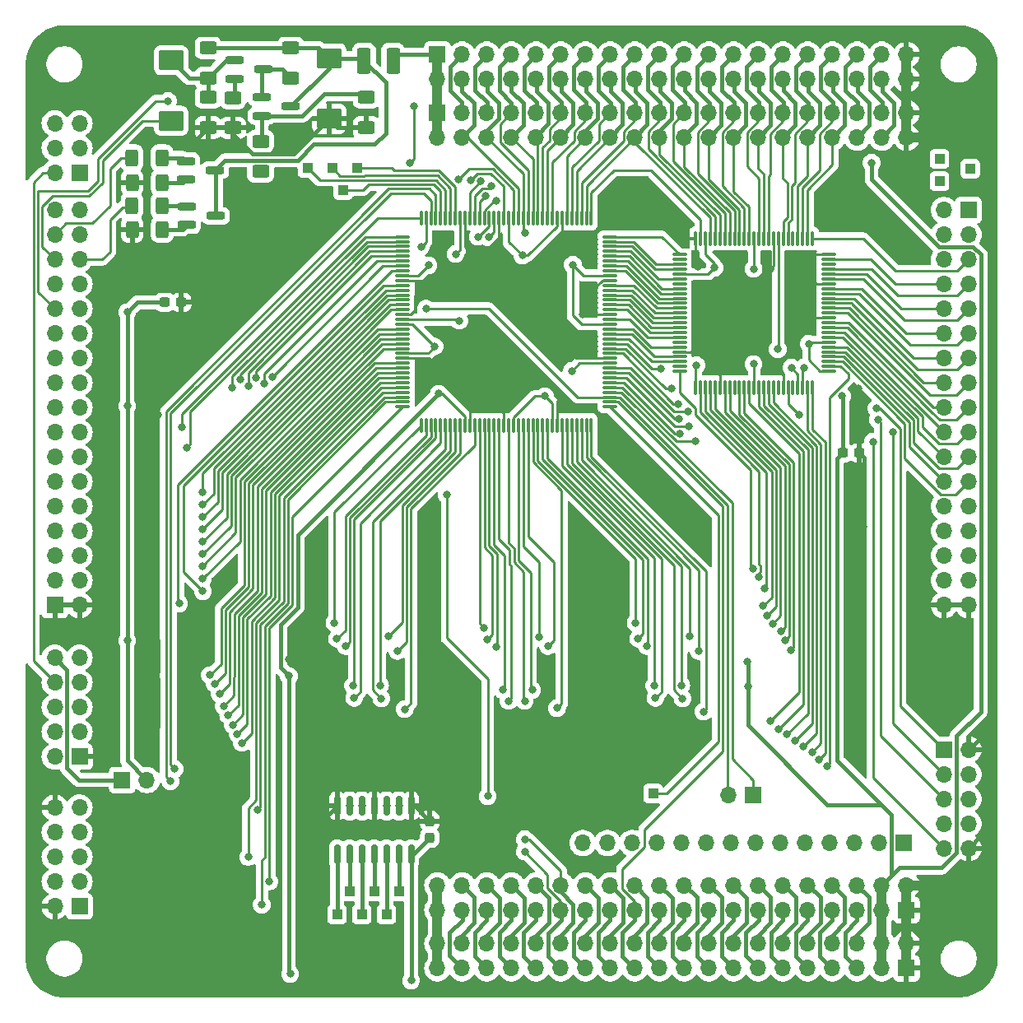
<source format=gbr>
%TF.GenerationSoftware,KiCad,Pcbnew,8.0.7-8.0.7-0~ubuntu22.04.1*%
%TF.CreationDate,2025-01-29T21:42:35+01:00*%
%TF.ProjectId,VideoBoard_v1,56696465-6f42-46f6-9172-645f76312e6b,rev?*%
%TF.SameCoordinates,Original*%
%TF.FileFunction,Copper,L1,Top*%
%TF.FilePolarity,Positive*%
%FSLAX46Y46*%
G04 Gerber Fmt 4.6, Leading zero omitted, Abs format (unit mm)*
G04 Created by KiCad (PCBNEW 8.0.7-8.0.7-0~ubuntu22.04.1) date 2025-01-29 21:42:35*
%MOMM*%
%LPD*%
G01*
G04 APERTURE LIST*
G04 Aperture macros list*
%AMRoundRect*
0 Rectangle with rounded corners*
0 $1 Rounding radius*
0 $2 $3 $4 $5 $6 $7 $8 $9 X,Y pos of 4 corners*
0 Add a 4 corners polygon primitive as box body*
4,1,4,$2,$3,$4,$5,$6,$7,$8,$9,$2,$3,0*
0 Add four circle primitives for the rounded corners*
1,1,$1+$1,$2,$3*
1,1,$1+$1,$4,$5*
1,1,$1+$1,$6,$7*
1,1,$1+$1,$8,$9*
0 Add four rect primitives between the rounded corners*
20,1,$1+$1,$2,$3,$4,$5,0*
20,1,$1+$1,$4,$5,$6,$7,0*
20,1,$1+$1,$6,$7,$8,$9,0*
20,1,$1+$1,$8,$9,$2,$3,0*%
G04 Aperture macros list end*
%TA.AperFunction,SMDPad,CuDef*%
%ADD10RoundRect,0.237500X0.237500X-0.300000X0.237500X0.300000X-0.237500X0.300000X-0.237500X-0.300000X0*%
%TD*%
%TA.AperFunction,SMDPad,CuDef*%
%ADD11RoundRect,0.150000X-0.150000X0.825000X-0.150000X-0.825000X0.150000X-0.825000X0.150000X0.825000X0*%
%TD*%
%TA.AperFunction,ComponentPad*%
%ADD12R,1.000000X1.000000*%
%TD*%
%TA.AperFunction,SMDPad,CuDef*%
%ADD13RoundRect,0.200000X-0.750000X-0.200000X0.750000X-0.200000X0.750000X0.200000X-0.750000X0.200000X0*%
%TD*%
%TA.AperFunction,ComponentPad*%
%ADD14R,1.700000X1.700000*%
%TD*%
%TA.AperFunction,ComponentPad*%
%ADD15O,1.700000X1.700000*%
%TD*%
%TA.AperFunction,SMDPad,CuDef*%
%ADD16RoundRect,0.237500X-0.300000X-0.237500X0.300000X-0.237500X0.300000X0.237500X-0.300000X0.237500X0*%
%TD*%
%TA.AperFunction,SMDPad,CuDef*%
%ADD17RoundRect,0.250000X-1.025000X0.787500X-1.025000X-0.787500X1.025000X-0.787500X1.025000X0.787500X0*%
%TD*%
%TA.AperFunction,SMDPad,CuDef*%
%ADD18RoundRect,0.250001X0.462499X1.074999X-0.462499X1.074999X-0.462499X-1.074999X0.462499X-1.074999X0*%
%TD*%
%TA.AperFunction,SMDPad,CuDef*%
%ADD19RoundRect,0.250000X-0.400000X-0.625000X0.400000X-0.625000X0.400000X0.625000X-0.400000X0.625000X0*%
%TD*%
%TA.AperFunction,SMDPad,CuDef*%
%ADD20RoundRect,0.250000X-0.625000X0.400000X-0.625000X-0.400000X0.625000X-0.400000X0.625000X0.400000X0*%
%TD*%
%TA.AperFunction,SMDPad,CuDef*%
%ADD21RoundRect,0.250000X0.400000X0.625000X-0.400000X0.625000X-0.400000X-0.625000X0.400000X-0.625000X0*%
%TD*%
%TA.AperFunction,SMDPad,CuDef*%
%ADD22RoundRect,0.075000X-0.662500X-0.075000X0.662500X-0.075000X0.662500X0.075000X-0.662500X0.075000X0*%
%TD*%
%TA.AperFunction,SMDPad,CuDef*%
%ADD23RoundRect,0.075000X-0.075000X-0.662500X0.075000X-0.662500X0.075000X0.662500X-0.075000X0.662500X0*%
%TD*%
%TA.AperFunction,ViaPad*%
%ADD24C,0.800000*%
%TD*%
%TA.AperFunction,Conductor*%
%ADD25C,0.400000*%
%TD*%
%TA.AperFunction,Conductor*%
%ADD26C,0.250000*%
%TD*%
%TA.AperFunction,Conductor*%
%ADD27C,1.000000*%
%TD*%
G04 APERTURE END LIST*
D10*
%TO.P,C23,1*%
%TO.N,+3V3*%
X91567000Y-133577500D03*
%TO.P,C23,2*%
%TO.N,GND*%
X91567000Y-131852500D03*
%TD*%
D11*
%TO.P,U12,1*%
%TO.N,GND*%
X89662000Y-130305000D03*
%TO.P,U12,2*%
%TO.N,/PH0#*%
X88392000Y-130305000D03*
%TO.P,U12,3*%
%TO.N,/PH0*%
X87122000Y-130305000D03*
%TO.P,U12,4*%
%TO.N,GND*%
X85852000Y-130305000D03*
%TO.P,U12,5*%
%TO.N,/~{PH0}#*%
X84582000Y-130305000D03*
%TO.P,U12,6*%
%TO.N,/~{PH0}*%
X83312000Y-130305000D03*
%TO.P,U12,7,GND*%
%TO.N,GND*%
X82042000Y-130305000D03*
%TO.P,U12,8*%
%TO.N,Net-(J24-Pin_1)*%
X82042000Y-135255000D03*
%TO.P,U12,9*%
%TO.N,Net-(J22-Pin_1)*%
X83312000Y-135255000D03*
%TO.P,U12,10*%
%TO.N,Net-(J23-Pin_1)*%
X84582000Y-135255000D03*
%TO.P,U12,11*%
%TO.N,Net-(J28-Pin_1)*%
X85852000Y-135255000D03*
%TO.P,U12,12*%
%TO.N,Net-(J25-Pin_1)*%
X87122000Y-135255000D03*
%TO.P,U12,13*%
%TO.N,Net-(J27-Pin_1)*%
X88392000Y-135255000D03*
%TO.P,U12,14,VCC*%
%TO.N,+3V3*%
X89662000Y-135255000D03*
%TD*%
D12*
%TO.P,J28,1,Pin_1*%
%TO.N,Net-(J28-Pin_1)*%
X85852000Y-139065000D03*
%TD*%
%TO.P,J27,1,Pin_1*%
%TO.N,Net-(J27-Pin_1)*%
X88392000Y-139065000D03*
%TD*%
%TO.P,J25,1,Pin_1*%
%TO.N,Net-(J25-Pin_1)*%
X87122000Y-141478000D03*
%TD*%
%TO.P,J24,1,Pin_1*%
%TO.N,Net-(J24-Pin_1)*%
X82042000Y-141478000D03*
%TD*%
%TO.P,J23,1,Pin_1*%
%TO.N,Net-(J23-Pin_1)*%
X84582000Y-141478000D03*
%TD*%
%TO.P,J22,1,Pin_1*%
%TO.N,Net-(J22-Pin_1)*%
X83312000Y-139065000D03*
%TD*%
D13*
%TO.P,Q4,1,B*%
%TO.N,Net-(Q4-B)*%
X66469000Y-63947000D03*
%TO.P,Q4,2,E*%
%TO.N,/B_out*%
X66469000Y-65847000D03*
%TO.P,Q4,3,C*%
%TO.N,Net-(Q2-C)*%
X69469000Y-64897000D03*
%TD*%
%TO.P,Q3,1,B*%
%TO.N,Net-(Q3-B)*%
X66572000Y-68646000D03*
%TO.P,Q3,2,E*%
%TO.N,/A_out*%
X66572000Y-70546000D03*
%TO.P,Q3,3,C*%
%TO.N,Net-(Q2-C)*%
X69572000Y-69596000D03*
%TD*%
D12*
%TO.P,J19,1,Pin_1*%
%TO.N,/140*%
X82677000Y-66929000D03*
%TD*%
%TO.P,J16,1,Pin_1*%
%TO.N,/137*%
X84074000Y-64643000D03*
%TD*%
%TO.P,J15,1,Pin_1*%
%TO.N,/73*%
X114554000Y-129032000D03*
%TD*%
%TO.P,J11,1,Pin_1*%
%TO.N,Net-(J11-Pin_1)*%
X144018000Y-63754000D03*
%TD*%
D14*
%TO.P,J1,1,Pin_1*%
%TO.N,+5V*%
X92367000Y-53000000D03*
D15*
%TO.P,J1,2,Pin_2*%
X92367000Y-55540000D03*
%TO.P,J1,3,Pin_3*%
%TO.N,/PHI1_e*%
X94907000Y-53000000D03*
%TO.P,J1,4,Pin_4*%
%TO.N,/PHI2_e*%
X94907000Y-55540000D03*
%TO.P,J1,5,Pin_5*%
%TO.N,/~{IORD}*%
X97447000Y-53000000D03*
%TO.P,J1,6,Pin_6*%
%TO.N,/R{slash}~{W}_e*%
X97447000Y-55540000D03*
%TO.P,J1,7,Pin_7*%
%TO.N,/~{MRD}*%
X99987000Y-53000000D03*
%TO.P,J1,8,Pin_8*%
%TO.N,/~{MWR}*%
X99987000Y-55540000D03*
%TO.P,J1,9,Pin_9*%
%TO.N,/~{IOWR}*%
X102527000Y-53000000D03*
%TO.P,J1,10,Pin_10*%
%TO.N,/DB0*%
X102527000Y-55540000D03*
%TO.P,J1,11,Pin_11*%
%TO.N,/DB1*%
X105067000Y-53000000D03*
%TO.P,J1,12,Pin_12*%
%TO.N,/DB2*%
X105067000Y-55540000D03*
%TO.P,J1,13,Pin_13*%
%TO.N,/DB3*%
X107607000Y-53000000D03*
%TO.P,J1,14,Pin_14*%
%TO.N,/DB4*%
X107607000Y-55540000D03*
%TO.P,J1,15,Pin_15*%
%TO.N,/DB5*%
X110147000Y-53000000D03*
%TO.P,J1,16,Pin_16*%
%TO.N,/DB6*%
X110147000Y-55540000D03*
%TO.P,J1,17,Pin_17*%
%TO.N,/DB7*%
X112687000Y-53000000D03*
%TO.P,J1,18,Pin_18*%
%TO.N,/~{RST}*%
X112687000Y-55540000D03*
%TO.P,J1,19,Pin_19*%
%TO.N,/A0*%
X115227000Y-53000000D03*
%TO.P,J1,20,Pin_20*%
%TO.N,/A1*%
X115227000Y-55540000D03*
%TO.P,J1,21,Pin_21*%
%TO.N,/A2*%
X117767000Y-53000000D03*
%TO.P,J1,22,Pin_22*%
%TO.N,/A3*%
X117767000Y-55540000D03*
%TO.P,J1,23,Pin_23*%
%TO.N,/A4*%
X120307000Y-53000000D03*
%TO.P,J1,24,Pin_24*%
%TO.N,/A5*%
X120307000Y-55540000D03*
%TO.P,J1,25,Pin_25*%
%TO.N,/A6*%
X122847000Y-53000000D03*
%TO.P,J1,26,Pin_26*%
%TO.N,/A7*%
X122847000Y-55540000D03*
%TO.P,J1,27,Pin_27*%
%TO.N,/A8*%
X125387000Y-53000000D03*
%TO.P,J1,28,Pin_28*%
%TO.N,/A9*%
X125387000Y-55540000D03*
%TO.P,J1,29,Pin_29*%
%TO.N,/A10*%
X127927000Y-53000000D03*
%TO.P,J1,30,Pin_30*%
%TO.N,/A11*%
X127927000Y-55540000D03*
%TO.P,J1,31,Pin_31*%
%TO.N,/A12*%
X130467000Y-53000000D03*
%TO.P,J1,32,Pin_32*%
%TO.N,/A13*%
X130467000Y-55540000D03*
%TO.P,J1,33,Pin_33*%
%TO.N,/A14*%
X133007000Y-53000000D03*
%TO.P,J1,34,Pin_34*%
%TO.N,/A15*%
X133007000Y-55540000D03*
%TO.P,J1,35,Pin_35*%
%TO.N,/A16*%
X135547000Y-53000000D03*
%TO.P,J1,36,Pin_36*%
%TO.N,/A17*%
X135547000Y-55540000D03*
%TO.P,J1,37,Pin_37*%
%TO.N,/A18*%
X138087000Y-53000000D03*
%TO.P,J1,38,Pin_38*%
%TO.N,/A19*%
X138087000Y-55540000D03*
%TO.P,J1,39,Pin_39*%
%TO.N,GND*%
X140627000Y-53000000D03*
%TO.P,J1,40,Pin_40*%
X140627000Y-55540000D03*
%TD*%
D14*
%TO.P,J8,1,Pin_1*%
%TO.N,Net-(J8-Pin_1)*%
X144460000Y-124500000D03*
D15*
%TO.P,J8,2,Pin_2*%
%TO.N,GND*%
X147000000Y-124500000D03*
%TO.P,J8,3,Pin_3*%
%TO.N,Net-(J8-Pin_3)*%
X144460000Y-127040000D03*
%TO.P,J8,4,Pin_4*%
%TO.N,unconnected-(J8-Pin_4-Pad4)*%
X147000000Y-127040000D03*
%TO.P,J8,5,Pin_5*%
%TO.N,Net-(J8-Pin_5)*%
X144460000Y-129580000D03*
%TO.P,J8,6,Pin_6*%
%TO.N,unconnected-(J8-Pin_6-Pad6)*%
X147000000Y-129580000D03*
%TO.P,J8,7,Pin_7*%
%TO.N,unconnected-(J8-Pin_7-Pad7)*%
X144460000Y-132120000D03*
%TO.P,J8,8,Pin_8*%
%TO.N,unconnected-(J8-Pin_8-Pad8)*%
X147000000Y-132120000D03*
%TO.P,J8,9,Pin_9*%
%TO.N,Net-(J8-Pin_9)*%
X144460000Y-134660000D03*
%TO.P,J8,10,Pin_10*%
%TO.N,GND*%
X147000000Y-134660000D03*
%TD*%
D16*
%TO.P,C10,1*%
%TO.N,+5V*%
X64288500Y-78486000D03*
%TO.P,C10,2*%
%TO.N,GND*%
X66013500Y-78486000D03*
%TD*%
D12*
%TO.P,J13,1,Pin_1*%
%TO.N,Net-(J13-Pin_1)*%
X144018000Y-66040000D03*
%TD*%
D17*
%TO.P,C24,1*%
%TO.N,Net-(Q2-C)*%
X81229500Y-53390000D03*
%TO.P,C24,2*%
%TO.N,GND*%
X81229500Y-59615000D03*
%TD*%
D18*
%TO.P,L1,1*%
%TO.N,+5V*%
X87797000Y-53646000D03*
%TO.P,L1,2*%
%TO.N,Net-(Q2-C)*%
X84822000Y-53646000D03*
%TD*%
D14*
%TO.P,J7,1,Pin_1*%
%TO.N,/CGAB*%
X147000000Y-69000000D03*
D15*
%TO.P,J7,2,Pin_2*%
%TO.N,/CGAR*%
X144460000Y-69000000D03*
%TO.P,J7,3,Pin_3*%
%TO.N,/CGAI*%
X147000000Y-71540000D03*
%TO.P,J7,4,Pin_4*%
%TO.N,/CGAG*%
X144460000Y-71540000D03*
%TO.P,J7,5,Pin_5*%
%TO.N,/VA18*%
X147000000Y-74080000D03*
%TO.P,J7,6,Pin_6*%
%TO.N,/Res0*%
X144460000Y-74080000D03*
%TO.P,J7,7,Pin_7*%
%TO.N,/VA16*%
X147000000Y-76620000D03*
%TO.P,J7,8,Pin_8*%
%TO.N,/VA17*%
X144460000Y-76620000D03*
%TO.P,J7,9,Pin_9*%
%TO.N,/VA14*%
X147000000Y-79160000D03*
%TO.P,J7,10,Pin_10*%
%TO.N,/VA15*%
X144460000Y-79160000D03*
%TO.P,J7,11,Pin_11*%
%TO.N,/VA12*%
X147000000Y-81700000D03*
%TO.P,J7,12,Pin_12*%
%TO.N,/VA13*%
X144460000Y-81700000D03*
%TO.P,J7,13,Pin_13*%
%TO.N,/VA10*%
X147000000Y-84240000D03*
%TO.P,J7,14,Pin_14*%
%TO.N,/VA11*%
X144460000Y-84240000D03*
%TO.P,J7,15,Pin_15*%
%TO.N,/VA8*%
X147000000Y-86780000D03*
%TO.P,J7,16,Pin_16*%
%TO.N,/VA9*%
X144460000Y-86780000D03*
%TO.P,J7,17,Pin_17*%
%TO.N,/VA6*%
X147000000Y-89320000D03*
%TO.P,J7,18,Pin_18*%
%TO.N,/VA7*%
X144460000Y-89320000D03*
%TO.P,J7,19,Pin_19*%
%TO.N,/VA4*%
X147000000Y-91860000D03*
%TO.P,J7,20,Pin_20*%
%TO.N,/VA5*%
X144460000Y-91860000D03*
%TO.P,J7,21,Pin_21*%
%TO.N,/VA2*%
X147000000Y-94400000D03*
%TO.P,J7,22,Pin_22*%
%TO.N,/VA3*%
X144460000Y-94400000D03*
%TO.P,J7,23,Pin_23*%
%TO.N,/VA0*%
X147000000Y-96940000D03*
%TO.P,J7,24,Pin_24*%
%TO.N,/VA1*%
X144460000Y-96940000D03*
%TO.P,J7,25,Pin_25*%
%TO.N,/In0*%
X147000000Y-99480000D03*
%TO.P,J7,26,Pin_26*%
%TO.N,/In1*%
X144460000Y-99480000D03*
%TO.P,J7,27,Pin_27*%
%TO.N,/In2*%
X147000000Y-102020000D03*
%TO.P,J7,28,Pin_28*%
%TO.N,/DE*%
X144460000Y-102020000D03*
%TO.P,J7,29,Pin_29*%
%TO.N,/HS*%
X147000000Y-104560000D03*
%TO.P,J7,30,Pin_30*%
%TO.N,/CRSR*%
X144460000Y-104560000D03*
%TO.P,J7,31,Pin_31*%
%TO.N,/VS*%
X147000000Y-107100000D03*
%TO.P,J7,32,Pin_32*%
%TO.N,/~{RP}*%
X144460000Y-107100000D03*
%TO.P,J7,33,Pin_33*%
%TO.N,GND*%
X147000000Y-109640000D03*
%TO.P,J7,34,Pin_34*%
X144460000Y-109640000D03*
%TD*%
D19*
%TO.P,R9,1*%
%TO.N,/B*%
X60934000Y-63627000D03*
%TO.P,R9,2*%
%TO.N,Net-(Q4-B)*%
X64034000Y-63627000D03*
%TD*%
D14*
%TO.P,J4,1,Pin_1*%
%TO.N,GND*%
X140627000Y-141000000D03*
D15*
%TO.P,J4,2,Pin_2*%
X140627000Y-138460000D03*
%TO.P,J4,3,Pin_3*%
%TO.N,+3V3*%
X138087000Y-141000000D03*
%TO.P,J4,4,Pin_4*%
X138087000Y-138460000D03*
%TO.P,J4,5,Pin_5*%
%TO.N,/Bus/~{CE_EXT1}*%
X135547000Y-141000000D03*
%TO.P,J4,6,Pin_6*%
%TO.N,/Bus/~{CE_EXT0}*%
X135547000Y-138460000D03*
%TO.P,J4,7,Pin_7*%
%TO.N,/Bus/~{CE_EXT3}*%
X133007000Y-141000000D03*
%TO.P,J4,8,Pin_8*%
%TO.N,/Bus/~{CE_EXT2}*%
X133007000Y-138460000D03*
%TO.P,J4,9,Pin_9*%
%TO.N,/Bus/~{CE_EXT5}*%
X130467000Y-141000000D03*
%TO.P,J4,10,Pin_10*%
%TO.N,/Bus/~{CE_EXT4}*%
X130467000Y-138460000D03*
%TO.P,J4,11,Pin_11*%
%TO.N,/Bus/~{CE_EXT7}*%
X127927000Y-141000000D03*
%TO.P,J4,12,Pin_12*%
%TO.N,/Bus/~{CE_EXT6}*%
X127927000Y-138460000D03*
%TO.P,J4,13,Pin_13*%
%TO.N,/Bus/~{CE_EXT9}*%
X125387000Y-141000000D03*
%TO.P,J4,14,Pin_14*%
%TO.N,/Bus/~{CE_EXT8}*%
X125387000Y-138460000D03*
%TO.P,J4,15,Pin_15*%
%TO.N,/Bus/~{CE_EXT11}*%
X122847000Y-141000000D03*
%TO.P,J4,16,Pin_16*%
%TO.N,/Bus/~{CE_EXT10}*%
X122847000Y-138460000D03*
%TO.P,J4,17,Pin_17*%
%TO.N,/Bus/~{CE_EXT13}*%
X120307000Y-141000000D03*
%TO.P,J4,18,Pin_18*%
%TO.N,/Bus/~{CE_EXT12}*%
X120307000Y-138460000D03*
%TO.P,J4,19,Pin_19*%
%TO.N,/RES4*%
X117767000Y-141000000D03*
%TO.P,J4,20,Pin_20*%
%TO.N,/RES5*%
X117767000Y-138460000D03*
%TO.P,J4,21,Pin_21*%
%TO.N,/RES2*%
X115227000Y-141000000D03*
%TO.P,J4,22,Pin_22*%
%TO.N,/RES3*%
X115227000Y-138460000D03*
%TO.P,J4,23,Pin_23*%
%TO.N,/~{BUSCLR}*%
X112687000Y-141000000D03*
%TO.P,J4,24,Pin_24*%
%TO.N,/RES1*%
X112687000Y-138460000D03*
%TO.P,J4,25,Pin_25*%
%TO.N,/CLK1*%
X110147000Y-141000000D03*
%TO.P,J4,26,Pin_26*%
%TO.N,/~{CPUFREE}*%
X110147000Y-138460000D03*
%TO.P,J4,27,Pin_27*%
%TO.N,/CLKF*%
X107607000Y-141000000D03*
%TO.P,J4,28,Pin_28*%
%TO.N,/CLKS*%
X107607000Y-138460000D03*
%TO.P,J4,29,Pin_29*%
%TO.N,/~{PH0}*%
X105067000Y-141000000D03*
%TO.P,J4,30,Pin_30*%
%TO.N,/PH0*%
X105067000Y-138460000D03*
%TO.P,J4,31,Pin_31*%
%TO.N,/SDA*%
X102527000Y-141000000D03*
%TO.P,J4,32,Pin_32*%
%TO.N,/SCL*%
X102527000Y-138460000D03*
%TO.P,J4,33,Pin_33*%
%TO.N,/TX1*%
X99987000Y-141000000D03*
%TO.P,J4,34,Pin_34*%
%TO.N,/RX1*%
X99987000Y-138460000D03*
%TO.P,J4,35,Pin_35*%
%TO.N,/TX0*%
X97447000Y-141000000D03*
%TO.P,J4,36,Pin_36*%
%TO.N,/RX0*%
X97447000Y-138460000D03*
%TO.P,J4,37,Pin_37*%
%TO.N,/TXSTM*%
X94907000Y-141000000D03*
%TO.P,J4,38,Pin_38*%
%TO.N,/RXSTM*%
X94907000Y-138460000D03*
%TO.P,J4,39,Pin_39*%
%TO.N,+5VA*%
X92367000Y-141000000D03*
%TO.P,J4,40,Pin_40*%
X92367000Y-138460000D03*
%TD*%
D20*
%TO.P,R6,1*%
%TO.N,Net-(Q2-E)*%
X74168000Y-61924000D03*
%TO.P,R6,2*%
%TO.N,/Y_out*%
X74168000Y-65024000D03*
%TD*%
D14*
%TO.P,J14,1,Pin_1*%
%TO.N,GND*%
X55540000Y-65151000D03*
D15*
%TO.P,J14,2,Pin_2*%
%TO.N,/HSync*%
X53000000Y-65151000D03*
%TO.P,J14,3,Pin_3*%
%TO.N,/B_out*%
X55540000Y-62611000D03*
%TO.P,J14,4,Pin_4*%
%TO.N,/Y_out*%
X53000000Y-62611000D03*
%TO.P,J14,5,Pin_5*%
%TO.N,/A_out*%
X55540000Y-60071000D03*
%TO.P,J14,6,Pin_6*%
%TO.N,+5V*%
X53000000Y-60071000D03*
%TD*%
D20*
%TO.P,R2,1*%
%TO.N,Net-(Q2-C)*%
X68783500Y-52324000D03*
%TO.P,R2,2*%
%TO.N,Net-(Q1-B)*%
X68783500Y-55424000D03*
%TD*%
D12*
%TO.P,J18,1,Pin_1*%
%TO.N,/139*%
X78994000Y-64643000D03*
%TD*%
D16*
%TO.P,C13,1*%
%TO.N,+3V3*%
X134038000Y-93980000D03*
%TO.P,C13,2*%
%TO.N,GND*%
X135763000Y-93980000D03*
%TD*%
D14*
%TO.P,J9,1,Pin_1*%
%TO.N,GND*%
X53000000Y-109640000D03*
D15*
%TO.P,J9,2,Pin_2*%
X55540000Y-109640000D03*
%TO.P,J9,3,Pin_3*%
%TO.N,/Bus/D1*%
X53000000Y-107100000D03*
%TO.P,J9,4,Pin_4*%
%TO.N,/Bus/D0*%
X55540000Y-107100000D03*
%TO.P,J9,5,Pin_5*%
%TO.N,/Bus/D3*%
X53000000Y-104560000D03*
%TO.P,J9,6,Pin_6*%
%TO.N,/Bus/D2*%
X55540000Y-104560000D03*
%TO.P,J9,7,Pin_7*%
%TO.N,/Bus/D5*%
X53000000Y-102020000D03*
%TO.P,J9,8,Pin_8*%
%TO.N,/Bus/D4*%
X55540000Y-102020000D03*
%TO.P,J9,9,Pin_9*%
%TO.N,/Bus/D7*%
X53000000Y-99480000D03*
%TO.P,J9,10,Pin_10*%
%TO.N,/Bus/D6*%
X55540000Y-99480000D03*
%TO.P,J9,11,Pin_11*%
%TO.N,/Out1*%
X53000000Y-96940000D03*
%TO.P,J9,12,Pin_12*%
%TO.N,/Out0*%
X55540000Y-96940000D03*
%TO.P,J9,13,Pin_13*%
%TO.N,/Out3*%
X53000000Y-94400000D03*
%TO.P,J9,14,Pin_14*%
%TO.N,/Out2*%
X55540000Y-94400000D03*
%TO.P,J9,15,Pin_15*%
%TO.N,/Out5*%
X53000000Y-91860000D03*
%TO.P,J9,16,Pin_16*%
%TO.N,/Out4*%
X55540000Y-91860000D03*
%TO.P,J9,17,Pin_17*%
%TO.N,/Out7*%
X53000000Y-89320000D03*
%TO.P,J9,18,Pin_18*%
%TO.N,/Out6*%
X55540000Y-89320000D03*
%TO.P,J9,19,Pin_19*%
%TO.N,/~{CS}*%
X53000000Y-86780000D03*
%TO.P,J9,20,Pin_20*%
%TO.N,/VCLK*%
X55540000Y-86780000D03*
%TO.P,J9,21,Pin_21*%
%TO.N,/A1#*%
X53000000Y-84240000D03*
%TO.P,J9,22,Pin_22*%
%TO.N,/R{slash}~{W}*%
X55540000Y-84240000D03*
%TO.P,J9,23,Pin_23*%
%TO.N,/~{RD}*%
X53000000Y-81700000D03*
%TO.P,J9,24,Pin_24*%
%TO.N,/A0#*%
X55540000Y-81700000D03*
%TO.P,J9,25,Pin_25*%
%TO.N,/~{RST}*%
X53000000Y-79160000D03*
%TO.P,J9,26,Pin_26*%
%TO.N,/~{WR}*%
X55540000Y-79160000D03*
%TO.P,J9,27,Pin_27*%
%TO.N,/CH0*%
X53000000Y-76620000D03*
%TO.P,J9,28,Pin_28*%
%TO.N,/PHI2*%
X55540000Y-76620000D03*
%TO.P,J9,29,Pin_29*%
%TO.N,/Y*%
X53000000Y-74080000D03*
%TO.P,J9,30,Pin_30*%
%TO.N,/A*%
X55540000Y-74080000D03*
%TO.P,J9,31,Pin_31*%
%TO.N,/B*%
X53000000Y-71540000D03*
%TO.P,J9,32,Pin_32*%
%TO.N,/~{INT}*%
X55540000Y-71540000D03*
%TO.P,J9,33,Pin_33*%
%TO.N,+5V*%
X53000000Y-69000000D03*
%TO.P,J9,34,Pin_34*%
X55540000Y-69000000D03*
%TD*%
D13*
%TO.P,Q1,1,B*%
%TO.N,Net-(Q1-B)*%
X71474500Y-53585000D03*
%TO.P,Q1,2,E*%
%TO.N,Net-(Q1-E)*%
X71474500Y-55485000D03*
%TO.P,Q1,3,C*%
%TO.N,Net-(Q1-C)*%
X74474500Y-54535000D03*
%TD*%
D20*
%TO.P,R3,1*%
%TO.N,Net-(Q2-C)*%
X77292500Y-52324000D03*
%TO.P,R3,2*%
%TO.N,Net-(Q1-C)*%
X77292500Y-55424000D03*
%TD*%
D13*
%TO.P,Q2,1,B*%
%TO.N,Net-(Q1-C)*%
X74292500Y-57395000D03*
%TO.P,Q2,2,E*%
%TO.N,Net-(Q2-E)*%
X74292500Y-59295000D03*
%TO.P,Q2,3,C*%
%TO.N,Net-(Q2-C)*%
X77292500Y-58345000D03*
%TD*%
D21*
%TO.P,R7,1*%
%TO.N,/A_out*%
X64060000Y-70993000D03*
%TO.P,R7,2*%
%TO.N,GND*%
X60960000Y-70993000D03*
%TD*%
D14*
%TO.P,J10,1,Pin_1*%
%TO.N,GND*%
X55540000Y-125217000D03*
D15*
%TO.P,J10,2,Pin_2*%
%TO.N,/R1*%
X53000000Y-125217000D03*
%TO.P,J10,3,Pin_3*%
%TO.N,/R0*%
X55540000Y-122677000D03*
%TO.P,J10,4,Pin_4*%
%TO.N,/G0*%
X53000000Y-122677000D03*
%TO.P,J10,5,Pin_5*%
%TO.N,/B0*%
X55540000Y-120137000D03*
%TO.P,J10,6,Pin_6*%
%TO.N,/G1*%
X53000000Y-120137000D03*
%TO.P,J10,7,Pin_7*%
%TO.N,/B1*%
X55540000Y-117597000D03*
%TO.P,J10,8,Pin_8*%
%TO.N,/HSync*%
X53000000Y-117597000D03*
%TO.P,J10,9,Pin_9*%
%TO.N,/VSync*%
X55540000Y-115057000D03*
%TO.P,J10,10,Pin_10*%
%TO.N,Net-(J10-Pin_10)*%
X53000000Y-115057000D03*
%TD*%
D14*
%TO.P,J26,1,Pin_1*%
%TO.N,/~{CE1}*%
X124841000Y-129159000D03*
D15*
%TO.P,J26,2,Pin_2*%
%TO.N,/~{CE0}*%
X122301000Y-129159000D03*
%TD*%
D14*
%TO.P,J2,1,Pin_1*%
%TO.N,GND*%
X140627000Y-147000000D03*
D15*
%TO.P,J2,2,Pin_2*%
X140627000Y-144460000D03*
%TO.P,J2,3,Pin_3*%
%TO.N,+3V3*%
X138087000Y-147000000D03*
%TO.P,J2,4,Pin_4*%
X138087000Y-144460000D03*
%TO.P,J2,5,Pin_5*%
%TO.N,/Bus/~{CE_EXT1}*%
X135547000Y-147000000D03*
%TO.P,J2,6,Pin_6*%
%TO.N,/Bus/~{CE_EXT0}*%
X135547000Y-144460000D03*
%TO.P,J2,7,Pin_7*%
%TO.N,/Bus/~{CE_EXT3}*%
X133007000Y-147000000D03*
%TO.P,J2,8,Pin_8*%
%TO.N,/Bus/~{CE_EXT2}*%
X133007000Y-144460000D03*
%TO.P,J2,9,Pin_9*%
%TO.N,/Bus/~{CE_EXT5}*%
X130467000Y-147000000D03*
%TO.P,J2,10,Pin_10*%
%TO.N,/Bus/~{CE_EXT4}*%
X130467000Y-144460000D03*
%TO.P,J2,11,Pin_11*%
%TO.N,/Bus/~{CE_EXT7}*%
X127927000Y-147000000D03*
%TO.P,J2,12,Pin_12*%
%TO.N,/Bus/~{CE_EXT6}*%
X127927000Y-144460000D03*
%TO.P,J2,13,Pin_13*%
%TO.N,/Bus/~{CE_EXT9}*%
X125387000Y-147000000D03*
%TO.P,J2,14,Pin_14*%
%TO.N,/Bus/~{CE_EXT8}*%
X125387000Y-144460000D03*
%TO.P,J2,15,Pin_15*%
%TO.N,/Bus/~{CE_EXT11}*%
X122847000Y-147000000D03*
%TO.P,J2,16,Pin_16*%
%TO.N,/Bus/~{CE_EXT10}*%
X122847000Y-144460000D03*
%TO.P,J2,17,Pin_17*%
%TO.N,/Bus/~{CE_EXT13}*%
X120307000Y-147000000D03*
%TO.P,J2,18,Pin_18*%
%TO.N,/Bus/~{CE_EXT12}*%
X120307000Y-144460000D03*
%TO.P,J2,19,Pin_19*%
%TO.N,/RES4*%
X117767000Y-147000000D03*
%TO.P,J2,20,Pin_20*%
%TO.N,/RES5*%
X117767000Y-144460000D03*
%TO.P,J2,21,Pin_21*%
%TO.N,/RES2*%
X115227000Y-147000000D03*
%TO.P,J2,22,Pin_22*%
%TO.N,/RES3*%
X115227000Y-144460000D03*
%TO.P,J2,23,Pin_23*%
%TO.N,/~{BUSCLR}*%
X112687000Y-147000000D03*
%TO.P,J2,24,Pin_24*%
%TO.N,/RES1*%
X112687000Y-144460000D03*
%TO.P,J2,25,Pin_25*%
%TO.N,/CLK1*%
X110147000Y-147000000D03*
%TO.P,J2,26,Pin_26*%
%TO.N,/~{CPUFREE}*%
X110147000Y-144460000D03*
%TO.P,J2,27,Pin_27*%
%TO.N,/CLKF*%
X107607000Y-147000000D03*
%TO.P,J2,28,Pin_28*%
%TO.N,/CLKS*%
X107607000Y-144460000D03*
%TO.P,J2,29,Pin_29*%
%TO.N,/~{PH0}*%
X105067000Y-147000000D03*
%TO.P,J2,30,Pin_30*%
%TO.N,/PH0*%
X105067000Y-144460000D03*
%TO.P,J2,31,Pin_31*%
%TO.N,/SDA*%
X102527000Y-147000000D03*
%TO.P,J2,32,Pin_32*%
%TO.N,/SCL*%
X102527000Y-144460000D03*
%TO.P,J2,33,Pin_33*%
%TO.N,/TX1*%
X99987000Y-147000000D03*
%TO.P,J2,34,Pin_34*%
%TO.N,/RX1*%
X99987000Y-144460000D03*
%TO.P,J2,35,Pin_35*%
%TO.N,/TX0*%
X97447000Y-147000000D03*
%TO.P,J2,36,Pin_36*%
%TO.N,/RX0*%
X97447000Y-144460000D03*
%TO.P,J2,37,Pin_37*%
%TO.N,/TXSTM*%
X94907000Y-147000000D03*
%TO.P,J2,38,Pin_38*%
%TO.N,/RXSTM*%
X94907000Y-144460000D03*
%TO.P,J2,39,Pin_39*%
%TO.N,+5VA*%
X92367000Y-147000000D03*
%TO.P,J2,40,Pin_40*%
X92367000Y-144460000D03*
%TD*%
D20*
%TO.P,R1,1*%
%TO.N,Net-(Q1-B)*%
X68783500Y-57404000D03*
%TO.P,R1,2*%
%TO.N,GND*%
X68783500Y-60504000D03*
%TD*%
%TO.P,R5,1*%
%TO.N,Net-(Q2-E)*%
X85039500Y-57404000D03*
%TO.P,R5,2*%
%TO.N,GND*%
X85039500Y-60504000D03*
%TD*%
D22*
%TO.P,U6,1,IO1_1*%
%TO.N,/11*%
X88784000Y-71748000D03*
%TO.P,U6,2,IO1_2*%
%TO.N,/12*%
X88784000Y-72248000D03*
%TO.P,U6,3,IO1_3*%
%TO.N,/13*%
X88784000Y-72748000D03*
%TO.P,U6,4,IO1_4*%
%TO.N,/14*%
X88784000Y-73248000D03*
%TO.P,U6,5,IO1_5*%
%TO.N,/15*%
X88784000Y-73748000D03*
%TO.P,U6,6,IO1_6*%
%TO.N,/16*%
X88784000Y-74248000D03*
%TO.P,U6,7,IO1_7*%
%TO.N,/20*%
X88784000Y-74748000D03*
%TO.P,U6,8,IO1_8*%
%TO.N,/CR{slash}~{W}*%
X88784000Y-75248000D03*
%TO.P,U6,9,VCCIO1*%
%TO.N,+3V3*%
X88784000Y-75748000D03*
%TO.P,U6,10,GNDIO*%
%TO.N,GND*%
X88784000Y-76248000D03*
%TO.P,U6,11,IO1_11*%
%TO.N,/~{DOE}*%
X88784000Y-76748000D03*
%TO.P,U6,12,IO1_12*%
%TO.N,/CD7*%
X88784000Y-77248000D03*
%TO.P,U6,13,IO1_13*%
%TO.N,/CD6*%
X88784000Y-77748000D03*
%TO.P,U6,14,IO1_14*%
%TO.N,/CD5*%
X88784000Y-78248000D03*
%TO.P,U6,15,IO1_15*%
%TO.N,/CD4*%
X88784000Y-78748000D03*
%TO.P,U6,16,IO1_16*%
%TO.N,/CD3*%
X88784000Y-79248000D03*
%TO.P,U6,17,GNDINT*%
%TO.N,GND*%
X88784000Y-79748000D03*
%TO.P,U6,18,IO1_18/GCLK0*%
%TO.N,/CLKF*%
X88784000Y-80248000D03*
%TO.P,U6,19,VCCINT*%
%TO.N,+3V3*%
X88784000Y-80748000D03*
%TO.P,U6,20,IO1_20/GCLK1*%
%TO.N,/CD2*%
X88784000Y-81248000D03*
%TO.P,U6,21,IO1_21*%
%TO.N,/CD1*%
X88784000Y-81748000D03*
%TO.P,U6,22,IO1_22*%
%TO.N,/CD0*%
X88784000Y-82248000D03*
%TO.P,U6,23,IO1_23*%
%TO.N,/VSout*%
X88784000Y-82748000D03*
%TO.P,U6,24,IO1_24*%
%TO.N,/HSout*%
X88784000Y-83248000D03*
%TO.P,U6,25,VCCIO1*%
%TO.N,+3V3*%
X88784000Y-83748000D03*
%TO.P,U6,26,GNDIO*%
%TO.N,GND*%
X88784000Y-84248000D03*
%TO.P,U6,27,IO1_27*%
%TO.N,/B1o*%
X88784000Y-84748000D03*
%TO.P,U6,28,IO1_28*%
%TO.N,/G1o*%
X88784000Y-85248000D03*
%TO.P,U6,29,IO1_29*%
%TO.N,/B0o*%
X88784000Y-85748000D03*
%TO.P,U6,30,IO1_30*%
%TO.N,/G0o*%
X88784000Y-86248000D03*
%TO.P,U6,31,IO1_31*%
%TO.N,/R0o*%
X88784000Y-86748000D03*
%TO.P,U6,32,IO1_32*%
%TO.N,/R1o*%
X88784000Y-87248000D03*
%TO.P,U6,33,TMS*%
%TO.N,Net-(J6-Pin_5)*%
X88784000Y-87748000D03*
%TO.P,U6,34,TDI*%
%TO.N,Net-(J6-Pin_9)*%
X88784000Y-88248000D03*
%TO.P,U6,35,TCK*%
%TO.N,Net-(J6-Pin_1)*%
X88784000Y-88748000D03*
%TO.P,U6,36,TDO*%
%TO.N,Net-(J6-Pin_3)*%
X88784000Y-89248000D03*
D23*
%TO.P,U6,37,IO1_37*%
%TO.N,/~{WEH}*%
X90696500Y-91160500D03*
%TO.P,U6,38,IO1_38*%
%TO.N,/GD19*%
X91196500Y-91160500D03*
%TO.P,U6,39,IO1_39*%
%TO.N,/GD18*%
X91696500Y-91160500D03*
%TO.P,U6,40,IO1_40*%
%TO.N,/GD17*%
X92196500Y-91160500D03*
%TO.P,U6,41,IO1_41*%
%TO.N,/GD16*%
X92696500Y-91160500D03*
%TO.P,U6,42,IO1_42*%
%TO.N,/GD23*%
X93196500Y-91160500D03*
%TO.P,U6,43,IO1_43*%
%TO.N,/GD22*%
X93696500Y-91160500D03*
%TO.P,U6,44,IO1_44*%
%TO.N,/GD20*%
X94196500Y-91160500D03*
%TO.P,U6,45,IO1_45*%
%TO.N,/GD21*%
X94696500Y-91160500D03*
%TO.P,U6,46,VCCIO1*%
%TO.N,+3V3*%
X95196500Y-91160500D03*
%TO.P,U6,47,GNDIO*%
%TO.N,GND*%
X95696500Y-91160500D03*
%TO.P,U6,48,IO1_48*%
%TO.N,/~{OEH}*%
X96196500Y-91160500D03*
%TO.P,U6,49,IO1_49*%
%TO.N,/~{WEM}*%
X96696500Y-91160500D03*
%TO.P,U6,50,IO1_50*%
%TO.N,/GD11*%
X97196500Y-91160500D03*
%TO.P,U6,51,IO1_51*%
%TO.N,/GD10*%
X97696500Y-91160500D03*
%TO.P,U6,52,IO1_52*%
%TO.N,/GD9*%
X98196500Y-91160500D03*
%TO.P,U6,53,IO1_53*%
%TO.N,/GD8*%
X98696500Y-91160500D03*
%TO.P,U6,54,GNDINT*%
%TO.N,GND*%
X99196500Y-91160500D03*
%TO.P,U6,55,IO1_55*%
%TO.N,/GD15*%
X99696500Y-91160500D03*
%TO.P,U6,56,VCCINT*%
%TO.N,+3V3*%
X100196500Y-91160500D03*
%TO.P,U6,57,IO1_57*%
%TO.N,/GD14*%
X100696500Y-91160500D03*
%TO.P,U6,58,IO1_58*%
%TO.N,/GD12*%
X101196500Y-91160500D03*
%TO.P,U6,59,IO1_59*%
%TO.N,/GD13*%
X101696500Y-91160500D03*
%TO.P,U6,60,IO1_60/DEV_OE*%
%TO.N,/~{OEM}*%
X102196500Y-91160500D03*
%TO.P,U6,61,IO1_61/DEV_CLRn*%
%TO.N,/~{WEL}*%
X102696500Y-91160500D03*
%TO.P,U6,62,IO1_62*%
%TO.N,/GD3*%
X103196500Y-91160500D03*
%TO.P,U6,63,IO1_63*%
%TO.N,/GD2*%
X103696500Y-91160500D03*
%TO.P,U6,64,VCCIO1*%
%TO.N,+3V3*%
X104196500Y-91160500D03*
%TO.P,U6,65,GNDIO*%
%TO.N,GND*%
X104696500Y-91160500D03*
%TO.P,U6,66,IO1_66*%
%TO.N,/GD1*%
X105196500Y-91160500D03*
%TO.P,U6,67,IO1_67*%
%TO.N,/GD0*%
X105696500Y-91160500D03*
%TO.P,U6,68,IO1_68*%
%TO.N,/GD7*%
X106196500Y-91160500D03*
%TO.P,U6,69,IO1_69*%
%TO.N,/GD6*%
X106696500Y-91160500D03*
%TO.P,U6,70,IO1_70*%
%TO.N,/GD4*%
X107196500Y-91160500D03*
%TO.P,U6,71,IO1_71*%
%TO.N,/GD5*%
X107696500Y-91160500D03*
%TO.P,U6,72,IO1_72*%
%TO.N,/~{OEL}*%
X108196500Y-91160500D03*
D22*
%TO.P,U6,73,IO2_73*%
%TO.N,/73*%
X110109000Y-89248000D03*
%TO.P,U6,74,IO2_74*%
%TO.N,/~{BUSCLR}*%
X110109000Y-88748000D03*
%TO.P,U6,75,IO2_75*%
%TO.N,/~{CE0}*%
X110109000Y-88248000D03*
%TO.P,U6,76,IO2_76*%
%TO.N,/~{CE1}*%
X110109000Y-87748000D03*
%TO.P,U6,77,IO2_77*%
%TO.N,/77*%
X110109000Y-87248000D03*
%TO.P,U6,78,IO2_78*%
%TO.N,/78*%
X110109000Y-86748000D03*
%TO.P,U6,79,IO2_79*%
%TO.N,/79*%
X110109000Y-86248000D03*
%TO.P,U6,80,IO2_80*%
%TO.N,/80*%
X110109000Y-85748000D03*
%TO.P,U6,81,IO2_81*%
%TO.N,/81*%
X110109000Y-85248000D03*
%TO.P,U6,82,VCCIO2*%
%TO.N,+3V3*%
X110109000Y-84748000D03*
%TO.P,U6,83,GNDIO*%
%TO.N,GND*%
X110109000Y-84248000D03*
%TO.P,U6,84,IO2_84*%
%TO.N,/84*%
X110109000Y-83748000D03*
%TO.P,U6,85,IO2_85*%
%TO.N,/85*%
X110109000Y-83248000D03*
%TO.P,U6,86,IO2_86*%
%TO.N,/86*%
X110109000Y-82748000D03*
%TO.P,U6,87,IO2_87*%
%TO.N,/CC18*%
X110109000Y-82248000D03*
%TO.P,U6,88,IO2_88*%
%TO.N,/CC17*%
X110109000Y-81748000D03*
%TO.P,U6,89,IO2_89/GCLK2*%
%TO.N,/CC16*%
X110109000Y-81248000D03*
%TO.P,U6,90,VCCINT*%
%TO.N,+3V3*%
X110109000Y-80748000D03*
%TO.P,U6,91,IO2_91/GCLK3*%
%TO.N,/CC15*%
X110109000Y-80248000D03*
%TO.P,U6,92,GNDINT*%
%TO.N,GND*%
X110109000Y-79748000D03*
%TO.P,U6,93,IO2_93*%
%TO.N,/CC14*%
X110109000Y-79248000D03*
%TO.P,U6,94,IO2_94*%
%TO.N,/CC13*%
X110109000Y-78748000D03*
%TO.P,U6,95,IO2_95*%
%TO.N,/CC12*%
X110109000Y-78248000D03*
%TO.P,U6,96,IO2_96*%
%TO.N,/CC11*%
X110109000Y-77748000D03*
%TO.P,U6,97,IO2_97*%
%TO.N,/CC10*%
X110109000Y-77248000D03*
%TO.P,U6,98,IO2_98*%
%TO.N,/CC9*%
X110109000Y-76748000D03*
%TO.P,U6,99,GNDIO*%
%TO.N,GND*%
X110109000Y-76248000D03*
%TO.P,U6,100,VCCIO2*%
%TO.N,+3V3*%
X110109000Y-75748000D03*
%TO.P,U6,101,IO2_101*%
%TO.N,/CC8*%
X110109000Y-75248000D03*
%TO.P,U6,102,IO2_102*%
%TO.N,/CC7*%
X110109000Y-74748000D03*
%TO.P,U6,103,IO2_103*%
%TO.N,/CC6*%
X110109000Y-74248000D03*
%TO.P,U6,104,IO2_104*%
%TO.N,/CC5*%
X110109000Y-73748000D03*
%TO.P,U6,105,IO2_105*%
%TO.N,/CC4*%
X110109000Y-73248000D03*
%TO.P,U6,106,IO2_106*%
%TO.N,/CC3*%
X110109000Y-72748000D03*
%TO.P,U6,107,IO2_107*%
%TO.N,/CC2*%
X110109000Y-72248000D03*
%TO.P,U6,108,IO2_108*%
%TO.N,/CC1*%
X110109000Y-71748000D03*
D23*
%TO.P,U6,109,IO2_109*%
%TO.N,/CC0*%
X108196500Y-69835500D03*
%TO.P,U6,110,IO2_110*%
%TO.N,/~{RST}*%
X107696500Y-69835500D03*
%TO.P,U6,111,IO2_111*%
%TO.N,/DB7*%
X107196500Y-69835500D03*
%TO.P,U6,112,IO2_112*%
%TO.N,/DB6*%
X106696500Y-69835500D03*
%TO.P,U6,113,IO2_113*%
%TO.N,/DB5*%
X106196500Y-69835500D03*
%TO.P,U6,114,IO2_114*%
%TO.N,/DB4*%
X105696500Y-69835500D03*
%TO.P,U6,115,GNDIO*%
%TO.N,GND*%
X105196500Y-69835500D03*
%TO.P,U6,116,VCCIO2*%
%TO.N,+3V3*%
X104696500Y-69835500D03*
%TO.P,U6,117,IO2_117*%
%TO.N,/DB3*%
X104196500Y-69835500D03*
%TO.P,U6,118,IO2_118*%
%TO.N,/DB2*%
X103696500Y-69835500D03*
%TO.P,U6,119,IO2_119*%
%TO.N,/DB1*%
X103196500Y-69835500D03*
%TO.P,U6,120,IO2_120*%
%TO.N,/DB0*%
X102696500Y-69835500D03*
%TO.P,U6,121,IO2_121*%
%TO.N,/~{MWR}*%
X102196500Y-69835500D03*
%TO.P,U6,122,IO2_122*%
%TO.N,/~{MRD}*%
X101696500Y-69835500D03*
%TO.P,U6,123,IO2_123*%
%TO.N,/R{slash}~{W}_e*%
X101196500Y-69835500D03*
%TO.P,U6,124,IO2_124*%
%TO.N,/PHI2_e*%
X100696500Y-69835500D03*
%TO.P,U6,125,IO2_125*%
%TO.N,/125*%
X100196500Y-69835500D03*
%TO.P,U6,126,VCCINT*%
%TO.N,+3V3*%
X99696500Y-69835500D03*
%TO.P,U6,127,IO2_127*%
%TO.N,/127*%
X99196500Y-69835500D03*
%TO.P,U6,128,GNDINT*%
%TO.N,GND*%
X98696500Y-69835500D03*
%TO.P,U6,129,IO2_129*%
%TO.N,/129*%
X98196500Y-69835500D03*
%TO.P,U6,130,IO2_130*%
%TO.N,/130*%
X97696500Y-69835500D03*
%TO.P,U6,131,IO2_131*%
%TO.N,/131*%
X97196500Y-69835500D03*
%TO.P,U6,132,IO2_132*%
%TO.N,/132*%
X96696500Y-69835500D03*
%TO.P,U6,133,IO2_133*%
%TO.N,/133*%
X96196500Y-69835500D03*
%TO.P,U6,134,IO2_134*%
%TO.N,/134*%
X95696500Y-69835500D03*
%TO.P,U6,135,GNDIO*%
%TO.N,GND*%
X95196500Y-69835500D03*
%TO.P,U6,136,VCCIO2*%
%TO.N,+3V3*%
X94696500Y-69835500D03*
%TO.P,U6,137,IO2_137*%
%TO.N,/137*%
X94196500Y-69835500D03*
%TO.P,U6,138,IO2_138*%
%TO.N,/138*%
X93696500Y-69835500D03*
%TO.P,U6,139,IO2_139*%
%TO.N,/139*%
X93196500Y-69835500D03*
%TO.P,U6,140,IO2_140*%
%TO.N,/140*%
X92696500Y-69835500D03*
%TO.P,U6,141,IO2_141*%
%TO.N,/~{PH0}#*%
X92196500Y-69835500D03*
%TO.P,U6,142,IO2_142*%
%TO.N,/PH0#*%
X91696500Y-69835500D03*
%TO.P,U6,143,IO2_143*%
%TO.N,/VCLK#*%
X91196500Y-69835500D03*
%TO.P,U6,144,IO2_144*%
%TO.N,/8*%
X90696500Y-69835500D03*
%TD*%
D14*
%TO.P,J6,1,Pin_1*%
%TO.N,Net-(J6-Pin_1)*%
X55540000Y-140627000D03*
D15*
%TO.P,J6,2,Pin_2*%
%TO.N,GND*%
X53000000Y-140627000D03*
%TO.P,J6,3,Pin_3*%
%TO.N,Net-(J6-Pin_3)*%
X55540000Y-138087000D03*
%TO.P,J6,4,Pin_4*%
%TO.N,unconnected-(J6-Pin_4-Pad4)*%
X53000000Y-138087000D03*
%TO.P,J6,5,Pin_5*%
%TO.N,Net-(J6-Pin_5)*%
X55540000Y-135547000D03*
%TO.P,J6,6,Pin_6*%
%TO.N,unconnected-(J6-Pin_6-Pad6)*%
X53000000Y-135547000D03*
%TO.P,J6,7,Pin_7*%
%TO.N,unconnected-(J6-Pin_7-Pad7)*%
X55540000Y-133007000D03*
%TO.P,J6,8,Pin_8*%
%TO.N,unconnected-(J6-Pin_8-Pad8)*%
X53000000Y-133007000D03*
%TO.P,J6,9,Pin_9*%
%TO.N,Net-(J6-Pin_9)*%
X55540000Y-130467000D03*
%TO.P,J6,10,Pin_10*%
%TO.N,GND*%
X53000000Y-130467000D03*
%TD*%
D12*
%TO.P,J17,1,Pin_1*%
%TO.N,/138*%
X81534000Y-64643000D03*
%TD*%
D14*
%TO.P,J5,1,Pin_1*%
%TO.N,/Bus/~{CE_EXT0}*%
X140335000Y-134112000D03*
D15*
%TO.P,J5,2,Pin_2*%
%TO.N,/Bus/~{CE_EXT1}*%
X137795000Y-134112000D03*
%TO.P,J5,3,Pin_3*%
%TO.N,/Bus/~{CE_EXT2}*%
X135255000Y-134112000D03*
%TO.P,J5,4,Pin_4*%
%TO.N,/Bus/~{CE_EXT3}*%
X132715000Y-134112000D03*
%TO.P,J5,5,Pin_5*%
%TO.N,/Bus/~{CE_EXT4}*%
X130175000Y-134112000D03*
%TO.P,J5,6,Pin_6*%
%TO.N,/Bus/~{CE_EXT5}*%
X127635000Y-134112000D03*
%TO.P,J5,7,Pin_7*%
%TO.N,/Bus/~{CE_EXT6}*%
X125095000Y-134112000D03*
%TO.P,J5,8,Pin_8*%
%TO.N,/Bus/~{CE_EXT7}*%
X122555000Y-134112000D03*
%TO.P,J5,9,Pin_9*%
%TO.N,/Bus/~{CE_EXT8}*%
X120015000Y-134112000D03*
%TO.P,J5,10,Pin_10*%
%TO.N,/Bus/~{CE_EXT9}*%
X117475000Y-134112000D03*
%TO.P,J5,11,Pin_11*%
%TO.N,/Bus/~{CE_EXT10}*%
X114935000Y-134112000D03*
%TO.P,J5,12,Pin_12*%
%TO.N,/Bus/~{CE_EXT11}*%
X112395000Y-134112000D03*
%TO.P,J5,13,Pin_13*%
%TO.N,/Bus/~{CE_EXT12}*%
X109855000Y-134112000D03*
%TO.P,J5,14,Pin_14*%
%TO.N,/Bus/~{CE_EXT13}*%
X107315000Y-134112000D03*
%TD*%
D21*
%TO.P,R10,1*%
%TO.N,/B_out*%
X64060000Y-66167000D03*
%TO.P,R10,2*%
%TO.N,GND*%
X60960000Y-66167000D03*
%TD*%
D17*
%TO.P,C25,1*%
%TO.N,Net-(Q1-B)*%
X64973500Y-53581500D03*
%TO.P,C25,2*%
%TO.N,/Y*%
X64973500Y-59806500D03*
%TD*%
D14*
%TO.P,JP1,1,A*%
%TO.N,Net-(J10-Pin_10)*%
X59939000Y-127635000D03*
D15*
%TO.P,JP1,2,B*%
%TO.N,+5V*%
X62479000Y-127635000D03*
%TD*%
D14*
%TO.P,J3,1,Pin_1*%
%TO.N,+5V*%
X92367000Y-59000000D03*
D15*
%TO.P,J3,2,Pin_2*%
X92367000Y-61540000D03*
%TO.P,J3,3,Pin_3*%
%TO.N,/PHI1_e*%
X94907000Y-59000000D03*
%TO.P,J3,4,Pin_4*%
%TO.N,/PHI2_e*%
X94907000Y-61540000D03*
%TO.P,J3,5,Pin_5*%
%TO.N,/~{IORD}*%
X97447000Y-59000000D03*
%TO.P,J3,6,Pin_6*%
%TO.N,/R{slash}~{W}_e*%
X97447000Y-61540000D03*
%TO.P,J3,7,Pin_7*%
%TO.N,/~{MRD}*%
X99987000Y-59000000D03*
%TO.P,J3,8,Pin_8*%
%TO.N,/~{MWR}*%
X99987000Y-61540000D03*
%TO.P,J3,9,Pin_9*%
%TO.N,/~{IOWR}*%
X102527000Y-59000000D03*
%TO.P,J3,10,Pin_10*%
%TO.N,/DB0*%
X102527000Y-61540000D03*
%TO.P,J3,11,Pin_11*%
%TO.N,/DB1*%
X105067000Y-59000000D03*
%TO.P,J3,12,Pin_12*%
%TO.N,/DB2*%
X105067000Y-61540000D03*
%TO.P,J3,13,Pin_13*%
%TO.N,/DB3*%
X107607000Y-59000000D03*
%TO.P,J3,14,Pin_14*%
%TO.N,/DB4*%
X107607000Y-61540000D03*
%TO.P,J3,15,Pin_15*%
%TO.N,/DB5*%
X110147000Y-59000000D03*
%TO.P,J3,16,Pin_16*%
%TO.N,/DB6*%
X110147000Y-61540000D03*
%TO.P,J3,17,Pin_17*%
%TO.N,/DB7*%
X112687000Y-59000000D03*
%TO.P,J3,18,Pin_18*%
%TO.N,/~{RST}*%
X112687000Y-61540000D03*
%TO.P,J3,19,Pin_19*%
%TO.N,/A0*%
X115227000Y-59000000D03*
%TO.P,J3,20,Pin_20*%
%TO.N,/A1*%
X115227000Y-61540000D03*
%TO.P,J3,21,Pin_21*%
%TO.N,/A2*%
X117767000Y-59000000D03*
%TO.P,J3,22,Pin_22*%
%TO.N,/A3*%
X117767000Y-61540000D03*
%TO.P,J3,23,Pin_23*%
%TO.N,/A4*%
X120307000Y-59000000D03*
%TO.P,J3,24,Pin_24*%
%TO.N,/A5*%
X120307000Y-61540000D03*
%TO.P,J3,25,Pin_25*%
%TO.N,/A6*%
X122847000Y-59000000D03*
%TO.P,J3,26,Pin_26*%
%TO.N,/A7*%
X122847000Y-61540000D03*
%TO.P,J3,27,Pin_27*%
%TO.N,/A8*%
X125387000Y-59000000D03*
%TO.P,J3,28,Pin_28*%
%TO.N,/A9*%
X125387000Y-61540000D03*
%TO.P,J3,29,Pin_29*%
%TO.N,/A10*%
X127927000Y-59000000D03*
%TO.P,J3,30,Pin_30*%
%TO.N,/A11*%
X127927000Y-61540000D03*
%TO.P,J3,31,Pin_31*%
%TO.N,/A12*%
X130467000Y-59000000D03*
%TO.P,J3,32,Pin_32*%
%TO.N,/A13*%
X130467000Y-61540000D03*
%TO.P,J3,33,Pin_33*%
%TO.N,/A14*%
X133007000Y-59000000D03*
%TO.P,J3,34,Pin_34*%
%TO.N,/A15*%
X133007000Y-61540000D03*
%TO.P,J3,35,Pin_35*%
%TO.N,/A16*%
X135547000Y-59000000D03*
%TO.P,J3,36,Pin_36*%
%TO.N,/A17*%
X135547000Y-61540000D03*
%TO.P,J3,37,Pin_37*%
%TO.N,/A18*%
X138087000Y-59000000D03*
%TO.P,J3,38,Pin_38*%
%TO.N,/A19*%
X138087000Y-61540000D03*
%TO.P,J3,39,Pin_39*%
%TO.N,GND*%
X140627000Y-59000000D03*
%TO.P,J3,40,Pin_40*%
X140627000Y-61540000D03*
%TD*%
D12*
%TO.P,J12,1,Pin_1*%
%TO.N,Net-(J12-Pin_1)*%
X147193000Y-64770000D03*
%TD*%
D19*
%TO.P,R8,1*%
%TO.N,/A*%
X60934000Y-68580000D03*
%TO.P,R8,2*%
%TO.N,Net-(Q3-B)*%
X64034000Y-68580000D03*
%TD*%
D22*
%TO.P,U5,1,I/O/GTS3*%
%TO.N,/CC1*%
X117274500Y-73586500D03*
%TO.P,U5,2,NC*%
%TO.N,unconnected-(U5-NC-Pad2)*%
X117274500Y-74086500D03*
%TO.P,U5,3,I/O/GTS1*%
%TO.N,/CC2*%
X117274500Y-74586500D03*
%TO.P,U5,4,I/O/GTS2*%
%TO.N,/CC3*%
X117274500Y-75086500D03*
%TO.P,U5,5,VCC*%
%TO.N,+3V3*%
X117274500Y-75586500D03*
%TO.P,U5,6,P6*%
%TO.N,/CC4*%
X117274500Y-76086500D03*
%TO.P,U5,7,NC*%
%TO.N,unconnected-(U5-NC-Pad7)*%
X117274500Y-76586500D03*
%TO.P,U5,8,P8*%
%TO.N,/CC5*%
X117274500Y-77086500D03*
%TO.P,U5,9,P9*%
%TO.N,/CC6*%
X117274500Y-77586500D03*
%TO.P,U5,10,P10*%
%TO.N,/CC7*%
X117274500Y-78086500D03*
%TO.P,U5,11,P11*%
%TO.N,/CC8*%
X117274500Y-78586500D03*
%TO.P,U5,12,P12*%
%TO.N,/CC9*%
X117274500Y-79086500D03*
%TO.P,U5,13,P13*%
%TO.N,/CC10*%
X117274500Y-79586500D03*
%TO.P,U5,14,P14*%
%TO.N,/CC11*%
X117274500Y-80086500D03*
%TO.P,U5,15,P15*%
%TO.N,/CC12*%
X117274500Y-80586500D03*
%TO.P,U5,16,P16*%
%TO.N,/CC13*%
X117274500Y-81086500D03*
%TO.P,U5,17,P17*%
%TO.N,/CC14*%
X117274500Y-81586500D03*
%TO.P,U5,18,P18*%
%TO.N,/CC15*%
X117274500Y-82086500D03*
%TO.P,U5,19,NC*%
%TO.N,unconnected-(U5-NC-Pad19)*%
X117274500Y-82586500D03*
%TO.P,U5,20,P20*%
%TO.N,/CC16*%
X117274500Y-83086500D03*
%TO.P,U5,21,GND*%
%TO.N,GND*%
X117274500Y-83586500D03*
%TO.P,U5,22,I/O/GCK1*%
%TO.N,/CC17*%
X117274500Y-84086500D03*
%TO.P,U5,23,I/O/GCK2*%
%TO.N,/CC18*%
X117274500Y-84586500D03*
%TO.P,U5,24,NC*%
%TO.N,unconnected-(U5-NC-Pad24)*%
X117274500Y-85086500D03*
%TO.P,U5,25,P25*%
%TO.N,/GA8*%
X117274500Y-85586500D03*
D23*
%TO.P,U5,26,VCCIO*%
%TO.N,+3V3*%
X118937000Y-87249000D03*
%TO.P,U5,27,I/O/GCK3*%
%TO.N,/GA7*%
X119437000Y-87249000D03*
%TO.P,U5,28,P28*%
%TO.N,/GA9*%
X119937000Y-87249000D03*
%TO.P,U5,29,P29*%
%TO.N,/GA6*%
X120437000Y-87249000D03*
%TO.P,U5,30,P30*%
%TO.N,/GA10*%
X120937000Y-87249000D03*
%TO.P,U5,31,GND*%
%TO.N,GND*%
X121437000Y-87249000D03*
%TO.P,U5,32,P32*%
%TO.N,/GA5*%
X121937000Y-87249000D03*
%TO.P,U5,33,P33*%
%TO.N,/GA11*%
X122437000Y-87249000D03*
%TO.P,U5,34,NC*%
%TO.N,unconnected-(U5-NC-Pad34)*%
X122937000Y-87249000D03*
%TO.P,U5,35,P35*%
%TO.N,/GA4*%
X123437000Y-87249000D03*
%TO.P,U5,36,P36*%
%TO.N,/GA12*%
X123937000Y-87249000D03*
%TO.P,U5,37,P37*%
%TO.N,/GA13*%
X124437000Y-87249000D03*
%TO.P,U5,38,VCCIO*%
%TO.N,+3V3*%
X124937000Y-87249000D03*
%TO.P,U5,39,P39*%
%TO.N,/GA3*%
X125437000Y-87249000D03*
%TO.P,U5,40,P40*%
%TO.N,/GA14*%
X125937000Y-87249000D03*
%TO.P,U5,41,P41*%
%TO.N,/GA2*%
X126437000Y-87249000D03*
%TO.P,U5,42,P42*%
%TO.N,/GA15*%
X126937000Y-87249000D03*
%TO.P,U5,43,NC*%
%TO.N,unconnected-(U5-NC-Pad43)*%
X127437000Y-87249000D03*
%TO.P,U5,44,GND*%
%TO.N,GND*%
X127937000Y-87249000D03*
%TO.P,U5,45,TDI*%
%TO.N,Net-(J8-Pin_9)*%
X128437000Y-87249000D03*
%TO.P,U5,46,NC*%
%TO.N,unconnected-(U5-NC-Pad46)*%
X128937000Y-87249000D03*
%TO.P,U5,47,TMS*%
%TO.N,Net-(J8-Pin_5)*%
X129437000Y-87249000D03*
%TO.P,U5,48,TCK*%
%TO.N,Net-(J8-Pin_1)*%
X129937000Y-87249000D03*
%TO.P,U5,49,P49*%
%TO.N,/GA1*%
X130437000Y-87249000D03*
%TO.P,U5,50,P50*%
%TO.N,/GA16*%
X130937000Y-87249000D03*
D22*
%TO.P,U5,51,VCCIO*%
%TO.N,+3V3*%
X132599500Y-85586500D03*
%TO.P,U5,52,P52*%
%TO.N,/GA0*%
X132599500Y-85086500D03*
%TO.P,U5,53,P53*%
%TO.N,/VA0*%
X132599500Y-84586500D03*
%TO.P,U5,54,P54*%
%TO.N,/VA1*%
X132599500Y-84086500D03*
%TO.P,U5,55,P55*%
%TO.N,/VA2*%
X132599500Y-83586500D03*
%TO.P,U5,56,P56*%
%TO.N,/VA3*%
X132599500Y-83086500D03*
%TO.P,U5,57,VCC*%
%TO.N,+3V3*%
X132599500Y-82586500D03*
%TO.P,U5,58,P58*%
%TO.N,/VA4*%
X132599500Y-82086500D03*
%TO.P,U5,59,P59*%
%TO.N,/VA5*%
X132599500Y-81586500D03*
%TO.P,U5,60,P60*%
%TO.N,/VA6*%
X132599500Y-81086500D03*
%TO.P,U5,61,P61*%
%TO.N,/VA7*%
X132599500Y-80586500D03*
%TO.P,U5,62,GND*%
%TO.N,GND*%
X132599500Y-80086500D03*
%TO.P,U5,63,P63*%
%TO.N,/VA8*%
X132599500Y-79586500D03*
%TO.P,U5,64,P64*%
%TO.N,/VA9*%
X132599500Y-79086500D03*
%TO.P,U5,65,P65*%
%TO.N,/VA10*%
X132599500Y-78586500D03*
%TO.P,U5,66,P66*%
%TO.N,/VA11*%
X132599500Y-78086500D03*
%TO.P,U5,67,P67*%
%TO.N,/VA12*%
X132599500Y-77586500D03*
%TO.P,U5,68,P68*%
%TO.N,/VA13*%
X132599500Y-77086500D03*
%TO.P,U5,69,GND*%
%TO.N,GND*%
X132599500Y-76586500D03*
%TO.P,U5,70,P70*%
%TO.N,/VA14*%
X132599500Y-76086500D03*
%TO.P,U5,71,P71*%
%TO.N,/VA15*%
X132599500Y-75586500D03*
%TO.P,U5,72,P72*%
%TO.N,/VA16*%
X132599500Y-75086500D03*
%TO.P,U5,73,NC*%
%TO.N,unconnected-(U5-NC-Pad73)*%
X132599500Y-74586500D03*
%TO.P,U5,74,P74*%
%TO.N,/VA17*%
X132599500Y-74086500D03*
%TO.P,U5,75,GND*%
%TO.N,GND*%
X132599500Y-73586500D03*
D23*
%TO.P,U5,76,P76*%
%TO.N,/VA18*%
X130937000Y-71924000D03*
%TO.P,U5,77,P77*%
%TO.N,/A15*%
X130437000Y-71924000D03*
%TO.P,U5,78,P78*%
%TO.N,/A14*%
X129937000Y-71924000D03*
%TO.P,U5,79,P79*%
%TO.N,/A13*%
X129437000Y-71924000D03*
%TO.P,U5,80,NC*%
%TO.N,unconnected-(U5-NC-Pad80)*%
X128937000Y-71924000D03*
%TO.P,U5,81,P81*%
%TO.N,/A12*%
X128437000Y-71924000D03*
%TO.P,U5,82,P82*%
%TO.N,/A11*%
X127937000Y-71924000D03*
%TO.P,U5,83,TDO*%
%TO.N,Net-(J8-Pin_3)*%
X127437000Y-71924000D03*
%TO.P,U5,84,GND*%
%TO.N,GND*%
X126937000Y-71924000D03*
%TO.P,U5,85,P85*%
%TO.N,/A10*%
X126437000Y-71924000D03*
%TO.P,U5,86,P86*%
%TO.N,/A9*%
X125937000Y-71924000D03*
%TO.P,U5,87,P87*%
%TO.N,/A8*%
X125437000Y-71924000D03*
%TO.P,U5,88,VCCIO*%
%TO.N,+3V3*%
X124937000Y-71924000D03*
%TO.P,U5,89,P89*%
%TO.N,/A7*%
X124437000Y-71924000D03*
%TO.P,U5,90,P90*%
%TO.N,/A6*%
X123937000Y-71924000D03*
%TO.P,U5,91,P91*%
%TO.N,/A5*%
X123437000Y-71924000D03*
%TO.P,U5,92,P92*%
%TO.N,/A4*%
X122937000Y-71924000D03*
%TO.P,U5,93,P93*%
%TO.N,/A3*%
X122437000Y-71924000D03*
%TO.P,U5,94,P94*%
%TO.N,/A2*%
X121937000Y-71924000D03*
%TO.P,U5,95,P95*%
%TO.N,/A1*%
X121437000Y-71924000D03*
%TO.P,U5,96,P96*%
%TO.N,/A0*%
X120937000Y-71924000D03*
%TO.P,U5,97,P97*%
%TO.N,/~{RST}*%
X120437000Y-71924000D03*
%TO.P,U5,98,VCC*%
%TO.N,+3V3*%
X119937000Y-71924000D03*
%TO.P,U5,99,I/O/GSR*%
%TO.N,/CC0*%
X119437000Y-71924000D03*
%TO.P,U5,100,GND*%
%TO.N,GND*%
X118937000Y-71924000D03*
%TD*%
D20*
%TO.P,R4,1*%
%TO.N,Net-(Q1-E)*%
X71323500Y-57456000D03*
%TO.P,R4,2*%
%TO.N,GND*%
X71323500Y-60556000D03*
%TD*%
D24*
%TO.N,+3V3*%
X89662000Y-148250000D03*
%TO.N,/PH0#*%
X65340500Y-126492000D03*
%TO.N,/~{PH0}#*%
X64897000Y-127762000D03*
%TO.N,/PH0#*%
X88392000Y-130305000D03*
%TO.N,/~{PH0}#*%
X84582000Y-130305000D03*
%TO.N,/PH0*%
X87122000Y-130305000D03*
X101346000Y-133731000D03*
%TO.N,/~{PH0}*%
X101346000Y-135001000D03*
X83312000Y-130305000D03*
%TO.N,/~{RST}*%
X64643000Y-57785000D03*
%TO.N,GND*%
X106172000Y-83820000D03*
X108188248Y-119958000D03*
X118999000Y-83238000D03*
X99060000Y-87249000D03*
X63246000Y-116840000D03*
X149500000Y-85725000D03*
X130561368Y-81026016D03*
X81229500Y-59614990D03*
X135763016Y-93980008D03*
X60960000Y-70993000D03*
X149500000Y-93218000D03*
X105156000Y-88138000D03*
X62805312Y-96774004D03*
X119152499Y-74811500D03*
X126619000Y-75057000D03*
X91440000Y-76401000D03*
X92074998Y-84809500D03*
X63219505Y-113283990D03*
X149500000Y-109601000D03*
X99367000Y-73660000D03*
X63614002Y-90022079D03*
X92821248Y-119958000D03*
X95959000Y-73533000D03*
X136144000Y-101600000D03*
X94234000Y-87884000D03*
X135636000Y-87376000D03*
X80391000Y-149500000D03*
X66013498Y-78486000D03*
X107315000Y-79756000D03*
X92821248Y-115947000D03*
X63297500Y-122479500D03*
X108188248Y-116047500D03*
X77089016Y-115207500D03*
%TO.N,+5V*%
X60452000Y-89154000D03*
X60452000Y-79502000D03*
X60452000Y-113284000D03*
X64288518Y-78486000D03*
%TO.N,+3V3*%
X92509000Y-87884000D03*
X106172000Y-85545000D03*
X130556000Y-82750982D03*
X106299000Y-74623000D03*
X77216000Y-147574000D03*
X124333016Y-117983000D03*
X94234000Y-73533000D03*
X124889000Y-84835990D03*
X124894000Y-75057000D03*
X137033000Y-64135000D03*
X77089000Y-116932484D03*
X120877500Y-74930002D03*
X124206000Y-115453000D03*
X91440000Y-74676000D03*
X101092000Y-73660000D03*
X133985000Y-88138000D03*
X118999000Y-84962998D03*
X92075001Y-83028501D03*
X134038022Y-93979989D03*
X103431000Y-88138000D03*
%TO.N,/CLKF*%
X97536000Y-129286000D03*
X93345000Y-98298000D03*
X94615000Y-80391000D03*
%TO.N,/~{IOWR}*%
X89535000Y-64135000D03*
X89916000Y-58293000D03*
%TO.N,/R{slash}~{W}_e*%
X101346004Y-71374000D03*
%TO.N,/~{DOE}*%
X68232518Y-108204000D03*
%TO.N,/~{CE0}*%
X91186000Y-79134406D03*
%TO.N,/GD2*%
X113903248Y-113862000D03*
%TO.N,/GA2*%
X129153550Y-123585374D03*
%TO.N,/GA14*%
X128344312Y-122923000D03*
%TO.N,/GA16*%
X131591066Y-125523021D03*
%TO.N,/GA3*%
X127492654Y-122375436D03*
%TO.N,/GA15*%
X130009877Y-124193000D03*
%TO.N,/GD7*%
X117586248Y-119253000D03*
%TO.N,/GD5*%
X119237248Y-114370000D03*
%TO.N,/GA8*%
X124854000Y-105918000D03*
%TO.N,/GD4*%
X118321248Y-112846000D03*
%TO.N,/GA9*%
X125984000Y-107950000D03*
%TO.N,/GA7*%
X125469360Y-106741163D03*
%TO.N,/GA6*%
X125857000Y-109728000D03*
%TO.N,/GA5*%
X126873000Y-111539372D03*
%TO.N,/GA10*%
X126238000Y-110744000D03*
%TO.N,/GD0*%
X114792248Y-119196000D03*
%TO.N,/GD6*%
X117459248Y-117891997D03*
%TO.N,/GA13*%
X126580000Y-121598309D03*
%TO.N,/GD3*%
X113014248Y-113100000D03*
%TO.N,/GA11*%
X127724992Y-112314372D03*
%TO.N,/GA12*%
X128732228Y-114244422D03*
%TO.N,/GD1*%
X114665248Y-117926000D03*
%TO.N,/GA4*%
X128163000Y-113268654D03*
%TO.N,/GA0*%
X132461000Y-126237990D03*
%TO.N,/GA1*%
X130924000Y-124757754D03*
%TO.N,/GD11*%
X97518060Y-113170000D03*
%TO.N,/GD8*%
X99695000Y-119507000D03*
%TO.N,/GD9*%
X99060000Y-118364000D03*
%TO.N,/GD13*%
X103741060Y-113862000D03*
%TO.N,/GD15*%
X101346000Y-119507000D03*
%TO.N,/GD10*%
X98407060Y-113932000D03*
%TO.N,/GD14*%
X102108000Y-118364000D03*
%TO.N,/GD12*%
X102825060Y-112916000D03*
%TO.N,/~{OEL}*%
X119745248Y-120592994D03*
%TO.N,/~{WEL}*%
X112760248Y-111449000D03*
%TO.N,/~{OEH}*%
X89011245Y-120338997D03*
%TO.N,/~{WEH}*%
X81772248Y-111449000D03*
%TO.N,/CD0*%
X68232518Y-106934000D03*
%TO.N,/CR{slash}~{W}*%
X65790500Y-109474000D03*
%TO.N,/CD2*%
X68232512Y-104394000D03*
%TO.N,/CD3*%
X68232486Y-103124000D03*
%TO.N,/CD7*%
X68232476Y-98044000D03*
%TO.N,/CD6*%
X68232486Y-99314000D03*
%TO.N,/CD4*%
X68232516Y-101854000D03*
%TO.N,/CD1*%
X68175732Y-105607252D03*
%TO.N,/CD5*%
X68232500Y-100584000D03*
%TO.N,Net-(J6-Pin_5)*%
X72898000Y-135547000D03*
%TO.N,Net-(J6-Pin_3)*%
X75057000Y-138087000D03*
%TO.N,Net-(J6-Pin_9)*%
X73832000Y-130683000D03*
%TO.N,Net-(J6-Pin_1)*%
X74295000Y-140461998D03*
%TO.N,Net-(J8-Pin_9)*%
X137160000Y-92837000D03*
X129540000Y-90043000D03*
%TO.N,/VCLK#*%
X90678000Y-72771000D03*
%TO.N,Net-(J8-Pin_5)*%
X128778000Y-85217000D03*
X137668000Y-90551000D03*
%TO.N,Net-(J8-Pin_3)*%
X127381000Y-83312000D03*
X139192000Y-91821000D03*
%TO.N,Net-(J8-Pin_1)*%
X130048000Y-85217000D03*
X137541000Y-89408000D03*
%TO.N,/~{WEM}*%
X97139241Y-111956993D03*
%TO.N,/~{OEM}*%
X104666151Y-120245903D03*
%TO.N,/GD20*%
X87333248Y-112846000D03*
%TO.N,/GD23*%
X86598248Y-119253000D03*
%TO.N,/GD19*%
X82026248Y-113100000D03*
%TO.N,/GD16*%
X83804248Y-119196000D03*
%TO.N,/GD22*%
X86471248Y-117891997D03*
%TO.N,/GD17*%
X83677248Y-117926000D03*
%TO.N,/GD18*%
X82915248Y-113862000D03*
%TO.N,/GD21*%
X88249248Y-114370000D03*
%TO.N,/77*%
X118898739Y-92784084D03*
%TO.N,/85*%
X116459008Y-87376000D03*
%TO.N,/86*%
X115332193Y-85311500D03*
%TO.N,/79*%
X118237000Y-91250030D03*
%TO.N,/80*%
X117204893Y-90475030D03*
%TO.N,/84*%
X117115661Y-88925030D03*
%TO.N,/78*%
X117283970Y-92025030D03*
%TO.N,/81*%
X118110000Y-89700030D03*
%TO.N,/20*%
X75356266Y-86151266D03*
%TO.N,/14*%
X72898000Y-87122000D03*
%TO.N,/16*%
X74549000Y-86868000D03*
%TO.N,/8*%
X66115500Y-91324646D03*
%TO.N,/13*%
X72050404Y-86401404D03*
%TO.N,/11*%
X66548000Y-93472000D03*
%TO.N,/15*%
X73660000Y-86233000D03*
%TO.N,/12*%
X71247000Y-87249000D03*
%TO.N,/G0o*%
X71312232Y-121945208D03*
%TO.N,/VSout*%
X68961000Y-116840000D03*
%TO.N,/G1o*%
X70392000Y-120015000D03*
%TO.N,/R1o*%
X72263000Y-123825000D03*
%TO.N,/B1o*%
X69977000Y-118745000D03*
%TO.N,/B0o*%
X70842000Y-120980104D03*
%TO.N,/HSout*%
X69469000Y-117729000D03*
%TO.N,/R0o*%
X71791192Y-122879607D03*
%TO.N,/131*%
X98443498Y-68025245D03*
%TO.N,/130*%
X96520000Y-71755000D03*
%TO.N,/129*%
X97624142Y-71809139D03*
%TO.N,/134*%
X96822100Y-66053000D03*
%TO.N,/133*%
X97916931Y-66503000D03*
%TO.N,/132*%
X97332896Y-67531384D03*
%TO.N,/125*%
X94551500Y-65849500D03*
%TO.N,/127*%
X95758000Y-65913000D03*
%TO.N,/A_out*%
X64060000Y-70993000D03*
%TO.N,/Y_out*%
X74168000Y-65024000D03*
%TO.N,/B_out*%
X64060000Y-66167000D03*
%TD*%
D25*
%TO.N,+3V3*%
X89889500Y-135255000D02*
X91567000Y-133577500D01*
X89662000Y-135255000D02*
X89889500Y-135255000D01*
%TO.N,GND*%
X89662000Y-130305000D02*
X90019500Y-130305000D01*
X90019500Y-130305000D02*
X91567000Y-131852500D01*
%TO.N,+3V3*%
X89662000Y-135255000D02*
X89662000Y-148250000D01*
D26*
%TO.N,/PH0#*%
X64897000Y-126048500D02*
X65340500Y-126492000D01*
%TO.N,/~{PH0}#*%
X87365000Y-66813000D02*
X64447000Y-89731000D01*
%TO.N,/PH0#*%
X64897000Y-89917396D02*
X64897000Y-126048500D01*
%TO.N,/~{PH0}#*%
X92196500Y-67431500D02*
X91578000Y-66813000D01*
%TO.N,/PH0#*%
X90932000Y-67263000D02*
X87551396Y-67263000D01*
X91696500Y-68027500D02*
X90932000Y-67263000D01*
X91696500Y-69835500D02*
X91696500Y-68027500D01*
X87551396Y-67263000D02*
X64897000Y-89917396D01*
%TO.N,/~{PH0}#*%
X92196500Y-69835500D02*
X92196500Y-67431500D01*
X91578000Y-66813000D02*
X87365000Y-66813000D01*
X64447000Y-89731000D02*
X64447000Y-127312000D01*
X64447000Y-127312000D02*
X64897000Y-127762000D01*
%TO.N,Net-(J6-Pin_5)*%
X72898000Y-130520984D02*
X72898000Y-135547000D01*
X73707000Y-111470168D02*
X73707000Y-129711984D01*
X76103000Y-98390812D02*
X76103000Y-109074168D01*
X86745812Y-87748000D02*
X76103000Y-98390812D01*
X73707000Y-129711984D02*
X72898000Y-130520984D01*
X76103000Y-109074168D02*
X73707000Y-111470168D01*
X88784000Y-87748000D02*
X86745812Y-87748000D01*
%TO.N,/CR{slash}~{W}*%
X88784000Y-75248000D02*
X87693000Y-75248000D01*
X87693000Y-75248000D02*
X65659000Y-97282000D01*
X65659000Y-97282000D02*
X65659000Y-109342500D01*
X65659000Y-109342500D02*
X65790500Y-109474000D01*
%TO.N,/~{DOE}*%
X66240500Y-97336896D02*
X66240500Y-106211982D01*
X86829396Y-76748000D02*
X66240500Y-97336896D01*
X66240500Y-106211982D02*
X68232518Y-108204000D01*
X88784000Y-76748000D02*
X86829396Y-76748000D01*
%TO.N,/~{PH0}*%
X103702000Y-138756701D02*
X103702000Y-137357000D01*
X105067000Y-140121701D02*
X103702000Y-138756701D01*
X105067000Y-141000000D02*
X105067000Y-140121701D01*
X103702000Y-137357000D02*
X101346000Y-135001000D01*
%TO.N,/PH0*%
X105067000Y-136990984D02*
X101807016Y-133731000D01*
X105067000Y-138460000D02*
X105067000Y-136990984D01*
X101807016Y-133731000D02*
X101346000Y-133731000D01*
D25*
%TO.N,GND*%
X80391000Y-132461000D02*
X85598000Y-132461000D01*
X85598000Y-132461000D02*
X88900000Y-132461000D01*
X85852000Y-130305000D02*
X85852000Y-132207000D01*
X85852000Y-132207000D02*
X85598000Y-132461000D01*
X80391000Y-132461000D02*
X80391000Y-131826000D01*
X80391000Y-149500000D02*
X80391000Y-132461000D01*
X88900000Y-132461000D02*
X89662000Y-131699000D01*
X89662000Y-131699000D02*
X89662000Y-130305000D01*
X80391000Y-131826000D02*
X80391000Y-118509484D01*
X82042000Y-130305000D02*
X80521000Y-131826000D01*
X80521000Y-131826000D02*
X80391000Y-131826000D01*
%TO.N,Net-(J27-Pin_1)*%
X88392000Y-139065000D02*
X88392000Y-135255000D01*
%TO.N,Net-(J25-Pin_1)*%
X87122000Y-135255000D02*
X87122000Y-141478000D01*
%TO.N,Net-(J28-Pin_1)*%
X85852000Y-135255000D02*
X85852000Y-139065000D01*
%TO.N,Net-(J23-Pin_1)*%
X84582000Y-135255000D02*
X84582000Y-141478000D01*
%TO.N,Net-(J22-Pin_1)*%
X83312000Y-135255000D02*
X83312000Y-139065000D01*
%TO.N,Net-(J24-Pin_1)*%
X82042000Y-135255000D02*
X82042000Y-141478000D01*
D26*
%TO.N,/~{RST}*%
X107696500Y-66530500D02*
X112687000Y-61540000D01*
D25*
X113950000Y-60200705D02*
X112700000Y-61450705D01*
D26*
X53000000Y-79160000D02*
X51250000Y-77410000D01*
D25*
X113950000Y-58007000D02*
X113950000Y-60200705D01*
D26*
X57462000Y-65980604D02*
X57462000Y-63694604D01*
D25*
X112700000Y-56757000D02*
X113950000Y-58007000D01*
D26*
X120437000Y-69764000D02*
X120437000Y-71924000D01*
X51250000Y-67054604D02*
X56388000Y-67054604D01*
D25*
X112700000Y-55540000D02*
X112700000Y-56757000D01*
D26*
X112687000Y-61540000D02*
X112687000Y-62014000D01*
X107696500Y-69835500D02*
X107696500Y-66530500D01*
X51250000Y-77410000D02*
X51250000Y-67054604D01*
X63371604Y-57785000D02*
X64643000Y-57785000D01*
X112687000Y-62014000D02*
X120437000Y-69764000D01*
X57462000Y-63694604D02*
X63371604Y-57785000D01*
X56388000Y-67054604D02*
X57462000Y-65980604D01*
D27*
%TO.N,GND*%
X149500000Y-63100000D02*
X149500000Y-72009000D01*
D25*
X121412000Y-83312000D02*
X125349000Y-83312000D01*
D26*
X92821248Y-119958000D02*
X92821248Y-115947000D01*
X109303736Y-76248000D02*
X107315000Y-78236736D01*
X99196500Y-87385500D02*
X99060000Y-87249000D01*
X130566868Y-76586500D02*
X130561368Y-76581000D01*
D25*
X80391000Y-118509484D02*
X77089016Y-115207500D01*
X63246000Y-116840000D02*
X63614000Y-116472000D01*
D26*
X130629500Y-73586500D02*
X130556000Y-73660000D01*
D25*
X92075000Y-84809500D02*
X92683500Y-84809500D01*
D26*
X102362000Y-74930000D02*
X100076000Y-74930000D01*
D27*
X147940000Y-61540000D02*
X149500000Y-63100000D01*
D26*
X99367000Y-74221000D02*
X99367000Y-73660000D01*
X107323000Y-79748000D02*
X107315000Y-79756000D01*
X95696500Y-91160500D02*
X95696500Y-89346500D01*
X108188248Y-119958000D02*
X108188248Y-116047500D01*
D27*
X140627000Y-61540000D02*
X147940000Y-61540000D01*
D25*
X147000000Y-134660000D02*
X148310000Y-133350000D01*
D27*
X147140000Y-138460000D02*
X140627000Y-138460000D01*
X140627000Y-53000000D02*
X140627000Y-61540000D01*
D26*
X91366000Y-76401000D02*
X91440000Y-76401000D01*
D25*
X63297500Y-122479500D02*
X63614000Y-122163000D01*
X130561368Y-73665368D02*
X130556000Y-73660000D01*
X63386229Y-113117266D02*
X63386229Y-97354921D01*
X63119000Y-61849000D02*
X67438500Y-61849000D01*
D27*
X149500000Y-121666000D02*
X149500000Y-133350000D01*
D25*
X136144000Y-101600000D02*
X136271000Y-101473000D01*
D26*
X88784000Y-84248000D02*
X91513500Y-84248000D01*
X99196500Y-91160500D02*
X99196500Y-87385500D01*
X95196500Y-72770500D02*
X95959000Y-73533000D01*
D27*
X140627000Y-138460000D02*
X140627000Y-147000000D01*
X149500000Y-72009000D02*
X149500000Y-73025000D01*
D25*
X63386229Y-97354921D02*
X62805312Y-96774004D01*
D26*
X132599500Y-73586500D02*
X130629500Y-73586500D01*
D25*
X60960000Y-70993000D02*
X61976000Y-70993000D01*
D26*
X105196500Y-72095500D02*
X102362000Y-74930000D01*
D25*
X135763000Y-87503000D02*
X135636000Y-87376000D01*
X136271000Y-94487992D02*
X135763016Y-93980008D01*
X62805312Y-96774004D02*
X62805312Y-90830769D01*
D26*
X98696500Y-71832797D02*
X96996297Y-73533000D01*
X132599500Y-80086500D02*
X130637868Y-80086500D01*
D25*
X63614000Y-122163000D02*
X63614000Y-117208000D01*
X63219505Y-113283990D02*
X63386229Y-113117266D01*
X73363500Y-63246000D02*
X77598500Y-63246000D01*
X130561368Y-81026016D02*
X130561368Y-80010000D01*
X71323500Y-60556000D02*
X71323500Y-61206000D01*
D26*
X98696500Y-69835500D02*
X98696500Y-71832797D01*
D27*
X149500000Y-133350000D02*
X149500000Y-136100000D01*
D25*
X135763000Y-93980000D02*
X135763000Y-87503000D01*
D26*
X100076000Y-74930000D02*
X99367000Y-74221000D01*
X90017000Y-77750000D02*
X91366000Y-76401000D01*
X110109000Y-76248000D02*
X109303736Y-76248000D01*
D25*
X81229500Y-59614990D02*
X82118510Y-60504000D01*
D26*
X96996297Y-73533000D02*
X95959000Y-73533000D01*
X105196500Y-69835500D02*
X105196500Y-72095500D01*
D25*
X67438500Y-61849000D02*
X68783500Y-60504000D01*
D27*
X149500000Y-93218000D02*
X149500000Y-98500000D01*
D26*
X107315000Y-78236736D02*
X107315000Y-79756000D01*
X118937000Y-71924000D02*
X118937000Y-74714500D01*
X88784000Y-76248000D02*
X91287000Y-76248000D01*
X104696500Y-91160500D02*
X104696500Y-88597500D01*
X117274500Y-83586500D02*
X118650500Y-83586500D01*
X106600000Y-84248000D02*
X106172000Y-83820000D01*
X89589264Y-79748000D02*
X90017000Y-79320264D01*
D25*
X130561368Y-80010000D02*
X130561368Y-76581000D01*
D26*
X118650500Y-83586500D02*
X118999000Y-83238000D01*
D25*
X61976000Y-66167000D02*
X62611000Y-65532000D01*
D26*
X121437000Y-83337000D02*
X121412000Y-83312000D01*
D25*
X130561368Y-76581000D02*
X130561368Y-73665368D01*
X92683500Y-84809500D02*
X94234000Y-86360000D01*
D26*
X91287000Y-76248000D02*
X91440000Y-76401000D01*
X110109000Y-84248000D02*
X106600000Y-84248000D01*
D25*
X63614000Y-113284000D02*
X63219515Y-113284000D01*
X136271000Y-101473000D02*
X136271000Y-94487992D01*
X121338000Y-83238000D02*
X118999000Y-83238000D01*
X149500000Y-122000000D02*
X149500000Y-121666000D01*
X62611000Y-64516000D02*
X62611000Y-62357000D01*
X71323500Y-61206000D02*
X73363500Y-63246000D01*
X148310000Y-133350000D02*
X149500000Y-133350000D01*
D27*
X149500000Y-109601000D02*
X149500000Y-110236000D01*
X149500000Y-98500000D02*
X149500000Y-109601000D01*
D26*
X91513500Y-84248000D02*
X92075000Y-84809500D01*
D27*
X149500000Y-73025000D02*
X149500000Y-85725000D01*
X149500000Y-110236000D02*
X149500000Y-121666000D01*
D26*
X132599500Y-76586500D02*
X130566868Y-76586500D01*
X121437000Y-87249000D02*
X121437000Y-83337000D01*
D25*
X63219515Y-113284000D02*
X63219505Y-113283990D01*
X62805312Y-90830769D02*
X63614002Y-90022079D01*
D26*
X127937000Y-85900000D02*
X125623500Y-83586500D01*
X95696500Y-89346500D02*
X94234000Y-87884000D01*
D25*
X82118510Y-60504000D02*
X85039500Y-60504000D01*
X125349000Y-83312000D02*
X125623500Y-83586500D01*
D26*
X110109000Y-79748000D02*
X107323000Y-79748000D01*
X88784000Y-79748000D02*
X89589264Y-79748000D01*
X118937000Y-74714500D02*
X119152500Y-74930000D01*
D25*
X80340500Y-60504000D02*
X81229500Y-59615000D01*
D26*
X90017000Y-79320264D02*
X90017000Y-77750000D01*
X126937000Y-71924000D02*
X126937000Y-74739000D01*
D25*
X77598500Y-63246000D02*
X81229500Y-59615000D01*
X147000000Y-124500000D02*
X149500000Y-122000000D01*
D27*
X149500000Y-85725000D02*
X149500000Y-93218000D01*
D26*
X104696500Y-88597500D02*
X105156000Y-88138000D01*
D25*
X121412000Y-83312000D02*
X121338000Y-83238000D01*
D26*
X126937000Y-74739000D02*
X126619000Y-75057000D01*
X130637868Y-80086500D02*
X130561368Y-80010000D01*
D27*
X149500000Y-136100000D02*
X147140000Y-138460000D01*
D26*
X95196500Y-69835500D02*
X95196500Y-72770500D01*
D25*
X61976000Y-70993000D02*
X62611000Y-70358000D01*
X62611000Y-70358000D02*
X62611000Y-64516000D01*
X62611000Y-62357000D02*
X63119000Y-61849000D01*
X63614000Y-117208000D02*
X63246000Y-116840000D01*
X94234000Y-86360000D02*
X94234000Y-87884000D01*
X63614000Y-116472000D02*
X63614000Y-113284000D01*
X60960000Y-66167000D02*
X61976000Y-66167000D01*
X62611000Y-65532000D02*
X62611000Y-64516000D01*
D26*
X127937000Y-87249000D02*
X127937000Y-85900000D01*
D27*
%TO.N,+5V*%
X92367000Y-53000000D02*
X92367000Y-61540000D01*
D25*
X64288500Y-78486000D02*
X64288518Y-78486000D01*
X87797000Y-53646000D02*
X88226129Y-53646000D01*
X60452000Y-79502000D02*
X61468000Y-78486000D01*
X60452000Y-89154000D02*
X60452000Y-113284000D01*
X61468000Y-78486000D02*
X64288518Y-78486000D01*
X60452000Y-89154000D02*
X60452000Y-79502000D01*
X62479000Y-127635000D02*
X60452000Y-125608000D01*
X60452000Y-125608000D02*
X60452000Y-113284000D01*
X88443000Y-53000000D02*
X87797000Y-53646000D01*
X92367000Y-53000000D02*
X88443000Y-53000000D01*
%TO.N,/A15*%
X134275000Y-60285000D02*
X133025000Y-61535000D01*
X133025000Y-56752000D02*
X134275000Y-58002000D01*
D26*
X130437000Y-66921000D02*
X133007000Y-64351000D01*
X133007000Y-64351000D02*
X133007000Y-61540000D01*
D25*
X134275000Y-58002000D02*
X134275000Y-60285000D01*
X133025000Y-55535000D02*
X133025000Y-56752000D01*
D26*
X130437000Y-71924000D02*
X130437000Y-66921000D01*
D25*
%TO.N,/A14*%
X131755000Y-56657000D02*
X133025000Y-57927000D01*
X133025000Y-57927000D02*
X133025000Y-58995000D01*
D26*
X129937000Y-66659000D02*
X129937000Y-71924000D01*
X133007000Y-59878299D02*
X131699000Y-61186299D01*
X131699000Y-64897000D02*
X129937000Y-66659000D01*
D25*
X131755000Y-54265000D02*
X131755000Y-56657000D01*
D26*
X133007000Y-59000000D02*
X133007000Y-59878299D01*
D25*
X133025000Y-52995000D02*
X131755000Y-54265000D01*
D26*
X131699000Y-61186299D02*
X131699000Y-64897000D01*
D25*
%TO.N,/A13*%
X131732000Y-60292000D02*
X130482000Y-61542000D01*
X130482000Y-55542000D02*
X130482000Y-56759000D01*
X131732000Y-58009000D02*
X131732000Y-60292000D01*
D26*
X129437000Y-71924000D02*
X129437000Y-66522604D01*
X130467000Y-65492604D02*
X130467000Y-61540000D01*
X129437000Y-66522604D02*
X130467000Y-65492604D01*
D25*
X130482000Y-56759000D02*
X131732000Y-58009000D01*
D26*
%TO.N,/A12*%
X128827000Y-69929396D02*
X128437000Y-70319396D01*
D25*
X130482000Y-53002000D02*
X129215000Y-54269000D01*
D26*
X128827000Y-66496208D02*
X128827000Y-69929396D01*
X129148000Y-61197299D02*
X129148000Y-66175208D01*
D25*
X129215000Y-54269000D02*
X129215000Y-56667000D01*
D26*
X130467000Y-59878299D02*
X129148000Y-61197299D01*
D25*
X129215000Y-56667000D02*
X130482000Y-57934000D01*
D26*
X129148000Y-66175208D02*
X128827000Y-66496208D01*
D25*
X130482000Y-57934000D02*
X130482000Y-59002000D01*
D26*
X128437000Y-70319396D02*
X128437000Y-71924000D01*
X130467000Y-59000000D02*
X130467000Y-59878299D01*
%TO.N,/A11*%
X128377000Y-69743000D02*
X128377000Y-66229528D01*
D25*
X127945000Y-56745000D02*
X129195000Y-57995000D01*
D26*
X128377000Y-66229528D02*
X127927000Y-65779528D01*
D25*
X127945000Y-55528000D02*
X127945000Y-56745000D01*
D26*
X127937000Y-70183000D02*
X128377000Y-69743000D01*
D25*
X129195000Y-57995000D02*
X129195000Y-60278000D01*
D26*
X127937000Y-71924000D02*
X127937000Y-70183000D01*
D25*
X129195000Y-60278000D02*
X127945000Y-61528000D01*
D26*
X127927000Y-65779528D02*
X127927000Y-61540000D01*
%TO.N,/A10*%
X126619000Y-61186299D02*
X127927000Y-59878299D01*
D25*
X127945000Y-57920000D02*
X127945000Y-58988000D01*
D26*
X126437000Y-65532000D02*
X126619000Y-65350000D01*
X127927000Y-59878299D02*
X127927000Y-59000000D01*
D25*
X127945000Y-52988000D02*
X126665000Y-54268000D01*
X126665000Y-56640000D02*
X127945000Y-57920000D01*
D26*
X126619000Y-65350000D02*
X126619000Y-61186299D01*
D25*
X126665000Y-54268000D02*
X126665000Y-56640000D01*
D26*
X126437000Y-71924000D02*
X126437000Y-65532000D01*
D25*
%TO.N,/A9*%
X126652000Y-60285000D02*
X125402000Y-61535000D01*
D26*
X125937000Y-65273528D02*
X125387000Y-64723528D01*
D25*
X126652000Y-58002000D02*
X126652000Y-60285000D01*
D26*
X125937000Y-71924000D02*
X125937000Y-65273528D01*
X125387000Y-64723528D02*
X125387000Y-61540000D01*
D25*
X125402000Y-55535000D02*
X125402000Y-56752000D01*
X125402000Y-56752000D02*
X126652000Y-58002000D01*
D26*
%TO.N,/A8*%
X125427000Y-69592868D02*
X125437000Y-69602868D01*
X125437000Y-69602868D02*
X125437000Y-71924000D01*
X125387000Y-59878299D02*
X124206000Y-61059299D01*
X125427000Y-65737000D02*
X125427000Y-69592868D01*
D25*
X124125000Y-56650000D02*
X125402000Y-57927000D01*
X125402000Y-52995000D02*
X124125000Y-54272000D01*
X125402000Y-57927000D02*
X125402000Y-58995000D01*
D26*
X124206000Y-64516000D02*
X125427000Y-65737000D01*
X124206000Y-61059299D02*
X124206000Y-64516000D01*
D25*
X124125000Y-54272000D02*
X124125000Y-56650000D01*
D26*
X125387000Y-59000000D02*
X125387000Y-59878299D01*
D25*
%TO.N,/A7*%
X124105000Y-58002000D02*
X124105000Y-60285000D01*
X122855000Y-56752000D02*
X124105000Y-58002000D01*
X124105000Y-60285000D02*
X122855000Y-61535000D01*
X122855000Y-55535000D02*
X122855000Y-56752000D01*
D26*
X124437000Y-68672832D02*
X124437000Y-71924000D01*
X122847000Y-61540000D02*
X122847000Y-67082832D01*
X122847000Y-67082832D02*
X124437000Y-68672832D01*
D25*
%TO.N,/A6*%
X122855000Y-57927000D02*
X122855000Y-58995000D01*
D26*
X123937000Y-68809228D02*
X121672000Y-66544228D01*
X121672000Y-61053299D02*
X122847000Y-59878299D01*
X123937000Y-71924000D02*
X123937000Y-68809228D01*
D25*
X121595000Y-56667000D02*
X122855000Y-57927000D01*
X122855000Y-52995000D02*
X121595000Y-54255000D01*
D26*
X121672000Y-66544228D02*
X121672000Y-61053299D01*
D25*
X121595000Y-54255000D02*
X121595000Y-56667000D01*
D26*
X122847000Y-59878299D02*
X122847000Y-59000000D01*
D25*
%TO.N,/A5*%
X121562000Y-60292000D02*
X120312000Y-61542000D01*
X121562000Y-58009000D02*
X121562000Y-60292000D01*
D26*
X123437000Y-68945624D02*
X123437000Y-71924000D01*
X120307000Y-65815624D02*
X123437000Y-68945624D01*
X120307000Y-61540000D02*
X120307000Y-65815624D01*
D25*
X120312000Y-55542000D02*
X120312000Y-56759000D01*
X120312000Y-56759000D02*
X121562000Y-58009000D01*
D26*
%TO.N,/A4*%
X120307000Y-59878299D02*
X120307000Y-59000000D01*
D25*
X119050000Y-56672000D02*
X120312000Y-57934000D01*
D26*
X122937000Y-69082020D02*
X119126000Y-65271020D01*
D25*
X120312000Y-53002000D02*
X119050000Y-54264000D01*
D26*
X119126000Y-61059299D02*
X120307000Y-59878299D01*
X119126000Y-65271020D02*
X119126000Y-61059299D01*
X122937000Y-71924000D02*
X122937000Y-69082020D01*
D25*
X120312000Y-57934000D02*
X120312000Y-59002000D01*
X119050000Y-54264000D02*
X119050000Y-56672000D01*
%TO.N,/A3*%
X117775000Y-56745000D02*
X119025000Y-57995000D01*
X117775000Y-55528000D02*
X117775000Y-56745000D01*
X119025000Y-60064538D02*
X117775000Y-61314538D01*
D26*
X122437000Y-69218416D02*
X117767000Y-64548416D01*
D25*
X119025000Y-57995000D02*
X119025000Y-60064538D01*
D26*
X122437000Y-71924000D02*
X122437000Y-69218416D01*
X117767000Y-64548416D02*
X117767000Y-61540000D01*
%TO.N,/A2*%
X116592000Y-64009812D02*
X121937000Y-69354812D01*
X121937000Y-69354812D02*
X121937000Y-71924000D01*
D25*
X116515000Y-54248000D02*
X116515000Y-56660000D01*
X116515000Y-56660000D02*
X117775000Y-57920000D01*
D26*
X117767000Y-59000000D02*
X116592000Y-60175000D01*
D25*
X117775000Y-52988000D02*
X116515000Y-54248000D01*
X117775000Y-57920000D02*
X117775000Y-58988000D01*
D26*
X116592000Y-60175000D02*
X116592000Y-64009812D01*
%TO.N,/A1*%
X121437000Y-69491208D02*
X115227000Y-63281208D01*
D25*
X115232000Y-56752000D02*
X116482000Y-58002000D01*
X116482000Y-58002000D02*
X116482000Y-59542538D01*
D26*
X115227000Y-63281208D02*
X115227000Y-61540000D01*
D25*
X115232000Y-60792538D02*
X115232000Y-61535000D01*
X115232000Y-55535000D02*
X115232000Y-56752000D01*
D26*
X121437000Y-71924000D02*
X121437000Y-69491208D01*
D25*
X116482000Y-59542538D02*
X115232000Y-60792538D01*
D26*
%TO.N,/A0*%
X115227000Y-59773000D02*
X115227000Y-59000000D01*
X120937000Y-71924000D02*
X120937000Y-69627604D01*
D25*
X113960000Y-56655000D02*
X115232000Y-57927000D01*
D26*
X120937000Y-69627604D02*
X114052000Y-62742604D01*
D25*
X113960000Y-54267000D02*
X113960000Y-56655000D01*
D26*
X114052000Y-62742604D02*
X114052000Y-60948000D01*
X114052000Y-60948000D02*
X115227000Y-59773000D01*
D25*
X115232000Y-52995000D02*
X113960000Y-54267000D01*
X115232000Y-57927000D02*
X115232000Y-58995000D01*
D26*
%TO.N,+3V3*%
X124937000Y-84883990D02*
X124889000Y-84835990D01*
D27*
X138087000Y-138460000D02*
X138087000Y-147000000D01*
D25*
X77089000Y-147447000D02*
X77216000Y-147574000D01*
D26*
X100196500Y-91160500D02*
X100196500Y-90355236D01*
X104196500Y-91160500D02*
X104196500Y-88903500D01*
X88784000Y-80748000D02*
X89794500Y-80748000D01*
X92837000Y-87884000D02*
X92509000Y-87884000D01*
X131735500Y-85586500D02*
X130556000Y-84407000D01*
X88784000Y-83748000D02*
X91411500Y-83748000D01*
D25*
X138029472Y-130155000D02*
X133477000Y-125602528D01*
X124333016Y-115580016D02*
X124206000Y-115453000D01*
X132481472Y-130155000D02*
X124333016Y-122006544D01*
D26*
X124937000Y-87249000D02*
X124937000Y-84883990D01*
X100196500Y-90355236D02*
X102413736Y-88138000D01*
X119937000Y-73532000D02*
X119937000Y-71924000D01*
X110109000Y-75748000D02*
X107424000Y-75748000D01*
X118937000Y-85024998D02*
X118999000Y-84962998D01*
X107424000Y-75748000D02*
X106299000Y-74623000D01*
X92075000Y-83028500D02*
X92075000Y-83084500D01*
X117274500Y-75586500D02*
X120221000Y-75586500D01*
D25*
X144235767Y-136652000D02*
X139895000Y-136652000D01*
D26*
X120877500Y-74474500D02*
X119936000Y-73533000D01*
D25*
X147477767Y-72790000D02*
X148250000Y-73562233D01*
X138029472Y-130155000D02*
X132481472Y-130155000D01*
X143942233Y-72790000D02*
X147477767Y-72790000D01*
X77978000Y-109850818D02*
X76200000Y-111628818D01*
X134038000Y-88191000D02*
X133985000Y-88138000D01*
D26*
X101677264Y-73660000D02*
X101092000Y-73660000D01*
X110109000Y-84748000D02*
X106969000Y-84748000D01*
X120221000Y-75586500D02*
X120877500Y-74930000D01*
X106969000Y-84748000D02*
X106172000Y-85545000D01*
D25*
X148250000Y-120609000D02*
X145750000Y-123109000D01*
D26*
X132599500Y-85586500D02*
X131735500Y-85586500D01*
X90368000Y-75748000D02*
X91440000Y-74676000D01*
X110109000Y-80748000D02*
X107210984Y-80748000D01*
X88784000Y-75748000D02*
X90368000Y-75748000D01*
X107210984Y-80748000D02*
X106299000Y-79836016D01*
D25*
X145750000Y-135137767D02*
X144235767Y-136652000D01*
X92509000Y-87884000D02*
X77978000Y-102415000D01*
X138087000Y-138460000D02*
X139045000Y-137502000D01*
D26*
X124937000Y-71924000D02*
X124937000Y-74899000D01*
X91411500Y-83748000D02*
X92075000Y-83084500D01*
D25*
X77089000Y-116932484D02*
X77089000Y-147447000D01*
X77978000Y-102415000D02*
X77978000Y-109850818D01*
X124333016Y-122006544D02*
X124333016Y-117983000D01*
X148250000Y-73562233D02*
X148250000Y-120609000D01*
D26*
X130556000Y-84407000D02*
X130556000Y-82750982D01*
X104696500Y-69835500D02*
X104696500Y-70640764D01*
X104196500Y-88903500D02*
X103431000Y-88138000D01*
X94696500Y-69835500D02*
X94696500Y-73070500D01*
D25*
X76200000Y-116043484D02*
X77089000Y-116932484D01*
X133477000Y-94541011D02*
X134038022Y-93979989D01*
X139045000Y-137502000D02*
X139045000Y-131170528D01*
D26*
X119936000Y-73533000D02*
X119937000Y-73532000D01*
X132599500Y-82586500D02*
X130720482Y-82586500D01*
X95196500Y-91160500D02*
X95196500Y-90243500D01*
D25*
X137033000Y-64135000D02*
X137033000Y-65880767D01*
X124333016Y-117983000D02*
X124333016Y-115580016D01*
X76200000Y-111628818D02*
X76200000Y-116043484D01*
D26*
X99696500Y-72264500D02*
X101092000Y-73660000D01*
X120877500Y-74930000D02*
X120877500Y-74474500D01*
X106299000Y-79836016D02*
X106299000Y-74623000D01*
D25*
X134038000Y-93980000D02*
X134038000Y-88191000D01*
D26*
X130720482Y-82586500D02*
X130556000Y-82750982D01*
D25*
X133477000Y-125602528D02*
X133477000Y-94541011D01*
D26*
X102413736Y-88138000D02*
X103431000Y-88138000D01*
X118937000Y-87249000D02*
X118937000Y-85024998D01*
X104696500Y-70640764D02*
X101677264Y-73660000D01*
D25*
X137033000Y-65880767D02*
X143942233Y-72790000D01*
D26*
X89794500Y-80748000D02*
X92075000Y-83028500D01*
D25*
X145750000Y-123109000D02*
X145750000Y-135137767D01*
D26*
X94696500Y-73070500D02*
X94234000Y-73533000D01*
X99696500Y-69835500D02*
X99696500Y-72264500D01*
X95196500Y-90243500D02*
X92837000Y-87884000D01*
D25*
X139895000Y-136652000D02*
X138087000Y-138460000D01*
X139045000Y-131170528D02*
X138029472Y-130155000D01*
D26*
%TO.N,/CLKF*%
X93345000Y-113030000D02*
X97536000Y-117221000D01*
D25*
X106342400Y-145762800D02*
X107592400Y-147012800D01*
D26*
X94472000Y-80248000D02*
X94615000Y-80391000D01*
D25*
X106342400Y-143315800D02*
X106342400Y-145762800D01*
X107592400Y-141012800D02*
X107592400Y-142065800D01*
X107592400Y-142065800D02*
X106342400Y-143315800D01*
D26*
X93345000Y-98298000D02*
X93345000Y-113030000D01*
X97536000Y-117221000D02*
X97536000Y-129286000D01*
X88784000Y-80248000D02*
X94472000Y-80248000D01*
D25*
%TO.N,/CLKS*%
X107633200Y-138472800D02*
X108883200Y-139722800D01*
X107633200Y-143565800D02*
X107633200Y-144472800D01*
X108883200Y-142315800D02*
X107633200Y-143565800D01*
X108883200Y-139722800D02*
X108883200Y-142315800D01*
%TO.N,/~{IOWR}*%
X102530000Y-57932000D02*
X102530000Y-59000000D01*
D26*
X89535000Y-64135000D02*
X89916000Y-63754000D01*
X89916000Y-63754000D02*
X89916000Y-58293000D01*
D25*
X102530000Y-53000000D02*
X101270000Y-54260000D01*
X101270000Y-56672000D02*
X102530000Y-57932000D01*
X101270000Y-54260000D02*
X101270000Y-56672000D01*
%TO.N,/~{MWR}*%
X99987000Y-55547000D02*
X99987000Y-56764000D01*
X101237000Y-58014000D02*
X101237000Y-60297000D01*
D26*
X102196500Y-69835500D02*
X102196500Y-63749500D01*
D25*
X101237000Y-60297000D02*
X99987000Y-61547000D01*
X99987000Y-56764000D02*
X101237000Y-58014000D01*
D26*
X102196500Y-63749500D02*
X99987000Y-61540000D01*
D25*
%TO.N,/~{MRD}*%
X99987000Y-57939000D02*
X99987000Y-59007000D01*
X99987000Y-53007000D02*
X98737000Y-54257000D01*
D26*
X101696500Y-69835500D02*
X101696500Y-64911201D01*
D25*
X98737000Y-54257000D02*
X98737000Y-56689000D01*
D26*
X98806000Y-62020701D02*
X98806000Y-60181000D01*
X98806000Y-60181000D02*
X99987000Y-59000000D01*
X101696500Y-64911201D02*
X98806000Y-62020701D01*
D25*
X98737000Y-56689000D02*
X99987000Y-57939000D01*
D26*
%TO.N,/R{slash}~{W}_e*%
X101196500Y-69835500D02*
X101196500Y-71224496D01*
X101196500Y-65289500D02*
X97447000Y-61540000D01*
X101196500Y-69835500D02*
X101196500Y-65289500D01*
D25*
X97450000Y-56750000D02*
X98700000Y-58000000D01*
X97450000Y-60794538D02*
X97450000Y-61533000D01*
X98700000Y-58000000D02*
X98700000Y-59544538D01*
D26*
X101196500Y-71224496D02*
X101346004Y-71374000D01*
D25*
X98700000Y-59544538D02*
X97450000Y-60794538D01*
X97450000Y-55533000D02*
X97450000Y-56750000D01*
%TO.N,/~{IORD}*%
X96190000Y-56665000D02*
X97450000Y-57925000D01*
X96190000Y-54253000D02*
X96190000Y-56665000D01*
X97450000Y-57925000D02*
X97450000Y-58993000D01*
X97450000Y-52993000D02*
X96190000Y-54253000D01*
D26*
%TO.N,/PHI2_e*%
X100696500Y-69835500D02*
X100696500Y-66787500D01*
X100696500Y-66787500D02*
X95449000Y-61540000D01*
X95449000Y-61540000D02*
X94907000Y-61540000D01*
D25*
X96157000Y-58007000D02*
X96157000Y-60290000D01*
X96157000Y-60290000D02*
X94907000Y-61540000D01*
X94907000Y-56757000D02*
X96157000Y-58007000D01*
X94907000Y-55540000D02*
X94907000Y-56757000D01*
%TO.N,/PHI1_e*%
X94907000Y-57932000D02*
X94907000Y-59000000D01*
X94907000Y-53000000D02*
X93657000Y-54250000D01*
X93657000Y-56682000D02*
X94907000Y-57932000D01*
X93657000Y-54250000D02*
X93657000Y-56682000D01*
%TO.N,/~{PH0}*%
X103782400Y-143373400D02*
X103782400Y-145744400D01*
X103782400Y-145744400D02*
X105070400Y-147032400D01*
X105070400Y-141032400D02*
X105070400Y-142085400D01*
X105070400Y-142085400D02*
X103782400Y-143373400D01*
%TO.N,/PH0*%
X105070400Y-138492400D02*
X105070400Y-139205862D01*
X106320400Y-142335400D02*
X105070400Y-143585400D01*
X106320400Y-140455862D02*
X106320400Y-142335400D01*
X105070400Y-143585400D02*
X105070400Y-144492400D01*
X105070400Y-139205862D02*
X106320400Y-140455862D01*
%TO.N,/Bus/~{CE_EXT12}*%
X120340600Y-143558200D02*
X120340600Y-144465200D01*
X120340600Y-138465200D02*
X121590600Y-139715200D01*
X121590600Y-142308200D02*
X120340600Y-143558200D01*
X121590600Y-139715200D02*
X121590600Y-142308200D01*
%TO.N,/Bus/~{CE_EXT7}*%
X127914400Y-142040800D02*
X126664400Y-143290800D01*
X126664400Y-143290800D02*
X126664400Y-145737800D01*
X126664400Y-145737800D02*
X127914400Y-146987800D01*
X127914400Y-140987800D02*
X127914400Y-142040800D01*
%TO.N,/TX1*%
X99977800Y-141030200D02*
X99977800Y-142083200D01*
X98727800Y-143333200D02*
X98727800Y-145780200D01*
X99977800Y-142083200D02*
X98727800Y-143333200D01*
X98727800Y-145780200D02*
X99977800Y-147030200D01*
%TO.N,/RXSTM*%
X96175000Y-142321500D02*
X94950000Y-143546500D01*
X94950000Y-138453500D02*
X96175000Y-139678500D01*
X94950000Y-143546500D02*
X94950000Y-144453500D01*
X96175000Y-139678500D02*
X96175000Y-142321500D01*
%TO.N,/RES3*%
X116500000Y-139760000D02*
X116500000Y-142303000D01*
X115225000Y-138485000D02*
X116500000Y-139760000D01*
X115225000Y-143578000D02*
X115225000Y-144485000D01*
X116500000Y-142303000D02*
X115225000Y-143578000D01*
%TO.N,/Bus/~{CE_EXT11}*%
X121579800Y-143314200D02*
X121579800Y-145761200D01*
X122829800Y-142064200D02*
X121579800Y-143314200D01*
X121579800Y-145761200D02*
X122829800Y-147011200D01*
X122829800Y-141011200D02*
X122829800Y-142064200D01*
%TO.N,/A16*%
X134293000Y-56665000D02*
X135560000Y-57932000D01*
X135560000Y-53000000D02*
X134293000Y-54267000D01*
X134293000Y-54267000D02*
X134293000Y-56665000D01*
X135560000Y-57932000D02*
X135560000Y-59000000D01*
%TO.N,/A17*%
X136810000Y-60290000D02*
X135560000Y-61540000D01*
X136810000Y-58007000D02*
X136810000Y-60290000D01*
X135560000Y-55540000D02*
X135560000Y-56757000D01*
X135560000Y-56757000D02*
X136810000Y-58007000D01*
%TO.N,/A18*%
X136833000Y-54263000D02*
X136833000Y-56655000D01*
X136833000Y-56655000D02*
X138103000Y-57925000D01*
X138103000Y-52993000D02*
X136833000Y-54263000D01*
X138103000Y-57925000D02*
X138103000Y-58993000D01*
%TO.N,/A19*%
X138103000Y-56750000D02*
X139353000Y-58000000D01*
X139353000Y-60283000D02*
X138103000Y-61533000D01*
X138103000Y-55533000D02*
X138103000Y-56750000D01*
X139353000Y-58000000D02*
X139353000Y-60283000D01*
%TO.N,/Bus/~{CE_EXT9}*%
X124104400Y-145719400D02*
X125392400Y-147007400D01*
X125392400Y-141007400D02*
X125392400Y-142060400D01*
X124104400Y-143348400D02*
X124104400Y-145719400D01*
X125392400Y-142060400D02*
X124104400Y-143348400D01*
%TO.N,/RES5*%
X117800600Y-138455200D02*
X119050600Y-139705200D01*
X119050600Y-142298200D02*
X117800600Y-143548200D01*
X119050600Y-139705200D02*
X119050600Y-142298200D01*
X117800600Y-143548200D02*
X117800600Y-144455200D01*
%TO.N,/RX1*%
X101268600Y-142333200D02*
X100018600Y-143583200D01*
X101268600Y-139740200D02*
X101268600Y-142333200D01*
X100018600Y-138490200D02*
X101268600Y-139740200D01*
X100018600Y-143583200D02*
X100018600Y-144490200D01*
%TO.N,/RX0*%
X98728600Y-142323200D02*
X97478600Y-143573200D01*
X97478600Y-143573200D02*
X97478600Y-144480200D01*
X97478600Y-138480200D02*
X98728600Y-139730200D01*
X98728600Y-139730200D02*
X98728600Y-142323200D01*
%TO.N,/Bus/~{CE_EXT8}*%
X125392400Y-138467400D02*
X126642400Y-139717400D01*
X126642400Y-139717400D02*
X126642400Y-142310400D01*
X126642400Y-142310400D02*
X125392400Y-143560400D01*
X125392400Y-143560400D02*
X125392400Y-144467400D01*
%TO.N,/Bus/~{CE_EXT10}*%
X124120600Y-142314200D02*
X122870600Y-143564200D01*
X122870600Y-138471200D02*
X124120600Y-139721200D01*
X122870600Y-143564200D02*
X122870600Y-144471200D01*
X124120600Y-139721200D02*
X124120600Y-142314200D01*
%TO.N,/Bus/~{CE_EXT4}*%
X130495200Y-143550800D02*
X130495200Y-144457800D01*
X131745200Y-139707800D02*
X131745200Y-142300800D01*
X131745200Y-142300800D02*
X130495200Y-143550800D01*
X130495200Y-138457800D02*
X131745200Y-139707800D01*
%TO.N,/RES1*%
X113953200Y-142331800D02*
X112703200Y-143581800D01*
X112703200Y-143581800D02*
X112703200Y-144488800D01*
X112703200Y-138488800D02*
X113953200Y-139738800D01*
X113953200Y-139738800D02*
X113953200Y-142331800D01*
%TO.N,/RES2*%
X113975000Y-143328000D02*
X113975000Y-145775000D01*
X113975000Y-145775000D02*
X115225000Y-147025000D01*
X115225000Y-142078000D02*
X113975000Y-143328000D01*
X115225000Y-141025000D02*
X115225000Y-142078000D01*
%TO.N,/Bus/~{CE_EXT5}*%
X129204400Y-145747800D02*
X130454400Y-146997800D01*
X129204400Y-143300800D02*
X129204400Y-145747800D01*
X130454400Y-140997800D02*
X130454400Y-142050800D01*
X130454400Y-142050800D02*
X129204400Y-143300800D01*
%TO.N,/Bus/~{CE_EXT13}*%
X120299800Y-141005200D02*
X120299800Y-142058200D01*
X119049800Y-145755200D02*
X120299800Y-147005200D01*
X119049800Y-143308200D02*
X119049800Y-145755200D01*
X120299800Y-142058200D02*
X119049800Y-143308200D01*
%TO.N,/Bus/~{CE_EXT2}*%
X134275200Y-139713800D02*
X134275200Y-142306800D01*
X133025200Y-143556800D02*
X133025200Y-144463800D01*
X134275200Y-142306800D02*
X133025200Y-143556800D01*
X133025200Y-138463800D02*
X134275200Y-139713800D01*
%TO.N,/TX0*%
X97437800Y-142073200D02*
X96187800Y-143323200D01*
X97437800Y-141020200D02*
X97437800Y-142073200D01*
X96187800Y-143323200D02*
X96187800Y-145770200D01*
X96187800Y-145770200D02*
X97437800Y-147020200D01*
%TO.N,/Bus/~{CE_EXT3}*%
X131734400Y-145753800D02*
X132984400Y-147003800D01*
X132984400Y-141003800D02*
X132984400Y-142056800D01*
X131734400Y-143306800D02*
X131734400Y-145753800D01*
X132984400Y-142056800D02*
X131734400Y-143306800D01*
%TO.N,/RES4*%
X116509800Y-143298200D02*
X116509800Y-145745200D01*
X116509800Y-145745200D02*
X117759800Y-146995200D01*
X117759800Y-142048200D02*
X116509800Y-143298200D01*
X117759800Y-140995200D02*
X117759800Y-142048200D01*
%TO.N,/Bus/~{CE_EXT0}*%
X135547000Y-143553000D02*
X135547000Y-144460000D01*
X136797000Y-139710000D02*
X136797000Y-142303000D01*
X135547000Y-138460000D02*
X136797000Y-139710000D01*
X136797000Y-142303000D02*
X135547000Y-143553000D01*
%TO.N,/CLK1*%
X110132400Y-142075800D02*
X108882400Y-143325800D01*
X108882400Y-145772800D02*
X110132400Y-147022800D01*
X108882400Y-143325800D02*
X108882400Y-145772800D01*
X110132400Y-141022800D02*
X110132400Y-142075800D01*
%TO.N,/SCL*%
X103798600Y-139746200D02*
X103798600Y-142339200D01*
X103798600Y-142339200D02*
X102548600Y-143589200D01*
X102548600Y-138496200D02*
X103798600Y-139746200D01*
X102548600Y-143589200D02*
X102548600Y-144496200D01*
%TO.N,/Bus/~{CE_EXT1}*%
X134297000Y-143303000D02*
X134297000Y-145750000D01*
X134297000Y-145750000D02*
X135547000Y-147000000D01*
X135547000Y-141000000D02*
X135547000Y-142053000D01*
X135547000Y-142053000D02*
X134297000Y-143303000D01*
%TO.N,/Bus/~{CE_EXT6}*%
X127955200Y-143540800D02*
X127955200Y-144447800D01*
X129205200Y-142290800D02*
X127955200Y-143540800D01*
X129205200Y-139697800D02*
X129205200Y-142290800D01*
X127955200Y-138447800D02*
X129205200Y-139697800D01*
%TO.N,/SDA*%
X102507800Y-141036200D02*
X102507800Y-142089200D01*
X101257800Y-143339200D02*
X101257800Y-145786200D01*
X102507800Y-142089200D02*
X101257800Y-143339200D01*
X101257800Y-145786200D02*
X102507800Y-147036200D01*
D27*
%TO.N,+5VA*%
X92367000Y-138460000D02*
X92367000Y-147000000D01*
D25*
%TO.N,/TXSTM*%
X93625000Y-145709300D02*
X94909200Y-146993500D01*
X94909200Y-140993500D02*
X94909200Y-142046500D01*
X94909200Y-142046500D02*
X93625000Y-143330700D01*
X93625000Y-143330700D02*
X93625000Y-145709300D01*
D26*
%TO.N,/~{CE0}*%
X106790000Y-88248000D02*
X97676406Y-79134406D01*
X110109000Y-88248000D02*
X106790000Y-88248000D01*
X122232000Y-99341868D02*
X122232000Y-129090000D01*
X122232000Y-129090000D02*
X122301000Y-129159000D01*
X110109000Y-88248000D02*
X111138132Y-88248000D01*
X111138132Y-88248000D02*
X122232000Y-99341868D01*
X97676406Y-79134406D02*
X91186000Y-79134406D01*
%TO.N,/~{CE1}*%
X111274528Y-87748000D02*
X122682000Y-99155472D01*
X110109000Y-87748000D02*
X111274528Y-87748000D01*
X124841000Y-127635000D02*
X124841000Y-129159000D01*
X122682000Y-99155472D02*
X122682000Y-125476000D01*
X122682000Y-125476000D02*
X124841000Y-127635000D01*
%TO.N,/GD2*%
X103696500Y-91160500D02*
X103696500Y-94511252D01*
X103696500Y-94511252D02*
X114030248Y-104845000D01*
X114030248Y-104845000D02*
X114030248Y-113735000D01*
X114030248Y-113735000D02*
X113903248Y-113862000D01*
%TO.N,/GA2*%
X126437000Y-87249000D02*
X126437000Y-88967812D01*
X130919436Y-121819488D02*
X129153550Y-123585374D01*
X126437000Y-88967812D02*
X130919436Y-93450248D01*
X130919436Y-93450248D02*
X130919436Y-121819488D01*
%TO.N,/GA14*%
X130469436Y-120797876D02*
X128344312Y-122923000D01*
X125937000Y-89104208D02*
X130469436Y-93636644D01*
X130469436Y-93636644D02*
X130469436Y-120797876D01*
X125937000Y-87249000D02*
X125937000Y-89104208D01*
%TO.N,/GA16*%
X130937000Y-91558624D02*
X132269436Y-92891060D01*
X132269436Y-92891060D02*
X132269436Y-124844651D01*
X130937000Y-87249000D02*
X130937000Y-91558624D01*
X132269436Y-124844651D02*
X131591066Y-125523021D01*
%TO.N,/GA3*%
X125437000Y-87249000D02*
X125437000Y-89240604D01*
X130019436Y-93823040D02*
X130019436Y-119848654D01*
X125437000Y-89240604D02*
X130019436Y-93823040D01*
X130019436Y-119848654D02*
X127492654Y-122375436D01*
%TO.N,/GA15*%
X131369436Y-93263852D02*
X131369436Y-122833441D01*
X126937000Y-87249000D02*
X126937000Y-88831416D01*
X126937000Y-88831416D02*
X131369436Y-93263852D01*
X131369436Y-122833441D02*
X130009877Y-124193000D01*
%TO.N,/GD7*%
X117586248Y-119253000D02*
X116697248Y-118364000D01*
X106196500Y-95020500D02*
X106196500Y-91160500D01*
X116697248Y-105521248D02*
X106196500Y-95020500D01*
X116697248Y-118364000D02*
X116697248Y-105521248D01*
%TO.N,/GD5*%
X119237248Y-106030644D02*
X107696500Y-94489896D01*
X107696500Y-94489896D02*
X107696500Y-91160500D01*
X119237248Y-114370000D02*
X119237248Y-106030644D01*
%TO.N,/GA8*%
X117274500Y-87810500D02*
X118885000Y-89421000D01*
X118885000Y-89421000D02*
X118885000Y-90056000D01*
X124587000Y-95758000D02*
X124587000Y-105651000D01*
X124587000Y-105651000D02*
X124854000Y-105918000D01*
X117274500Y-85586500D02*
X117274500Y-87810500D01*
X118885000Y-90056000D02*
X124587000Y-95758000D01*
%TO.N,/GD4*%
X118321248Y-112846000D02*
X118321248Y-105872456D01*
X118321248Y-105872456D02*
X107188000Y-94739208D01*
X107188000Y-94739208D02*
X107188000Y-91169000D01*
X107188000Y-91169000D02*
X107196500Y-91160500D01*
%TO.N,/GA9*%
X126200104Y-95972708D02*
X126200104Y-107733896D01*
X126200104Y-107733896D02*
X125984000Y-107950000D01*
X119937000Y-89709604D02*
X126200104Y-95972708D01*
X119937000Y-87249000D02*
X119937000Y-89709604D01*
%TO.N,/GA7*%
X119437000Y-87249000D02*
X119437000Y-89846000D01*
X119437000Y-89846000D02*
X125469360Y-95878360D01*
X125469360Y-106398656D02*
X125469360Y-106741163D01*
X125469360Y-95878360D02*
X125469360Y-105437344D01*
X125469360Y-105437344D02*
X125629000Y-105596984D01*
X125629000Y-106239016D02*
X125469360Y-106398656D01*
X125629000Y-105596984D02*
X125629000Y-106239016D01*
%TO.N,/GA6*%
X126759000Y-95895208D02*
X126759000Y-108826000D01*
X126759000Y-108826000D02*
X125857000Y-109728000D01*
X120437000Y-87249000D02*
X120437000Y-89573208D01*
X120437000Y-89573208D02*
X126759000Y-95895208D01*
%TO.N,/GA5*%
X127659000Y-110753372D02*
X126873000Y-111539372D01*
X127659000Y-95522416D02*
X127659000Y-110753372D01*
X121937000Y-87249000D02*
X121937000Y-89800416D01*
X121937000Y-89800416D02*
X127659000Y-95522416D01*
%TO.N,/GA10*%
X120937000Y-87249000D02*
X120937000Y-89436812D01*
X127209000Y-95708812D02*
X127209000Y-109773000D01*
X120937000Y-89436812D02*
X127209000Y-95708812D01*
X127209000Y-109773000D02*
X126238000Y-110744000D01*
%TO.N,/GD0*%
X105696500Y-91160500D02*
X105696500Y-95156896D01*
X105696500Y-95156896D02*
X115427248Y-104887644D01*
X115427248Y-118561000D02*
X114792248Y-119196000D01*
X115427248Y-104887644D02*
X115427248Y-118561000D01*
%TO.N,/GD6*%
X106696500Y-94884104D02*
X106696500Y-91160500D01*
X117459248Y-117891997D02*
X117459248Y-105646852D01*
X117459248Y-105646852D02*
X106696500Y-94884104D01*
%TO.N,/GA13*%
X124437000Y-87249000D02*
X124437000Y-88877000D01*
X124437000Y-88877000D02*
X129569436Y-94009436D01*
X129569436Y-118608873D02*
X126580000Y-121598309D01*
X129569436Y-94009436D02*
X129569436Y-118608873D01*
%TO.N,/GD3*%
X113014248Y-113100000D02*
X113522248Y-112592000D01*
X113522248Y-104973396D02*
X103196500Y-94647648D01*
X103196500Y-94647648D02*
X103196500Y-91160500D01*
X113522248Y-112592000D02*
X113522248Y-104973396D01*
%TO.N,/GA11*%
X122437000Y-87249000D02*
X122437000Y-89664020D01*
X122437000Y-89664020D02*
X128109000Y-95336020D01*
X128109000Y-111930364D02*
X127724992Y-112314372D01*
X128109000Y-95336020D02*
X128109000Y-111930364D01*
%TO.N,/GA12*%
X129009000Y-94963228D02*
X129009000Y-113967650D01*
X123937000Y-87249000D02*
X123937000Y-89891228D01*
X129009000Y-113967650D02*
X128732228Y-114244422D01*
X123937000Y-89891228D02*
X129009000Y-94963228D01*
%TO.N,/GD1*%
X114665248Y-104762040D02*
X105196500Y-95293292D01*
X105196500Y-95293292D02*
X105196500Y-91160500D01*
X114665248Y-117926000D02*
X114665248Y-104762040D01*
%TO.N,/GA4*%
X123437000Y-87249000D02*
X123437000Y-90027624D01*
X128559000Y-95149624D02*
X128559000Y-112872654D01*
X128559000Y-112872654D02*
X128163000Y-113268654D01*
X123437000Y-90027624D02*
X128559000Y-95149624D01*
%TO.N,/GA0*%
X132719436Y-125979554D02*
X132461000Y-126237990D01*
X132719436Y-88260564D02*
X132719436Y-125979554D01*
X134620000Y-85858980D02*
X134620000Y-86360000D01*
X132599500Y-85086500D02*
X133847520Y-85086500D01*
X133847520Y-85086500D02*
X134620000Y-85858980D01*
X134620000Y-86360000D02*
X132719436Y-88260564D01*
%TO.N,/GA1*%
X131819436Y-93077456D02*
X131819436Y-123862318D01*
X131819436Y-123862318D02*
X130924000Y-124757754D01*
X130437000Y-91695020D02*
X131819436Y-93077456D01*
X130437000Y-87249000D02*
X130437000Y-91695020D01*
%TO.N,/GD11*%
X98026060Y-112662000D02*
X97518060Y-113170000D01*
X97196500Y-103704440D02*
X98026060Y-104534000D01*
X98026060Y-104534000D02*
X98026060Y-112662000D01*
X97196500Y-91160500D02*
X97196500Y-103704440D01*
%TO.N,/GD8*%
X99931060Y-119270940D02*
X99695000Y-119507000D01*
X99796500Y-103988896D02*
X99796500Y-105447232D01*
X99931060Y-105581792D02*
X99931060Y-119270940D01*
X98696500Y-102888896D02*
X99796500Y-103988896D01*
X99796500Y-105447232D02*
X99931060Y-105581792D01*
X98696500Y-91160500D02*
X98696500Y-102888896D01*
%TO.N,/GD9*%
X99060000Y-118364000D02*
X99296060Y-118127940D01*
X99296060Y-118127940D02*
X99296060Y-104503060D01*
X99296060Y-104503060D02*
X98196500Y-103403500D01*
X98196500Y-103403500D02*
X98196500Y-91160500D01*
%TO.N,/GD13*%
X104325060Y-105203000D02*
X101696500Y-102574440D01*
X103741060Y-113862000D02*
X104325060Y-113278000D01*
X101696500Y-102574440D02*
X101696500Y-91160500D01*
X104325060Y-113278000D02*
X104325060Y-105203000D01*
%TO.N,/GD15*%
X101219000Y-119380000D02*
X101346000Y-119507000D01*
X99696500Y-91160500D02*
X99696500Y-103252500D01*
X100246500Y-105260836D02*
X101219000Y-106233336D01*
X100246500Y-103802500D02*
X100246500Y-105260836D01*
X101219000Y-106233336D02*
X101219000Y-119380000D01*
X99696500Y-103252500D02*
X100246500Y-103802500D01*
%TO.N,/GD10*%
X98492604Y-113846456D02*
X98492604Y-104336000D01*
X98407060Y-113932000D02*
X98492604Y-113846456D01*
X98492604Y-104336000D02*
X97696500Y-103539896D01*
X97696500Y-103539896D02*
X97696500Y-91160500D01*
%TO.N,/GD14*%
X101963060Y-118219060D02*
X102108000Y-118364000D01*
X100696500Y-91160500D02*
X100696500Y-105074440D01*
X101963060Y-106341000D02*
X101963060Y-118219060D01*
X100696500Y-105074440D02*
X101963060Y-106341000D01*
%TO.N,/GD12*%
X101196500Y-103574440D02*
X102825060Y-105203000D01*
X101196500Y-91160500D02*
X101196500Y-103574440D01*
X102825060Y-105203000D02*
X102825060Y-112916000D01*
%TO.N,/~{OEL}*%
X119745248Y-120592994D02*
X120015000Y-120323242D01*
X108196500Y-94353500D02*
X108196500Y-91160500D01*
X120015000Y-106172000D02*
X108196500Y-94353500D01*
X120015000Y-120323242D02*
X120015000Y-106172000D01*
%TO.N,/~{WEL}*%
X102696500Y-94784044D02*
X112760248Y-104847792D01*
X112760248Y-104847792D02*
X112760248Y-111449000D01*
X102696500Y-91160500D02*
X102696500Y-94784044D01*
%TO.N,/~{OEH}*%
X89011245Y-120338997D02*
X89646248Y-119703994D01*
X89646248Y-119703994D02*
X89646248Y-99710752D01*
X96196500Y-93160500D02*
X96196500Y-91160500D01*
X89646248Y-99710752D02*
X96196500Y-93160500D01*
%TO.N,/~{WEH}*%
X81772248Y-100084752D02*
X90696500Y-91160500D01*
X81772248Y-111449000D02*
X81772248Y-100084752D01*
%TO.N,/VA4*%
X147000000Y-91860000D02*
X145825000Y-93035000D01*
X134095792Y-82086500D02*
X132599500Y-82086500D01*
X143962000Y-93035000D02*
X142240000Y-91313000D01*
X145825000Y-93035000D02*
X143962000Y-93035000D01*
X142240000Y-90230708D02*
X134095792Y-82086500D01*
X142240000Y-91313000D02*
X142240000Y-90230708D01*
%TO.N,/VA6*%
X144029299Y-90551000D02*
X145769000Y-90551000D01*
X134552104Y-81086500D02*
X143235604Y-89770000D01*
X143248299Y-89770000D02*
X144029299Y-90551000D01*
X143235604Y-89770000D02*
X143248299Y-89770000D01*
X145769000Y-90551000D02*
X147000000Y-89320000D01*
X132599500Y-81086500D02*
X134552104Y-81086500D01*
%TO.N,/VA0*%
X140440000Y-94581701D02*
X144156299Y-98298000D01*
X145642000Y-98298000D02*
X147000000Y-96940000D01*
X140440000Y-90976292D02*
X140440000Y-94581701D01*
X144156299Y-98298000D02*
X145642000Y-98298000D01*
X132599500Y-84586500D02*
X134050208Y-84586500D01*
X134050208Y-84586500D02*
X140440000Y-90976292D01*
%TO.N,/VA1*%
X140890000Y-93370000D02*
X144460000Y-96940000D01*
X134186604Y-84086500D02*
X140890000Y-90789896D01*
X140890000Y-90789896D02*
X140890000Y-93370000D01*
X132599500Y-84086500D02*
X134186604Y-84086500D01*
%TO.N,/VA7*%
X144460000Y-89320000D02*
X143422000Y-89320000D01*
X134688500Y-80586500D02*
X132599500Y-80586500D01*
X143422000Y-89320000D02*
X134688500Y-80586500D01*
%TO.N,/VA5*%
X134232188Y-81586500D02*
X144460000Y-91814312D01*
X132599500Y-81586500D02*
X134232188Y-81586500D01*
X144460000Y-91814312D02*
X144460000Y-91860000D01*
%TO.N,/VA3*%
X134459396Y-83086500D02*
X141790000Y-90417104D01*
X141790000Y-91730000D02*
X144460000Y-94400000D01*
X132599500Y-83086500D02*
X134459396Y-83086500D01*
X141790000Y-90417104D02*
X141790000Y-91730000D01*
%TO.N,/VA2*%
X141340000Y-90603500D02*
X134323000Y-83586500D01*
X147000000Y-94400000D02*
X145825000Y-95575000D01*
X145825000Y-95575000D02*
X143962000Y-95575000D01*
X134323000Y-83586500D02*
X132599500Y-83586500D01*
X141340000Y-92953000D02*
X141340000Y-90603500D01*
X143962000Y-95575000D02*
X141340000Y-92953000D01*
%TO.N,/VA9*%
X142406000Y-86780000D02*
X134712500Y-79086500D01*
X144460000Y-86780000D02*
X142406000Y-86780000D01*
X134712500Y-79086500D02*
X132599500Y-79086500D01*
%TO.N,/VA8*%
X143000604Y-88011000D02*
X145769000Y-88011000D01*
X145769000Y-88011000D02*
X147000000Y-86780000D01*
X134576104Y-79586500D02*
X143000604Y-88011000D01*
X132599500Y-79586500D02*
X134576104Y-79586500D01*
%TO.N,/VA13*%
X140628000Y-81700000D02*
X136014500Y-77086500D01*
X136014500Y-77086500D02*
X132599500Y-77086500D01*
X144460000Y-81700000D02*
X140628000Y-81700000D01*
%TO.N,/VA14*%
X136157500Y-76086500D02*
X140406000Y-80335000D01*
X132599500Y-76086500D02*
X136157500Y-76086500D01*
X145825000Y-80335000D02*
X147000000Y-79160000D01*
X140406000Y-80335000D02*
X145825000Y-80335000D01*
%TO.N,/VA15*%
X140120000Y-79160000D02*
X136521500Y-75561500D01*
X144460000Y-79160000D02*
X140120000Y-79160000D01*
X132624500Y-75561500D02*
X132599500Y-75586500D01*
X136521500Y-75561500D02*
X132624500Y-75561500D01*
%TO.N,/VA12*%
X132599500Y-77586500D02*
X135752500Y-77586500D01*
X135752500Y-77586500D02*
X141041000Y-82875000D01*
X141041000Y-82875000D02*
X145825000Y-82875000D01*
X145825000Y-82875000D02*
X147000000Y-81700000D01*
%TO.N,/VA10*%
X135001000Y-78586500D02*
X135001000Y-78613000D01*
X132599500Y-78586500D02*
X135001000Y-78586500D01*
X135001000Y-78613000D02*
X141803000Y-85415000D01*
X145825000Y-85415000D02*
X147000000Y-84240000D01*
X141803000Y-85415000D02*
X145825000Y-85415000D01*
%TO.N,/VA11*%
X135236500Y-78086500D02*
X141390000Y-84240000D01*
X141390000Y-84240000D02*
X144460000Y-84240000D01*
X132599500Y-78086500D02*
X135236500Y-78086500D01*
%TO.N,/VA17*%
X139485000Y-76620000D02*
X136951500Y-74086500D01*
X136951500Y-74086500D02*
X132599500Y-74086500D01*
X144460000Y-76620000D02*
X139485000Y-76620000D01*
%TO.N,/VA16*%
X137062500Y-75086500D02*
X139771000Y-77795000D01*
X132599500Y-75086500D02*
X137062500Y-75086500D01*
X139771000Y-77795000D02*
X145825000Y-77795000D01*
X145825000Y-77795000D02*
X147000000Y-76620000D01*
%TO.N,/VA18*%
X130937000Y-71924000D02*
X132842000Y-71924000D01*
X132842000Y-71924000D02*
X136186000Y-71924000D01*
X145825000Y-75255000D02*
X147000000Y-74080000D01*
X136186000Y-71924000D02*
X139517000Y-75255000D01*
X139517000Y-75255000D02*
X145825000Y-75255000D01*
%TO.N,/DB7*%
X107196500Y-69835500D02*
X107196500Y-66152201D01*
X107196500Y-66152201D02*
X111506000Y-61842701D01*
D25*
X112700000Y-57932000D02*
X112700000Y-59000000D01*
D26*
X112687000Y-59779000D02*
X112687000Y-59000000D01*
D25*
X112700000Y-53000000D02*
X111430000Y-54270000D01*
X111430000Y-56662000D02*
X112700000Y-57932000D01*
D26*
X111506000Y-61842701D02*
X111506000Y-60960000D01*
D25*
X111430000Y-54270000D02*
X111430000Y-56662000D01*
D26*
X111506000Y-60960000D02*
X112687000Y-59779000D01*
D25*
%TO.N,/DB0*%
X103780000Y-58007000D02*
X103780000Y-60069538D01*
D26*
X102696500Y-69835500D02*
X102696500Y-61709500D01*
D25*
X102530000Y-56757000D02*
X103780000Y-58007000D01*
X103780000Y-60069538D02*
X102530000Y-61319538D01*
D26*
X102696500Y-61709500D02*
X102527000Y-61540000D01*
D25*
X102530000Y-55540000D02*
X102530000Y-56757000D01*
X102530000Y-61319538D02*
X102530000Y-61460705D01*
%TO.N,/DB2*%
X105077000Y-56757000D02*
X106327000Y-58007000D01*
D26*
X103696500Y-62910500D02*
X105067000Y-61540000D01*
X103696500Y-69835500D02*
X103696500Y-62910500D01*
D25*
X106327000Y-58007000D02*
X106327000Y-60203705D01*
X106327000Y-60203705D02*
X105077000Y-61453705D01*
X105077000Y-55540000D02*
X105077000Y-56757000D01*
D26*
%TO.N,/DB6*%
X106696500Y-69835500D02*
X106696500Y-64990500D01*
D25*
X111407000Y-60203705D02*
X110157000Y-61453705D01*
X110157000Y-56764000D02*
X111407000Y-58014000D01*
X111407000Y-58014000D02*
X111407000Y-60203705D01*
X110157000Y-55547000D02*
X110157000Y-56764000D01*
D26*
X106696500Y-64990500D02*
X110147000Y-61540000D01*
%TO.N,/DB3*%
X104196500Y-64072201D02*
X106432000Y-61836701D01*
D25*
X107620000Y-57925000D02*
X107620000Y-58993000D01*
X106340000Y-56645000D02*
X107620000Y-57925000D01*
X106340000Y-54273000D02*
X106340000Y-56645000D01*
D26*
X106432000Y-60954000D02*
X107607000Y-59779000D01*
X106432000Y-61836701D02*
X106432000Y-60954000D01*
D25*
X107620000Y-52993000D02*
X106340000Y-54273000D01*
D26*
X104196500Y-69835500D02*
X104196500Y-64072201D01*
X107607000Y-59779000D02*
X107607000Y-59000000D01*
%TO.N,/DB1*%
X105067000Y-59525000D02*
X105067000Y-59000000D01*
D25*
X105077000Y-57932000D02*
X105077000Y-59000000D01*
D26*
X103196500Y-62532201D02*
X103886000Y-61842701D01*
D25*
X105077000Y-53000000D02*
X103800000Y-54277000D01*
D26*
X103196500Y-69835500D02*
X103196500Y-62532201D01*
D25*
X103800000Y-56655000D02*
X105077000Y-57932000D01*
X103800000Y-54277000D02*
X103800000Y-56655000D01*
D26*
X103886000Y-60706000D02*
X105067000Y-59525000D01*
X103886000Y-61842701D02*
X103886000Y-60706000D01*
D25*
%TO.N,/DB5*%
X110157000Y-57939000D02*
X110157000Y-59007000D01*
D26*
X106196500Y-69835500D02*
X106196500Y-64612201D01*
X108966000Y-60198000D02*
X110147000Y-59017000D01*
D25*
X108890000Y-54274000D02*
X108890000Y-56672000D01*
X110157000Y-53007000D02*
X108890000Y-54274000D01*
X108890000Y-56672000D02*
X110157000Y-57939000D01*
D26*
X106196500Y-64612201D02*
X108966000Y-61842701D01*
X110147000Y-59017000D02*
X110147000Y-59000000D01*
X108966000Y-61842701D02*
X108966000Y-60198000D01*
%TO.N,/DB4*%
X105696500Y-69835500D02*
X105696500Y-63450500D01*
D25*
X108870000Y-59551538D02*
X107620000Y-60801538D01*
X107620000Y-60801538D02*
X107620000Y-61450705D01*
X107620000Y-56750000D02*
X108870000Y-58000000D01*
D26*
X105696500Y-63450500D02*
X107607000Y-61540000D01*
D25*
X107620000Y-55533000D02*
X107620000Y-56750000D01*
X108870000Y-58000000D02*
X108870000Y-59551538D01*
D26*
%TO.N,/CD0*%
X68232518Y-106900482D02*
X72053000Y-103080000D01*
X72053000Y-103080000D02*
X72053000Y-96713248D01*
X68232518Y-106934000D02*
X68232518Y-106900482D01*
X72053000Y-96713248D02*
X86518248Y-82248000D01*
X86518248Y-82248000D02*
X88784000Y-82248000D01*
%TO.N,/CD2*%
X71153000Y-101473512D02*
X68232512Y-104394000D01*
X86245456Y-81248000D02*
X71153000Y-96340456D01*
X71153000Y-96340456D02*
X71153000Y-101473512D01*
X88784000Y-81248000D02*
X86245456Y-81248000D01*
%TO.N,/CD3*%
X87609060Y-79248000D02*
X88784000Y-79248000D01*
X70703000Y-100653486D02*
X70703000Y-96154060D01*
X68232486Y-103124000D02*
X70703000Y-100653486D01*
X70703000Y-96154060D02*
X87609060Y-79248000D01*
%TO.N,/CD7*%
X68232476Y-98044000D02*
X68232476Y-96079000D01*
X68232476Y-96079000D02*
X87063476Y-77248000D01*
X87063476Y-77248000D02*
X88784000Y-77248000D01*
%TO.N,/CD6*%
X69353000Y-98160000D02*
X68232486Y-99280514D01*
X69353000Y-95594872D02*
X69353000Y-98160000D01*
X87199872Y-77748000D02*
X69353000Y-95594872D01*
X88784000Y-77748000D02*
X87199872Y-77748000D01*
X68232486Y-99280514D02*
X68232486Y-99314000D01*
%TO.N,/CD4*%
X70253000Y-95967664D02*
X87472664Y-78748000D01*
X87472664Y-78748000D02*
X88784000Y-78748000D01*
X70253000Y-99833516D02*
X70253000Y-95967664D01*
X68232516Y-101854000D02*
X70253000Y-99833516D01*
%TO.N,/CD1*%
X71603000Y-102179984D02*
X71603000Y-96526852D01*
X86381852Y-81748000D02*
X88784000Y-81748000D01*
X68175732Y-105607252D02*
X71603000Y-102179984D01*
X71603000Y-96526852D02*
X86381852Y-81748000D01*
%TO.N,/CD5*%
X69803000Y-95781268D02*
X87336268Y-78248000D01*
X87336268Y-78248000D02*
X88784000Y-78248000D01*
X68232500Y-100584000D02*
X69803000Y-99013500D01*
X69803000Y-99013500D02*
X69803000Y-95781268D01*
%TO.N,Net-(J6-Pin_3)*%
X88784000Y-89248000D02*
X77453000Y-100579000D01*
X75057000Y-112029356D02*
X75057000Y-138087000D01*
X77453000Y-100579000D02*
X77453000Y-109633356D01*
X77453000Y-109633356D02*
X75057000Y-112029356D01*
%TO.N,Net-(J6-Pin_9)*%
X88784000Y-88248000D02*
X86882208Y-88248000D01*
X86882208Y-88248000D02*
X76553000Y-98577208D01*
X74157000Y-111656564D02*
X74157000Y-130358000D01*
X74157000Y-130358000D02*
X73832000Y-130683000D01*
X76553000Y-98577208D02*
X76553000Y-109260564D01*
X76553000Y-109260564D02*
X74157000Y-111656564D01*
%TO.N,Net-(J6-Pin_1)*%
X87018604Y-88748000D02*
X77003000Y-98763604D01*
X88784000Y-88748000D02*
X87018604Y-88748000D01*
X74607000Y-111842960D02*
X74607000Y-135578000D01*
X77003000Y-109446960D02*
X74607000Y-111842960D01*
X74607000Y-135578000D02*
X74295000Y-135890000D01*
X74295000Y-135890000D02*
X74295000Y-140461998D01*
X77003000Y-98763604D02*
X77003000Y-109446960D01*
%TO.N,Net-(J8-Pin_9)*%
X128445000Y-88062264D02*
X128437000Y-88054264D01*
X129540000Y-90043000D02*
X128445000Y-88948000D01*
X137160000Y-127360000D02*
X137160000Y-92837000D01*
X144460000Y-134660000D02*
X137160000Y-127360000D01*
X128445000Y-88948000D02*
X128445000Y-88062264D01*
X128437000Y-88054264D02*
X128437000Y-87249000D01*
%TO.N,/VCLK#*%
X91196500Y-69835500D02*
X91196500Y-72252500D01*
X91196500Y-72252500D02*
X90678000Y-72771000D01*
%TO.N,Net-(J8-Pin_5)*%
X137922000Y-123042000D02*
X137922000Y-90805000D01*
X137922000Y-90805000D02*
X137668000Y-90551000D01*
X129437000Y-85876000D02*
X129437000Y-87249000D01*
X144460000Y-129580000D02*
X137922000Y-123042000D01*
X128778000Y-85217000D02*
X129437000Y-85876000D01*
%TO.N,Net-(J8-Pin_3)*%
X127437000Y-83256000D02*
X127437000Y-71924000D01*
X139192000Y-121772000D02*
X139192000Y-91821000D01*
X127381000Y-83312000D02*
X127437000Y-83256000D01*
X144460000Y-127040000D02*
X139192000Y-121772000D01*
%TO.N,Net-(J8-Pin_1)*%
X130048000Y-85217000D02*
X129937000Y-85328000D01*
X129937000Y-85328000D02*
X129937000Y-87249000D01*
X139967000Y-91499984D02*
X139967000Y-120007000D01*
X137875016Y-89408000D02*
X139967000Y-91499984D01*
X139967000Y-120007000D02*
X144460000Y-124500000D01*
X137541000Y-89408000D02*
X137875016Y-89408000D01*
%TO.N,/~{WEM}*%
X96696500Y-111514252D02*
X96696500Y-91160500D01*
X97139241Y-111956993D02*
X96696500Y-111514252D01*
%TO.N,/~{OEM}*%
X105138060Y-97862000D02*
X102196500Y-94920440D01*
X104666151Y-120245903D02*
X105138060Y-119773994D01*
X102196500Y-94920440D02*
X102196500Y-91160500D01*
X105138060Y-119773994D02*
X105138060Y-97862000D01*
%TO.N,/GD20*%
X88746248Y-99337960D02*
X88746248Y-111433000D01*
X94196500Y-91160500D02*
X94196500Y-93887708D01*
X88746248Y-111433000D02*
X87333248Y-112846000D01*
X94196500Y-93887708D02*
X88746248Y-99337960D01*
%TO.N,/GD23*%
X93196500Y-91160500D02*
X93196500Y-93614916D01*
X85709248Y-118364000D02*
X86598248Y-119253000D01*
X93196500Y-93614916D02*
X85709248Y-101102168D01*
X85709248Y-101102168D02*
X85709248Y-118364000D01*
%TO.N,/GD19*%
X82904248Y-100480960D02*
X91196500Y-92188708D01*
X82026248Y-113100000D02*
X82904248Y-112222000D01*
X91196500Y-92188708D02*
X91196500Y-91160500D01*
X82904248Y-112222000D02*
X82904248Y-100480960D01*
%TO.N,/GD16*%
X83804248Y-119196000D02*
X84439248Y-118561000D01*
X84439248Y-101234752D02*
X92696500Y-92977500D01*
X84439248Y-118561000D02*
X84439248Y-101234752D01*
X92696500Y-92977500D02*
X92696500Y-91160500D01*
%TO.N,/GD22*%
X93696500Y-93751312D02*
X93696500Y-91160500D01*
X86471248Y-117891997D02*
X86471248Y-100976564D01*
X86471248Y-100976564D02*
X93696500Y-93751312D01*
%TO.N,/GD17*%
X92196500Y-92461500D02*
X92196500Y-91160500D01*
X83804248Y-100853752D02*
X92196500Y-92461500D01*
X83804248Y-117799000D02*
X83804248Y-100853752D01*
X83677248Y-117926000D02*
X83804248Y-117799000D01*
%TO.N,/GD18*%
X83354248Y-100667356D02*
X91696500Y-92325104D01*
X82915248Y-113862000D02*
X83354248Y-113423000D01*
X91696500Y-92325104D02*
X91696500Y-91160500D01*
X83354248Y-113423000D02*
X83354248Y-100667356D01*
%TO.N,/GD21*%
X88249248Y-114370000D02*
X89196248Y-113423000D01*
X94696500Y-94024104D02*
X94696500Y-91160500D01*
X89196248Y-113423000D02*
X89196248Y-99524356D01*
X89196248Y-99524356D02*
X94696500Y-94024104D01*
%TO.N,/CC4*%
X117274500Y-76086500D02*
X115089460Y-76086500D01*
X115089460Y-76086500D02*
X112250960Y-73248000D01*
X112250960Y-73248000D02*
X110109000Y-73248000D01*
%TO.N,/CC9*%
X114907480Y-79086500D02*
X112568980Y-76748000D01*
X112568980Y-76748000D02*
X110109000Y-76748000D01*
X117274500Y-79086500D02*
X114907480Y-79086500D01*
%TO.N,/CC7*%
X115180272Y-78086500D02*
X111841772Y-74748000D01*
X117274500Y-78086500D02*
X115180272Y-78086500D01*
X111841772Y-74748000D02*
X110109000Y-74748000D01*
%TO.N,/CC5*%
X112114564Y-73748000D02*
X115453064Y-77086500D01*
X115453064Y-77086500D02*
X117274500Y-77086500D01*
X110109000Y-73748000D02*
X112114564Y-73748000D01*
%TO.N,/CC6*%
X115316668Y-77586500D02*
X111978168Y-74248000D01*
X117274500Y-77586500D02*
X115316668Y-77586500D01*
X111978168Y-74248000D02*
X110109000Y-74248000D01*
%TO.N,/CC0*%
X108196500Y-67190500D02*
X108196500Y-69835500D01*
X114300000Y-64897000D02*
X110490000Y-64897000D01*
X119437000Y-71924000D02*
X119437000Y-70034000D01*
X119437000Y-70034000D02*
X114300000Y-64897000D01*
X110490000Y-64897000D02*
X108196500Y-67190500D01*
%TO.N,/CC8*%
X110109000Y-75248000D02*
X111705376Y-75248000D01*
X111705376Y-75248000D02*
X115043876Y-78586500D01*
X115043876Y-78586500D02*
X117274500Y-78586500D01*
%TO.N,/CC2*%
X114862252Y-74586500D02*
X112523752Y-72248000D01*
X112523752Y-72248000D02*
X110109000Y-72248000D01*
X117274500Y-74586500D02*
X114862252Y-74586500D01*
%TO.N,/CC1*%
X115436000Y-71748000D02*
X117274500Y-73586500D01*
X110109000Y-71748000D02*
X115436000Y-71748000D01*
%TO.N,/CC3*%
X110109000Y-72748000D02*
X112387356Y-72748000D01*
X114725856Y-75086500D02*
X117274500Y-75086500D01*
X112387356Y-72748000D02*
X114725856Y-75086500D01*
%TO.N,/CC10*%
X110109000Y-77248000D02*
X112432584Y-77248000D01*
X112432584Y-77248000D02*
X114771084Y-79586500D01*
X114771084Y-79586500D02*
X117274500Y-79586500D01*
%TO.N,/CC13*%
X117274500Y-81086500D02*
X114361896Y-81086500D01*
X112023396Y-78748000D02*
X110109000Y-78748000D01*
X114361896Y-81086500D02*
X112023396Y-78748000D01*
%TO.N,/CC12*%
X110109000Y-78248000D02*
X112159792Y-78248000D01*
X114498292Y-80586500D02*
X117274500Y-80586500D01*
X112159792Y-78248000D02*
X114498292Y-80586500D01*
%TO.N,/CC14*%
X110109000Y-79248000D02*
X111887000Y-79248000D01*
X111887000Y-79248000D02*
X114225500Y-81586500D01*
X114225500Y-81586500D02*
X117274500Y-81586500D01*
%TO.N,/CC11*%
X117274500Y-80086500D02*
X114634688Y-80086500D01*
X114634688Y-80086500D02*
X112296188Y-77748000D01*
X112296188Y-77748000D02*
X110109000Y-77748000D01*
%TO.N,/CC15*%
X112127792Y-80248000D02*
X110109000Y-80248000D01*
X113966292Y-82086500D02*
X112127792Y-80248000D01*
X117274500Y-82086500D02*
X113966292Y-82086500D01*
%TO.N,/CC18*%
X112093000Y-82248000D02*
X110109000Y-82248000D01*
X117274500Y-84586500D02*
X114431500Y-84586500D01*
X114431500Y-84586500D02*
X112093000Y-82248000D01*
%TO.N,/CC16*%
X110109000Y-81248000D02*
X112491396Y-81248000D01*
X114329896Y-83086500D02*
X117274500Y-83086500D01*
X112491396Y-81248000D02*
X114329896Y-83086500D01*
%TO.N,/CC17*%
X117274500Y-84086500D02*
X114693500Y-84086500D01*
X114693500Y-84086500D02*
X112355000Y-81748000D01*
X112355000Y-81748000D02*
X110109000Y-81748000D01*
%TO.N,/77*%
X111410924Y-87248000D02*
X116947008Y-92784084D01*
X110109000Y-87248000D02*
X111410924Y-87248000D01*
X116947008Y-92784084D02*
X118898739Y-92784084D01*
%TO.N,/85*%
X110109000Y-83248000D02*
X111696000Y-83248000D01*
X115824000Y-87376000D02*
X116459008Y-87376000D01*
X111696000Y-83248000D02*
X115824000Y-87376000D01*
%TO.N,/86*%
X110109000Y-82748000D02*
X111863682Y-82748000D01*
X114427182Y-85311500D02*
X115332193Y-85311500D01*
X111863682Y-82748000D02*
X114427182Y-85311500D01*
%TO.N,/79*%
X116837014Y-91250030D02*
X118237000Y-91250030D01*
X111834984Y-86248000D02*
X116837014Y-91250030D01*
X110109000Y-86248000D02*
X111834984Y-86248000D01*
%TO.N,/80*%
X112037000Y-85748000D02*
X116764030Y-90475030D01*
X116764030Y-90475030D02*
X117204893Y-90475030D01*
X110109000Y-85748000D02*
X112037000Y-85748000D01*
%TO.N,/84*%
X110109000Y-83748000D02*
X111433998Y-83748000D01*
X116611028Y-88925030D02*
X117115661Y-88925030D01*
X111433998Y-83748000D02*
X116611028Y-88925030D01*
%TO.N,/78*%
X111547320Y-86748000D02*
X116824350Y-92025030D01*
X116824350Y-92025030D02*
X117283970Y-92025030D01*
X110109000Y-86748000D02*
X111547320Y-86748000D01*
%TO.N,/81*%
X116673399Y-89700030D02*
X118110000Y-89700030D01*
X110109000Y-85248000D02*
X112221369Y-85248000D01*
X112221369Y-85248000D02*
X116673399Y-89700030D01*
D25*
%TO.N,/~{BUSCLR}*%
X112662400Y-141028800D02*
X112662400Y-142081800D01*
D26*
X110109000Y-88748000D02*
X110973000Y-88748000D01*
X111379000Y-136789701D02*
X111379000Y-138813701D01*
X121724000Y-99499000D02*
X121724000Y-124656000D01*
D25*
X111412400Y-143331800D02*
X111412400Y-145778800D01*
D26*
X112687000Y-140121701D02*
X112687000Y-141000000D01*
X111379000Y-138813701D02*
X112687000Y-140121701D01*
X121724000Y-124656000D02*
X113665000Y-132715000D01*
D25*
X111412400Y-145778800D02*
X112662400Y-147028800D01*
D26*
X113665000Y-134503701D02*
X111379000Y-136789701D01*
X110973000Y-88748000D02*
X121724000Y-99499000D01*
X113665000Y-132715000D02*
X113665000Y-134503701D01*
D25*
X112662400Y-142081800D02*
X111412400Y-143331800D01*
%TO.N,/~{CPUFREE}*%
X111423200Y-139732800D02*
X111423200Y-142325800D01*
X110173200Y-143575800D02*
X110173200Y-144482800D01*
X110173200Y-138482800D02*
X111423200Y-139732800D01*
X111423200Y-142325800D02*
X110173200Y-143575800D01*
D26*
%TO.N,/20*%
X88784000Y-74748000D02*
X86759532Y-74748000D01*
X86759532Y-74748000D02*
X75356266Y-86151266D01*
%TO.N,/14*%
X72898000Y-85730584D02*
X72898000Y-87122000D01*
X88784000Y-73248000D02*
X85380584Y-73248000D01*
X85380584Y-73248000D02*
X72898000Y-85730584D01*
%TO.N,/16*%
X88784000Y-74248000D02*
X86153000Y-74248000D01*
X74549000Y-85852000D02*
X74549000Y-86868000D01*
X86153000Y-74248000D02*
X74549000Y-85852000D01*
%TO.N,/8*%
X86247500Y-69835500D02*
X66115500Y-89967500D01*
X90696500Y-69835500D02*
X86247500Y-69835500D01*
X66115500Y-89967500D02*
X66115500Y-91324646D01*
%TO.N,/13*%
X72050404Y-85941784D02*
X72050404Y-86401404D01*
X85244188Y-72748000D02*
X72050404Y-85941784D01*
X88784000Y-72748000D02*
X85244188Y-72748000D01*
%TO.N,/11*%
X66966000Y-93054000D02*
X66548000Y-93472000D01*
X66966000Y-89753396D02*
X66966000Y-93054000D01*
X88784000Y-71748000D02*
X84971396Y-71748000D01*
X84971396Y-71748000D02*
X66966000Y-89753396D01*
%TO.N,/15*%
X88784000Y-73748000D02*
X85516980Y-73748000D01*
X85516980Y-73748000D02*
X73660000Y-85604980D01*
X73660000Y-85604980D02*
X73660000Y-86233000D01*
%TO.N,/12*%
X88784000Y-72248000D02*
X85107792Y-72248000D01*
X71247000Y-86108792D02*
X71247000Y-87249000D01*
X85107792Y-72248000D02*
X71247000Y-86108792D01*
%TO.N,/Y*%
X51700000Y-72780000D02*
X51700000Y-68638299D01*
X52774299Y-67564000D02*
X56515000Y-67564000D01*
X57912000Y-66167000D02*
X57912000Y-63881000D01*
X57912000Y-63881000D02*
X61986500Y-59806500D01*
X61986500Y-59806500D02*
X64973500Y-59806500D01*
X53000000Y-74080000D02*
X51700000Y-72780000D01*
X56515000Y-67564000D02*
X57912000Y-66167000D01*
X51700000Y-68638299D02*
X52774299Y-67564000D01*
%TO.N,/A*%
X55540000Y-74080000D02*
X57873000Y-74080000D01*
X59965000Y-68686000D02*
X60934000Y-68686000D01*
X58674000Y-73279000D02*
X58674000Y-69977000D01*
X57873000Y-74080000D02*
X58674000Y-73279000D01*
X58674000Y-69977000D02*
X59965000Y-68686000D01*
%TO.N,/B*%
X53000000Y-71540000D02*
X54175000Y-70365000D01*
X59817000Y-63627000D02*
X60934000Y-63627000D01*
X54175000Y-70365000D02*
X56889000Y-70365000D01*
X56889000Y-70365000D02*
X58674000Y-68580000D01*
X58674000Y-64770000D02*
X59817000Y-63627000D01*
X58674000Y-68580000D02*
X58674000Y-64770000D01*
%TO.N,/HSync*%
X51797919Y-65151000D02*
X50800000Y-66148919D01*
X50800000Y-66148919D02*
X50800000Y-115397000D01*
X53000000Y-65151000D02*
X51797919Y-65151000D01*
X50800000Y-115397000D02*
X53000000Y-117597000D01*
%TO.N,/G0o*%
X72357000Y-110910980D02*
X72357000Y-120900440D01*
X86336624Y-86248000D02*
X74753000Y-97831624D01*
X72357000Y-120900440D02*
X71312232Y-121945208D01*
X74753000Y-97831624D02*
X74753000Y-108514980D01*
X74753000Y-108514980D02*
X72357000Y-110910980D01*
X88784000Y-86248000D02*
X86336624Y-86248000D01*
%TO.N,/VSout*%
X72503000Y-107583000D02*
X72503000Y-96899644D01*
X70104000Y-109982000D02*
X72503000Y-107583000D01*
X72503000Y-96899644D02*
X86654644Y-82748000D01*
X86654644Y-82748000D02*
X88784000Y-82748000D01*
X68961000Y-116840000D02*
X70104000Y-115697000D01*
X70104000Y-115697000D02*
X70104000Y-109982000D01*
%TO.N,/G1o*%
X71457000Y-117013792D02*
X71440000Y-117030792D01*
X73853000Y-97458832D02*
X73853000Y-108142188D01*
X71457000Y-110538188D02*
X71457000Y-117013792D01*
X88784000Y-85248000D02*
X86063832Y-85248000D01*
X86063832Y-85248000D02*
X73853000Y-97458832D01*
X71440000Y-118967000D02*
X70392000Y-120015000D01*
X73853000Y-108142188D02*
X71457000Y-110538188D01*
X71440000Y-117030792D02*
X71440000Y-118967000D01*
%TO.N,/R1o*%
X73257000Y-111283772D02*
X75653000Y-108887772D01*
X73257000Y-122831000D02*
X73257000Y-111283772D01*
X75653000Y-98204416D02*
X86609416Y-87248000D01*
X72263000Y-123825000D02*
X73257000Y-122831000D01*
X75653000Y-108887772D02*
X75653000Y-98204416D01*
X86609416Y-87248000D02*
X88784000Y-87248000D01*
%TO.N,/B1o*%
X70990000Y-117732000D02*
X70990000Y-116844396D01*
X85927436Y-84748000D02*
X88784000Y-84748000D01*
X73403000Y-97272436D02*
X85927436Y-84748000D01*
X71007000Y-116827396D02*
X71007000Y-110351792D01*
X70990000Y-116844396D02*
X71007000Y-116827396D01*
X69977000Y-118745000D02*
X70990000Y-117732000D01*
X73403000Y-107955792D02*
X73403000Y-97272436D01*
X71007000Y-110351792D02*
X73403000Y-107955792D01*
%TO.N,/B0o*%
X71907000Y-117200188D02*
X71907000Y-110724584D01*
X71890000Y-117217188D02*
X71907000Y-117200188D01*
X70842000Y-120980104D02*
X71890000Y-119932104D01*
X86200228Y-85748000D02*
X88784000Y-85748000D01*
X71890000Y-119932104D02*
X71890000Y-117217188D01*
X74303000Y-108328584D02*
X74303000Y-97645228D01*
X71907000Y-110724584D02*
X74303000Y-108328584D01*
X74303000Y-97645228D02*
X86200228Y-85748000D01*
%TO.N,/HSout*%
X86791040Y-83248000D02*
X72953000Y-97086040D01*
X72953000Y-97086040D02*
X72953000Y-107769396D01*
X72953000Y-107769396D02*
X70557000Y-110165396D01*
X88784000Y-83248000D02*
X86791040Y-83248000D01*
X70557000Y-116641000D02*
X69469000Y-117729000D01*
X70557000Y-110165396D02*
X70557000Y-116641000D01*
%TO.N,/R0o*%
X86473020Y-86748000D02*
X88784000Y-86748000D01*
X75203000Y-108701376D02*
X75203000Y-98018020D01*
X71791192Y-122879607D02*
X72807000Y-121863799D01*
X72807000Y-111097376D02*
X75203000Y-108701376D01*
X75203000Y-98018020D02*
X86473020Y-86748000D01*
X72807000Y-121863799D02*
X72807000Y-111097376D01*
%TO.N,/131*%
X98201491Y-68025245D02*
X98443498Y-68025245D01*
X97196500Y-69835500D02*
X97196500Y-69030236D01*
X97196500Y-69030236D02*
X98201491Y-68025245D01*
%TO.N,/130*%
X96582264Y-71755000D02*
X96520000Y-71755000D01*
X97696500Y-69835500D02*
X97696500Y-70640764D01*
X97696500Y-70640764D02*
X96582264Y-71755000D01*
%TO.N,/129*%
X98196500Y-69835500D02*
X98196500Y-71236781D01*
X98196500Y-71236781D02*
X97624142Y-71809139D01*
%TO.N,/134*%
X95696500Y-67178600D02*
X96822100Y-66053000D01*
X95696500Y-69835500D02*
X95696500Y-67178600D01*
%TO.N,/133*%
X97663547Y-66756384D02*
X97916931Y-66503000D01*
X96196500Y-69835500D02*
X96196500Y-67571764D01*
X97011880Y-66756384D02*
X97663547Y-66756384D01*
X96196500Y-67571764D02*
X97011880Y-66756384D01*
%TO.N,/132*%
X96696500Y-69835500D02*
X96696500Y-68167780D01*
X96696500Y-68167780D02*
X97332896Y-67531384D01*
%TO.N,/140*%
X84706208Y-66929000D02*
X82677000Y-66929000D01*
X92015604Y-66363000D02*
X85272208Y-66363000D01*
X92696500Y-69835500D02*
X92696500Y-67043896D01*
X85272208Y-66363000D02*
X84706208Y-66929000D01*
X92696500Y-67043896D02*
X92015604Y-66363000D01*
%TO.N,/139*%
X85080812Y-65918000D02*
X80269000Y-65918000D01*
X80269000Y-65918000D02*
X78994000Y-64643000D01*
X93196500Y-69835500D02*
X93196500Y-66907500D01*
X92202000Y-65913000D02*
X85085812Y-65913000D01*
X93196500Y-66907500D02*
X92202000Y-65913000D01*
X85085812Y-65913000D02*
X85080812Y-65918000D01*
%TO.N,/125*%
X100196500Y-69835500D02*
X100196500Y-66923896D01*
X98042604Y-64770000D02*
X95631000Y-64770000D01*
X95631000Y-64770000D02*
X94551500Y-65849500D01*
X100196500Y-66923896D02*
X98042604Y-64770000D01*
%TO.N,/137*%
X94196500Y-66634708D02*
X92458792Y-64897000D01*
X92458792Y-64897000D02*
X87889584Y-64897000D01*
X87889584Y-64897000D02*
X87635584Y-64643000D01*
X94196500Y-69835500D02*
X94196500Y-66634708D01*
X87635584Y-64643000D02*
X84074000Y-64643000D01*
%TO.N,/127*%
X96451000Y-65220000D02*
X95758000Y-65913000D01*
X97856208Y-65220000D02*
X96451000Y-65220000D01*
X99196500Y-69835500D02*
X99196500Y-66560292D01*
X99196500Y-66560292D02*
X97856208Y-65220000D01*
%TO.N,/138*%
X93696500Y-66771104D02*
X92388396Y-65463000D01*
X84894416Y-65468000D02*
X82359000Y-65468000D01*
X92388396Y-65463000D02*
X84899416Y-65463000D01*
X84899416Y-65463000D02*
X84894416Y-65468000D01*
X93696500Y-69835500D02*
X93696500Y-66771104D01*
X82359000Y-65468000D02*
X81534000Y-64643000D01*
D25*
%TO.N,Net-(Q2-C)*%
X87056000Y-55880000D02*
X87056000Y-61087000D01*
X69572000Y-69596000D02*
X69572000Y-65000000D01*
X79629000Y-62230000D02*
X77978000Y-63881000D01*
X69572000Y-65000000D02*
X69469000Y-64897000D01*
X77978000Y-63881000D02*
X70485000Y-63881000D01*
X85913000Y-62230000D02*
X79629000Y-62230000D01*
X87056000Y-61087000D02*
X85913000Y-62230000D01*
X84822000Y-53646000D02*
X84566000Y-53390000D01*
X84822000Y-53646000D02*
X87056000Y-55880000D01*
X70485000Y-63881000D02*
X69469000Y-64897000D01*
X81229500Y-54408000D02*
X81229500Y-53390000D01*
X84566000Y-53390000D02*
X81229500Y-53390000D01*
X77292500Y-58345000D02*
X81229500Y-54408000D01*
X68783500Y-52324000D02*
X80163500Y-52324000D01*
D26*
X68783500Y-52324000D02*
X77292500Y-52324000D01*
D25*
X80163500Y-52324000D02*
X81229500Y-53390000D01*
D26*
X77292500Y-52324000D02*
X80163500Y-52324000D01*
D25*
%TO.N,Net-(Q1-B)*%
X70622500Y-53585000D02*
X68783500Y-55424000D01*
X66816000Y-55424000D02*
X64973500Y-53581500D01*
X71474500Y-53585000D02*
X70622500Y-53585000D01*
X68783500Y-57404000D02*
X68783500Y-55424000D01*
X68783500Y-55424000D02*
X66816000Y-55424000D01*
%TO.N,Net-(Q1-C)*%
X76403500Y-54535000D02*
X77292500Y-55424000D01*
X74292500Y-57395000D02*
X74292500Y-54717000D01*
X74292500Y-54717000D02*
X74474500Y-54535000D01*
X74474500Y-54535000D02*
X76403500Y-54535000D01*
%TO.N,Net-(Q1-E)*%
X71474500Y-55485000D02*
X71474500Y-57305000D01*
X71474500Y-57305000D02*
X71323500Y-57456000D01*
%TO.N,Net-(Q2-E)*%
X80698667Y-57062000D02*
X84697500Y-57062000D01*
X74292500Y-59295000D02*
X78465667Y-59295000D01*
X78465667Y-59295000D02*
X80698667Y-57062000D01*
X74292500Y-61799500D02*
X74168000Y-61924000D01*
X74292500Y-59295000D02*
X74292500Y-61799500D01*
X84697500Y-57062000D02*
X85039500Y-57404000D01*
%TO.N,Net-(Q3-B)*%
X64034000Y-68580000D02*
X66506000Y-68580000D01*
X66506000Y-68580000D02*
X66572000Y-68646000D01*
%TO.N,Net-(Q4-B)*%
X64034000Y-63627000D02*
X66149000Y-63627000D01*
X66149000Y-63627000D02*
X66469000Y-63947000D01*
%TO.N,Net-(J10-Pin_10)*%
X54250000Y-116307000D02*
X54250000Y-126427000D01*
X55458000Y-127635000D02*
X59939000Y-127635000D01*
X53000000Y-115057000D02*
X54250000Y-116307000D01*
X54250000Y-126427000D02*
X55458000Y-127635000D01*
%TO.N,/A_out*%
X66125000Y-70993000D02*
X66572000Y-70546000D01*
X64060000Y-70993000D02*
X66125000Y-70993000D01*
%TO.N,/B_out*%
X66149000Y-66167000D02*
X66469000Y-65847000D01*
X64060000Y-66167000D02*
X66149000Y-66167000D01*
D26*
%TO.N,/73*%
X110109000Y-89248000D02*
X121274000Y-100413000D01*
X121274000Y-123709000D02*
X115951000Y-129032000D01*
X115951000Y-129032000D02*
X114554000Y-129032000D01*
X121274000Y-100413000D02*
X121274000Y-123709000D01*
%TD*%
%TA.AperFunction,Conductor*%
%TO.N,GND*%
G36*
X146000733Y-50000008D02*
G01*
X146190997Y-50002342D01*
X146201771Y-50002939D01*
X146581133Y-50040302D01*
X146593321Y-50042110D01*
X146966443Y-50116328D01*
X146978435Y-50119333D01*
X147342451Y-50229756D01*
X147354078Y-50233916D01*
X147705543Y-50379497D01*
X147716704Y-50384776D01*
X148052199Y-50564103D01*
X148062790Y-50570451D01*
X148379092Y-50781797D01*
X148389023Y-50789163D01*
X148683071Y-51030481D01*
X148692233Y-51038785D01*
X148961214Y-51307766D01*
X148969518Y-51316928D01*
X149210836Y-51610976D01*
X149218202Y-51620907D01*
X149223685Y-51629113D01*
X149386943Y-51873446D01*
X149429544Y-51937202D01*
X149435900Y-51947806D01*
X149497667Y-52063363D01*
X149615219Y-52283287D01*
X149620506Y-52294465D01*
X149766080Y-52645914D01*
X149770245Y-52657556D01*
X149880666Y-53021565D01*
X149883671Y-53033559D01*
X149957885Y-53406654D01*
X149959699Y-53418886D01*
X149997059Y-53798212D01*
X149997657Y-53809016D01*
X149999991Y-53999265D01*
X150000000Y-54000811D01*
X150000000Y-145999264D01*
X149999990Y-146000813D01*
X149997652Y-146190973D01*
X149997055Y-146201774D01*
X149959694Y-146581111D01*
X149957880Y-146593343D01*
X149883666Y-146966439D01*
X149880662Y-146978433D01*
X149806057Y-147224375D01*
X149770242Y-147342441D01*
X149766076Y-147354083D01*
X149620501Y-147705531D01*
X149615214Y-147716709D01*
X149435896Y-148052188D01*
X149429539Y-148062794D01*
X149218198Y-148379088D01*
X149210832Y-148389019D01*
X148969514Y-148683067D01*
X148961210Y-148692229D01*
X148692229Y-148961210D01*
X148683067Y-148969514D01*
X148389019Y-149210832D01*
X148379088Y-149218198D01*
X148062794Y-149429539D01*
X148052188Y-149435896D01*
X147716709Y-149615214D01*
X147705531Y-149620501D01*
X147354083Y-149766076D01*
X147342449Y-149770238D01*
X147024037Y-149866828D01*
X146978433Y-149880662D01*
X146966439Y-149883666D01*
X146593343Y-149957880D01*
X146581111Y-149959694D01*
X146201774Y-149997055D01*
X146190973Y-149997652D01*
X146000814Y-149999990D01*
X145999265Y-150000000D01*
X54000811Y-150000000D01*
X53999267Y-149999991D01*
X53989722Y-149999873D01*
X53809016Y-149997657D01*
X53798212Y-149997059D01*
X53525756Y-149970224D01*
X53418884Y-149959698D01*
X53406661Y-149957886D01*
X53258463Y-149928407D01*
X53033559Y-149883671D01*
X53021565Y-149880666D01*
X52657556Y-149770245D01*
X52645914Y-149766080D01*
X52294465Y-149620506D01*
X52283287Y-149615219D01*
X51947808Y-149435901D01*
X51937202Y-149429544D01*
X51620907Y-149218202D01*
X51610976Y-149210836D01*
X51316928Y-148969518D01*
X51307766Y-148961214D01*
X51038785Y-148692233D01*
X51030481Y-148683071D01*
X50789163Y-148389023D01*
X50781797Y-148379092D01*
X50570451Y-148062790D01*
X50564103Y-148052199D01*
X50384776Y-147716704D01*
X50379497Y-147705543D01*
X50233916Y-147354078D01*
X50229754Y-147342443D01*
X50229753Y-147342441D01*
X50119333Y-146978433D01*
X50116328Y-146966440D01*
X50087244Y-146820224D01*
X50042110Y-146593321D01*
X50040302Y-146581133D01*
X50002939Y-146201771D01*
X50002342Y-146190997D01*
X50000009Y-146000733D01*
X50000000Y-145999188D01*
X50000000Y-145878709D01*
X52149500Y-145878709D01*
X52149500Y-146121290D01*
X52181160Y-146361782D01*
X52243944Y-146596095D01*
X52243945Y-146596097D01*
X52243946Y-146596100D01*
X52336776Y-146820212D01*
X52336777Y-146820213D01*
X52336782Y-146820224D01*
X52458061Y-147030285D01*
X52458063Y-147030288D01*
X52458064Y-147030289D01*
X52605735Y-147222738D01*
X52605739Y-147222742D01*
X52605744Y-147222748D01*
X52777251Y-147394255D01*
X52777256Y-147394259D01*
X52777262Y-147394265D01*
X52915059Y-147500000D01*
X52969714Y-147541938D01*
X53179775Y-147663217D01*
X53179779Y-147663218D01*
X53179788Y-147663224D01*
X53403900Y-147756054D01*
X53638211Y-147818838D01*
X53638215Y-147818838D01*
X53638217Y-147818839D01*
X53700202Y-147826999D01*
X53878712Y-147850500D01*
X53878719Y-147850500D01*
X54121281Y-147850500D01*
X54121288Y-147850500D01*
X54338637Y-147821885D01*
X54361782Y-147818839D01*
X54361782Y-147818838D01*
X54361789Y-147818838D01*
X54596100Y-147756054D01*
X54820212Y-147663224D01*
X55030289Y-147541936D01*
X55222738Y-147394265D01*
X55394265Y-147222738D01*
X55541936Y-147030289D01*
X55663224Y-146820212D01*
X55756054Y-146596100D01*
X55818838Y-146361789D01*
X55850500Y-146121288D01*
X55850500Y-145878712D01*
X55821236Y-145656423D01*
X55818839Y-145638217D01*
X55818838Y-145638215D01*
X55818838Y-145638211D01*
X55756054Y-145403900D01*
X55663224Y-145179788D01*
X55663218Y-145179779D01*
X55663217Y-145179775D01*
X55541938Y-144969714D01*
X55541936Y-144969711D01*
X55394265Y-144777262D01*
X55394259Y-144777256D01*
X55394255Y-144777251D01*
X55222748Y-144605744D01*
X55222742Y-144605739D01*
X55222738Y-144605735D01*
X55030289Y-144458064D01*
X55030288Y-144458063D01*
X55030285Y-144458061D01*
X54820224Y-144336782D01*
X54820216Y-144336778D01*
X54820212Y-144336776D01*
X54596100Y-144243946D01*
X54596097Y-144243945D01*
X54596095Y-144243944D01*
X54361782Y-144181160D01*
X54121290Y-144149500D01*
X54121288Y-144149500D01*
X53878712Y-144149500D01*
X53878709Y-144149500D01*
X53638217Y-144181160D01*
X53403904Y-144243944D01*
X53403900Y-144243946D01*
X53179786Y-144336777D01*
X53179775Y-144336782D01*
X52969714Y-144458061D01*
X52777262Y-144605735D01*
X52777251Y-144605744D01*
X52605744Y-144777251D01*
X52605735Y-144777262D01*
X52458061Y-144969714D01*
X52336782Y-145179775D01*
X52336777Y-145179786D01*
X52336776Y-145179788D01*
X52272852Y-145334115D01*
X52243946Y-145403900D01*
X52243944Y-145403904D01*
X52181160Y-145638217D01*
X52149500Y-145878709D01*
X50000000Y-145878709D01*
X50000000Y-133007000D01*
X51636844Y-133007000D01*
X51655139Y-133227788D01*
X51655437Y-133231375D01*
X51710702Y-133449612D01*
X51710703Y-133449613D01*
X51710704Y-133449616D01*
X51735804Y-133506838D01*
X51801141Y-133655793D01*
X51924275Y-133844265D01*
X51924279Y-133844270D01*
X52076762Y-134009908D01*
X52101776Y-134029377D01*
X52254424Y-134148189D01*
X52287680Y-134166186D01*
X52338071Y-134216200D01*
X52353423Y-134285516D01*
X52328862Y-134352129D01*
X52287680Y-134387813D01*
X52254426Y-134405810D01*
X52254424Y-134405811D01*
X52076762Y-134544091D01*
X51924279Y-134709729D01*
X51924275Y-134709734D01*
X51801141Y-134898206D01*
X51710703Y-135104386D01*
X51710702Y-135104387D01*
X51655437Y-135322624D01*
X51655436Y-135322630D01*
X51655436Y-135322632D01*
X51636844Y-135547000D01*
X51652582Y-135736928D01*
X51655437Y-135771375D01*
X51710702Y-135989612D01*
X51710703Y-135989613D01*
X51710704Y-135989616D01*
X51752080Y-136083944D01*
X51801141Y-136195793D01*
X51924275Y-136384265D01*
X51924279Y-136384270D01*
X52076762Y-136549908D01*
X52124604Y-136587145D01*
X52254424Y-136688189D01*
X52287680Y-136706186D01*
X52338071Y-136756200D01*
X52353423Y-136825516D01*
X52328862Y-136892129D01*
X52287680Y-136927813D01*
X52254426Y-136945810D01*
X52254424Y-136945811D01*
X52076762Y-137084091D01*
X51924279Y-137249729D01*
X51924275Y-137249734D01*
X51801141Y-137438206D01*
X51710703Y-137644386D01*
X51710702Y-137644387D01*
X51655437Y-137862624D01*
X51655436Y-137862630D01*
X51655436Y-137862632D01*
X51636844Y-138087000D01*
X51652582Y-138276928D01*
X51655437Y-138311375D01*
X51710702Y-138529612D01*
X51710703Y-138529613D01*
X51710704Y-138529616D01*
X51752080Y-138623944D01*
X51801141Y-138735793D01*
X51924275Y-138924265D01*
X51924279Y-138924270D01*
X52076762Y-139089908D01*
X52131331Y-139132381D01*
X52254424Y-139228189D01*
X52288205Y-139246470D01*
X52338596Y-139296482D01*
X52353949Y-139365799D01*
X52329389Y-139432412D01*
X52288209Y-139468096D01*
X52254704Y-139486228D01*
X52254698Y-139486232D01*
X52077097Y-139624465D01*
X51924674Y-139790041D01*
X51801580Y-139978451D01*
X51711179Y-140184543D01*
X51711176Y-140184550D01*
X51663455Y-140372999D01*
X51663456Y-140373000D01*
X52569297Y-140373000D01*
X52534075Y-140434007D01*
X52500000Y-140561174D01*
X52500000Y-140692826D01*
X52534075Y-140819993D01*
X52569297Y-140881000D01*
X51663455Y-140881000D01*
X51711176Y-141069449D01*
X51711179Y-141069456D01*
X51801580Y-141275548D01*
X51924674Y-141463958D01*
X52077097Y-141629534D01*
X52254698Y-141767767D01*
X52254699Y-141767768D01*
X52452628Y-141874882D01*
X52452630Y-141874883D01*
X52665483Y-141947955D01*
X52665492Y-141947957D01*
X52746000Y-141961391D01*
X52746000Y-141057702D01*
X52807007Y-141092925D01*
X52934174Y-141127000D01*
X53065826Y-141127000D01*
X53192993Y-141092925D01*
X53254000Y-141057702D01*
X53254000Y-141961390D01*
X53334507Y-141947957D01*
X53334516Y-141947955D01*
X53547369Y-141874883D01*
X53547371Y-141874882D01*
X53745300Y-141767768D01*
X53745301Y-141767767D01*
X53922905Y-141629532D01*
X53984047Y-141563113D01*
X54044899Y-141526541D01*
X54115863Y-141528674D01*
X54174409Y-141568835D01*
X54194804Y-141604415D01*
X54239111Y-141723204D01*
X54239112Y-141723207D01*
X54326738Y-141840261D01*
X54443792Y-141927887D01*
X54443794Y-141927888D01*
X54443796Y-141927889D01*
X54497600Y-141947957D01*
X54580795Y-141978988D01*
X54580803Y-141978990D01*
X54641350Y-141985499D01*
X54641355Y-141985499D01*
X54641362Y-141985500D01*
X54641368Y-141985500D01*
X56438632Y-141985500D01*
X56438638Y-141985500D01*
X56438645Y-141985499D01*
X56438649Y-141985499D01*
X56499196Y-141978990D01*
X56499199Y-141978989D01*
X56499201Y-141978989D01*
X56636204Y-141927889D01*
X56675334Y-141898597D01*
X56753261Y-141840261D01*
X56840887Y-141723207D01*
X56840887Y-141723206D01*
X56840889Y-141723204D01*
X56891989Y-141586201D01*
X56898500Y-141525638D01*
X56898500Y-139728362D01*
X56896329Y-139708165D01*
X56891990Y-139667803D01*
X56891988Y-139667795D01*
X56856780Y-139573401D01*
X56840889Y-139530796D01*
X56840888Y-139530794D01*
X56840887Y-139530792D01*
X56753261Y-139413738D01*
X56636207Y-139326112D01*
X56636203Y-139326110D01*
X56521192Y-139283213D01*
X56464356Y-139240667D01*
X56439546Y-139174146D01*
X56454638Y-139104772D01*
X56472525Y-139079820D01*
X56615714Y-138924277D01*
X56615724Y-138924265D01*
X56645874Y-138878117D01*
X56738860Y-138735791D01*
X56829296Y-138529616D01*
X56884564Y-138311368D01*
X56903156Y-138087000D01*
X56884564Y-137862632D01*
X56871541Y-137811206D01*
X56829297Y-137644387D01*
X56829296Y-137644386D01*
X56829296Y-137644384D01*
X56738860Y-137438209D01*
X56732140Y-137427924D01*
X56615724Y-137249734D01*
X56615720Y-137249729D01*
X56479304Y-137101544D01*
X56463240Y-137084094D01*
X56463239Y-137084093D01*
X56463237Y-137084091D01*
X56324763Y-136976312D01*
X56285576Y-136945811D01*
X56252319Y-136927813D01*
X56201929Y-136877802D01*
X56186576Y-136808485D01*
X56211136Y-136741872D01*
X56252320Y-136706186D01*
X56285576Y-136688189D01*
X56463240Y-136549906D01*
X56615722Y-136384268D01*
X56738860Y-136195791D01*
X56829296Y-135989616D01*
X56884564Y-135771368D01*
X56903156Y-135547000D01*
X56884564Y-135322632D01*
X56882782Y-135315595D01*
X56829297Y-135104387D01*
X56829296Y-135104386D01*
X56829296Y-135104384D01*
X56738860Y-134898209D01*
X56729817Y-134884368D01*
X56615724Y-134709734D01*
X56615720Y-134709729D01*
X56472926Y-134554616D01*
X56463240Y-134544094D01*
X56463239Y-134544093D01*
X56463237Y-134544091D01*
X56363750Y-134466657D01*
X56285576Y-134405811D01*
X56252319Y-134387813D01*
X56201929Y-134337802D01*
X56186576Y-134268485D01*
X56211136Y-134201872D01*
X56252320Y-134166186D01*
X56285576Y-134148189D01*
X56463240Y-134009906D01*
X56615722Y-133844268D01*
X56738860Y-133655791D01*
X56829296Y-133449616D01*
X56884564Y-133231368D01*
X56903156Y-133007000D01*
X56884564Y-132782632D01*
X56883299Y-132777635D01*
X56829297Y-132564387D01*
X56829296Y-132564386D01*
X56829296Y-132564384D01*
X56738860Y-132358209D01*
X56729817Y-132344368D01*
X56615724Y-132169734D01*
X56615720Y-132169729D01*
X56463237Y-132004091D01*
X56381382Y-131940381D01*
X56285576Y-131865811D01*
X56252319Y-131847813D01*
X56201929Y-131797802D01*
X56186576Y-131728485D01*
X56211136Y-131661872D01*
X56252320Y-131626186D01*
X56252847Y-131625901D01*
X56285576Y-131608189D01*
X56463240Y-131469906D01*
X56615722Y-131304268D01*
X56615927Y-131303955D01*
X56660786Y-131235292D01*
X56738860Y-131115791D01*
X56829296Y-130909616D01*
X56884564Y-130691368D01*
X56903156Y-130467000D01*
X56884564Y-130242632D01*
X56882566Y-130234742D01*
X56829297Y-130024387D01*
X56829296Y-130024386D01*
X56829296Y-130024384D01*
X56738860Y-129818209D01*
X56721597Y-129791786D01*
X56615724Y-129629734D01*
X56615720Y-129629729D01*
X56474133Y-129475927D01*
X56463240Y-129464094D01*
X56463239Y-129464093D01*
X56463237Y-129464091D01*
X56335324Y-129364532D01*
X56285576Y-129325811D01*
X56087574Y-129218658D01*
X56087572Y-129218657D01*
X56087571Y-129218656D01*
X55874639Y-129145557D01*
X55874630Y-129145555D01*
X55830476Y-129138187D01*
X55652569Y-129108500D01*
X55427431Y-129108500D01*
X55282971Y-129132606D01*
X55205369Y-129145555D01*
X55205360Y-129145557D01*
X54992428Y-129218656D01*
X54992426Y-129218658D01*
X54794426Y-129325810D01*
X54794424Y-129325811D01*
X54616762Y-129464091D01*
X54464279Y-129629729D01*
X54375183Y-129766101D01*
X54321179Y-129812189D01*
X54250831Y-129821764D01*
X54186474Y-129791786D01*
X54164217Y-129766100D01*
X54075327Y-129630044D01*
X53922902Y-129464465D01*
X53745301Y-129326232D01*
X53745300Y-129326231D01*
X53547371Y-129219117D01*
X53547369Y-129219116D01*
X53334512Y-129146043D01*
X53334501Y-129146040D01*
X53254000Y-129132606D01*
X53254000Y-130036297D01*
X53192993Y-130001075D01*
X53065826Y-129967000D01*
X52934174Y-129967000D01*
X52807007Y-130001075D01*
X52746000Y-130036297D01*
X52746000Y-129132607D01*
X52745999Y-129132606D01*
X52665498Y-129146040D01*
X52665487Y-129146043D01*
X52452630Y-129219116D01*
X52452628Y-129219117D01*
X52254699Y-129326231D01*
X52254698Y-129326232D01*
X52077097Y-129464465D01*
X51924674Y-129630041D01*
X51801580Y-129818451D01*
X51711179Y-130024543D01*
X51711176Y-130024550D01*
X51663455Y-130212999D01*
X51663456Y-130213000D01*
X52569297Y-130213000D01*
X52534075Y-130274007D01*
X52500000Y-130401174D01*
X52500000Y-130532826D01*
X52534075Y-130659993D01*
X52569297Y-130721000D01*
X51663455Y-130721000D01*
X51711176Y-130909449D01*
X51711179Y-130909456D01*
X51801580Y-131115548D01*
X51924674Y-131303958D01*
X52077097Y-131469534D01*
X52254698Y-131607767D01*
X52254704Y-131607771D01*
X52288207Y-131625902D01*
X52338597Y-131675915D01*
X52353949Y-131745232D01*
X52329388Y-131811845D01*
X52288207Y-131847528D01*
X52254430Y-131865807D01*
X52254424Y-131865811D01*
X52076762Y-132004091D01*
X51924279Y-132169729D01*
X51924275Y-132169734D01*
X51801141Y-132358206D01*
X51710703Y-132564386D01*
X51710702Y-132564387D01*
X51655437Y-132782624D01*
X51655436Y-132782630D01*
X51655436Y-132782632D01*
X51636844Y-133007000D01*
X50000000Y-133007000D01*
X50000000Y-115753705D01*
X50020002Y-115685584D01*
X50073658Y-115639091D01*
X50143932Y-115628987D01*
X50208512Y-115658481D01*
X50237124Y-115694313D01*
X50238600Y-115697075D01*
X50307929Y-115800833D01*
X50307931Y-115800835D01*
X51650132Y-117143036D01*
X51684158Y-117205348D01*
X51683182Y-117263061D01*
X51655436Y-117372628D01*
X51638460Y-117577503D01*
X51636844Y-117597000D01*
X51653091Y-117793072D01*
X51655437Y-117821375D01*
X51710702Y-118039612D01*
X51710703Y-118039613D01*
X51710704Y-118039616D01*
X51801140Y-118245791D01*
X51801141Y-118245793D01*
X51924275Y-118434265D01*
X51924279Y-118434270D01*
X52076762Y-118599908D01*
X52106937Y-118623394D01*
X52254424Y-118738189D01*
X52287532Y-118756106D01*
X52287680Y-118756186D01*
X52338071Y-118806200D01*
X52353423Y-118875516D01*
X52328862Y-118942129D01*
X52287680Y-118977813D01*
X52254426Y-118995810D01*
X52254424Y-118995811D01*
X52076762Y-119134091D01*
X51924279Y-119299729D01*
X51924275Y-119299734D01*
X51801141Y-119488206D01*
X51710703Y-119694386D01*
X51710702Y-119694387D01*
X51655437Y-119912624D01*
X51655436Y-119912630D01*
X51655436Y-119912632D01*
X51636844Y-120137000D01*
X51653582Y-120338997D01*
X51655437Y-120361375D01*
X51710702Y-120579612D01*
X51710703Y-120579613D01*
X51710704Y-120579616D01*
X51760818Y-120693866D01*
X51801141Y-120785793D01*
X51924275Y-120974265D01*
X51924279Y-120974270D01*
X52076762Y-121139908D01*
X52106608Y-121163138D01*
X52254424Y-121278189D01*
X52287680Y-121296186D01*
X52338071Y-121346200D01*
X52353423Y-121415516D01*
X52328862Y-121482129D01*
X52287680Y-121517813D01*
X52254426Y-121535810D01*
X52254424Y-121535811D01*
X52076762Y-121674091D01*
X51924279Y-121839729D01*
X51924275Y-121839734D01*
X51801141Y-122028206D01*
X51710703Y-122234386D01*
X51710702Y-122234387D01*
X51655437Y-122452624D01*
X51655436Y-122452630D01*
X51655436Y-122452632D01*
X51636844Y-122677000D01*
X51649839Y-122833827D01*
X51655437Y-122901375D01*
X51710702Y-123119612D01*
X51710703Y-123119613D01*
X51710704Y-123119616D01*
X51801140Y-123325791D01*
X51801141Y-123325793D01*
X51924275Y-123514265D01*
X51924279Y-123514270D01*
X52076762Y-123679908D01*
X52109379Y-123705295D01*
X52254424Y-123818189D01*
X52279021Y-123831500D01*
X52287680Y-123836186D01*
X52338071Y-123886200D01*
X52353423Y-123955516D01*
X52328862Y-124022129D01*
X52287680Y-124057814D01*
X52254426Y-124075810D01*
X52254424Y-124075811D01*
X52076762Y-124214091D01*
X51924279Y-124379729D01*
X51924275Y-124379734D01*
X51801141Y-124568206D01*
X51710703Y-124774386D01*
X51710702Y-124774387D01*
X51655437Y-124992624D01*
X51655436Y-124992630D01*
X51655436Y-124992632D01*
X51636844Y-125217000D01*
X51655042Y-125436618D01*
X51655437Y-125441375D01*
X51710702Y-125659612D01*
X51710703Y-125659613D01*
X51710704Y-125659616D01*
X51785667Y-125830516D01*
X51801141Y-125865793D01*
X51924275Y-126054265D01*
X51924279Y-126054270D01*
X52076762Y-126219908D01*
X52117182Y-126251368D01*
X52254424Y-126358189D01*
X52452426Y-126465342D01*
X52452427Y-126465342D01*
X52452428Y-126465343D01*
X52535353Y-126493811D01*
X52665365Y-126538444D01*
X52887431Y-126575500D01*
X52887435Y-126575500D01*
X53112565Y-126575500D01*
X53112569Y-126575500D01*
X53334635Y-126538444D01*
X53399671Y-126516116D01*
X53470594Y-126512916D01*
X53531990Y-126548568D01*
X53564160Y-126610705D01*
X53568725Y-126633655D01*
X53568726Y-126633658D01*
X53568727Y-126633662D01*
X53580797Y-126662801D01*
X53622135Y-126762601D01*
X53699671Y-126878642D01*
X53699676Y-126878648D01*
X55006351Y-128185323D01*
X55006357Y-128185328D01*
X55122399Y-128262865D01*
X55209503Y-128298944D01*
X55251338Y-128316273D01*
X55319778Y-128329886D01*
X55388218Y-128343500D01*
X55388219Y-128343500D01*
X58454500Y-128343500D01*
X58522621Y-128363502D01*
X58569114Y-128417158D01*
X58580500Y-128469500D01*
X58580500Y-128533649D01*
X58587009Y-128594196D01*
X58587011Y-128594204D01*
X58638110Y-128731202D01*
X58638112Y-128731207D01*
X58725738Y-128848261D01*
X58842792Y-128935887D01*
X58842794Y-128935888D01*
X58842796Y-128935889D01*
X58899737Y-128957127D01*
X58979795Y-128986988D01*
X58979803Y-128986990D01*
X59040350Y-128993499D01*
X59040355Y-128993499D01*
X59040362Y-128993500D01*
X59040368Y-128993500D01*
X60837632Y-128993500D01*
X60837638Y-128993500D01*
X60837645Y-128993499D01*
X60837649Y-128993499D01*
X60898196Y-128986990D01*
X60898199Y-128986989D01*
X60898201Y-128986989D01*
X61035204Y-128935889D01*
X61105399Y-128883342D01*
X61152261Y-128848261D01*
X61239886Y-128731208D01*
X61239885Y-128731208D01*
X61239889Y-128731204D01*
X61283999Y-128612939D01*
X61326545Y-128556107D01*
X61393066Y-128531296D01*
X61462440Y-128546388D01*
X61494753Y-128571635D01*
X61515529Y-128594204D01*
X61555762Y-128637908D01*
X61573347Y-128651595D01*
X61733424Y-128776189D01*
X61931426Y-128883342D01*
X61931427Y-128883342D01*
X61931428Y-128883343D01*
X62022023Y-128914444D01*
X62144365Y-128956444D01*
X62366431Y-128993500D01*
X62366435Y-128993500D01*
X62591565Y-128993500D01*
X62591569Y-128993500D01*
X62813635Y-128956444D01*
X63026574Y-128883342D01*
X63224576Y-128776189D01*
X63402240Y-128637906D01*
X63554722Y-128472268D01*
X63677860Y-128283791D01*
X63768296Y-128077616D01*
X63782059Y-128023265D01*
X63818171Y-127962141D01*
X63881598Y-127930242D01*
X63952202Y-127937698D01*
X64007566Y-127982142D01*
X64024036Y-128015261D01*
X64024865Y-128017811D01*
X64062473Y-128133556D01*
X64062476Y-128133561D01*
X64157958Y-128298941D01*
X64157965Y-128298951D01*
X64285744Y-128440864D01*
X64285747Y-128440866D01*
X64440248Y-128553118D01*
X64614712Y-128630794D01*
X64801513Y-128670500D01*
X64992487Y-128670500D01*
X65179288Y-128630794D01*
X65353752Y-128553118D01*
X65508253Y-128440866D01*
X65508255Y-128440864D01*
X65636034Y-128298951D01*
X65636035Y-128298949D01*
X65636040Y-128298944D01*
X65731527Y-128133556D01*
X65790542Y-127951928D01*
X65810504Y-127762000D01*
X65790542Y-127572072D01*
X65744074Y-127429062D01*
X65742047Y-127358095D01*
X65778710Y-127297297D01*
X65792201Y-127287400D01*
X65791910Y-127287000D01*
X65922136Y-127192384D01*
X65951753Y-127170866D01*
X66017726Y-127097596D01*
X66079534Y-127028951D01*
X66079535Y-127028949D01*
X66079540Y-127028944D01*
X66175027Y-126863556D01*
X66234042Y-126681928D01*
X66254004Y-126492000D01*
X66234042Y-126302072D01*
X66175027Y-126120444D01*
X66079540Y-125955056D01*
X66079538Y-125955054D01*
X66079534Y-125955048D01*
X65951755Y-125813135D01*
X65797252Y-125700882D01*
X65622785Y-125623204D01*
X65617563Y-125621508D01*
X65558957Y-125581434D01*
X65531321Y-125516037D01*
X65530500Y-125501675D01*
X65530500Y-110503128D01*
X65550502Y-110435007D01*
X65604158Y-110388514D01*
X65674432Y-110378410D01*
X65682688Y-110379880D01*
X65695013Y-110382500D01*
X65695014Y-110382500D01*
X65885987Y-110382500D01*
X66072788Y-110342794D01*
X66247252Y-110265118D01*
X66401753Y-110152866D01*
X66449749Y-110099561D01*
X66529534Y-110010951D01*
X66529535Y-110010949D01*
X66529540Y-110010944D01*
X66625027Y-109845556D01*
X66684042Y-109663928D01*
X66704004Y-109474000D01*
X66684042Y-109284072D01*
X66625027Y-109102444D01*
X66529540Y-108937056D01*
X66529538Y-108937054D01*
X66529534Y-108937048D01*
X66401756Y-108795136D01*
X66401754Y-108795135D01*
X66344438Y-108753491D01*
X66301085Y-108697269D01*
X66292500Y-108651556D01*
X66292500Y-107464076D01*
X66312502Y-107395955D01*
X66366158Y-107349462D01*
X66436432Y-107339358D01*
X66501012Y-107368852D01*
X66507595Y-107374981D01*
X67285395Y-108152781D01*
X67319421Y-108215093D01*
X67321610Y-108228705D01*
X67338975Y-108393927D01*
X67351048Y-108431083D01*
X67397991Y-108575556D01*
X67397994Y-108575561D01*
X67493476Y-108740941D01*
X67493483Y-108740951D01*
X67621262Y-108882864D01*
X67667151Y-108916204D01*
X67775766Y-108995118D01*
X67950230Y-109072794D01*
X68137031Y-109112500D01*
X68328005Y-109112500D01*
X68514806Y-109072794D01*
X68689270Y-108995118D01*
X68843771Y-108882866D01*
X68865075Y-108859206D01*
X68971552Y-108740951D01*
X68971553Y-108740949D01*
X68971558Y-108740944D01*
X69067045Y-108575556D01*
X69126060Y-108393928D01*
X69146022Y-108204000D01*
X69126060Y-108014072D01*
X69067045Y-107832444D01*
X68971558Y-107667056D01*
X68959182Y-107653311D01*
X68928464Y-107589306D01*
X68937226Y-107518852D01*
X68959181Y-107484689D01*
X68971558Y-107470944D01*
X69067045Y-107305556D01*
X69126060Y-107123928D01*
X69146022Y-106934000D01*
X69146021Y-106933999D01*
X69146712Y-106927433D01*
X69148218Y-106927591D01*
X69166024Y-106866950D01*
X69182927Y-106845976D01*
X70465997Y-105562906D01*
X71654407Y-104374496D01*
X71716717Y-104340472D01*
X71787532Y-104345537D01*
X71844368Y-104388084D01*
X71869179Y-104454604D01*
X71869500Y-104463593D01*
X71869500Y-107268406D01*
X71849498Y-107336527D01*
X71832595Y-107357501D01*
X69611931Y-109578164D01*
X69611926Y-109578171D01*
X69542601Y-109681923D01*
X69494846Y-109797212D01*
X69470500Y-109919603D01*
X69470500Y-115382406D01*
X69450498Y-115450527D01*
X69433595Y-115471501D01*
X69010501Y-115894595D01*
X68948189Y-115928621D01*
X68921406Y-115931500D01*
X68865513Y-115931500D01*
X68678711Y-115971206D01*
X68504247Y-116048882D01*
X68349744Y-116161135D01*
X68221965Y-116303048D01*
X68221958Y-116303058D01*
X68126476Y-116468438D01*
X68126473Y-116468445D01*
X68067457Y-116650072D01*
X68047496Y-116840000D01*
X68067457Y-117029927D01*
X68077911Y-117062100D01*
X68126473Y-117211556D01*
X68126476Y-117211561D01*
X68221958Y-117376941D01*
X68221965Y-117376951D01*
X68349744Y-117518864D01*
X68351915Y-117520441D01*
X68503558Y-117630617D01*
X68546911Y-117686837D01*
X68553619Y-117722558D01*
X68554806Y-117722434D01*
X68575457Y-117918927D01*
X68596276Y-117983000D01*
X68634473Y-118100556D01*
X68643348Y-118115928D01*
X68729958Y-118265941D01*
X68729965Y-118265951D01*
X68857744Y-118407864D01*
X68886754Y-118428941D01*
X69012004Y-118519941D01*
X69017590Y-118523999D01*
X69016829Y-118525046D01*
X69060978Y-118571348D01*
X69074415Y-118641062D01*
X69074299Y-118642212D01*
X69069073Y-118691936D01*
X69063496Y-118745000D01*
X69083457Y-118934927D01*
X69102278Y-118992851D01*
X69142473Y-119116556D01*
X69142476Y-119116561D01*
X69237958Y-119281941D01*
X69237965Y-119281951D01*
X69365744Y-119423864D01*
X69365747Y-119423866D01*
X69504514Y-119524687D01*
X69547868Y-119580908D01*
X69553943Y-119651644D01*
X69550286Y-119665558D01*
X69498457Y-119825070D01*
X69478496Y-120015000D01*
X69498457Y-120204927D01*
X69525378Y-120287778D01*
X69557473Y-120386556D01*
X69557476Y-120386561D01*
X69652958Y-120551941D01*
X69652965Y-120551951D01*
X69780744Y-120693864D01*
X69887110Y-120771144D01*
X69930464Y-120827367D01*
X69938359Y-120886249D01*
X69928496Y-120980103D01*
X69948457Y-121170031D01*
X69966886Y-121226747D01*
X70007473Y-121351660D01*
X70007476Y-121351665D01*
X70102958Y-121517045D01*
X70102965Y-121517055D01*
X70230744Y-121658968D01*
X70230747Y-121658970D01*
X70355907Y-121749904D01*
X70399261Y-121806126D01*
X70407156Y-121865009D01*
X70398728Y-121945207D01*
X70418689Y-122135135D01*
X70444056Y-122213205D01*
X70477705Y-122316764D01*
X70477708Y-122316769D01*
X70573190Y-122482149D01*
X70573197Y-122482159D01*
X70700976Y-122624072D01*
X70831250Y-122718722D01*
X70874604Y-122774944D01*
X70882499Y-122833827D01*
X70877688Y-122879606D01*
X70897649Y-123069534D01*
X70913921Y-123119612D01*
X70956665Y-123251163D01*
X70956668Y-123251168D01*
X71052150Y-123416548D01*
X71052157Y-123416558D01*
X71179936Y-123558471D01*
X71304639Y-123649073D01*
X71347993Y-123705295D01*
X71355888Y-123764178D01*
X71349496Y-123824999D01*
X71369457Y-124014927D01*
X71385016Y-124062811D01*
X71428473Y-124196556D01*
X71428476Y-124196561D01*
X71523958Y-124361941D01*
X71523965Y-124361951D01*
X71651744Y-124503864D01*
X71711932Y-124547593D01*
X71806248Y-124616118D01*
X71980712Y-124693794D01*
X72167513Y-124733500D01*
X72358487Y-124733500D01*
X72545288Y-124693794D01*
X72719752Y-124616118D01*
X72873440Y-124504456D01*
X72940306Y-124480599D01*
X73009458Y-124496679D01*
X73058938Y-124547593D01*
X73073500Y-124606393D01*
X73073500Y-129397388D01*
X73053498Y-129465509D01*
X73036596Y-129486483D01*
X72494167Y-130028913D01*
X72405927Y-130117153D01*
X72405926Y-130117155D01*
X72336601Y-130220907D01*
X72288846Y-130336196D01*
X72264500Y-130458587D01*
X72264500Y-134844474D01*
X72244498Y-134912595D01*
X72232137Y-134928784D01*
X72158957Y-135010059D01*
X72063476Y-135175438D01*
X72063473Y-135175444D01*
X72053042Y-135207548D01*
X72004457Y-135357072D01*
X71984496Y-135547000D01*
X72004457Y-135736927D01*
X72025199Y-135800762D01*
X72063473Y-135918556D01*
X72079552Y-135946405D01*
X72158958Y-136083941D01*
X72158965Y-136083951D01*
X72286744Y-136225864D01*
X72286747Y-136225866D01*
X72441248Y-136338118D01*
X72615712Y-136415794D01*
X72802513Y-136455500D01*
X72993487Y-136455500D01*
X73180288Y-136415794D01*
X73354752Y-136338118D01*
X73461439Y-136260604D01*
X73528307Y-136236746D01*
X73597458Y-136252827D01*
X73646938Y-136303741D01*
X73661500Y-136362541D01*
X73661500Y-139759472D01*
X73641498Y-139827593D01*
X73629137Y-139843782D01*
X73555957Y-139925057D01*
X73460476Y-140090436D01*
X73460473Y-140090442D01*
X73447172Y-140131379D01*
X73401457Y-140272070D01*
X73381496Y-140461998D01*
X73401457Y-140651925D01*
X73427410Y-140731797D01*
X73460473Y-140833554D01*
X73460476Y-140833559D01*
X73555958Y-140998939D01*
X73555965Y-140998949D01*
X73683744Y-141140862D01*
X73683747Y-141140864D01*
X73838248Y-141253116D01*
X74012712Y-141330792D01*
X74199513Y-141370498D01*
X74390487Y-141370498D01*
X74577288Y-141330792D01*
X74751752Y-141253116D01*
X74906253Y-141140864D01*
X74918736Y-141127000D01*
X75034034Y-140998949D01*
X75034035Y-140998947D01*
X75034040Y-140998942D01*
X75129527Y-140833554D01*
X75188542Y-140651926D01*
X75208504Y-140461998D01*
X75188542Y-140272070D01*
X75129527Y-140090442D01*
X75034040Y-139925054D01*
X74960863Y-139843782D01*
X74930146Y-139779774D01*
X74928500Y-139759472D01*
X74928500Y-139121500D01*
X74948502Y-139053379D01*
X75002158Y-139006886D01*
X75054500Y-138995500D01*
X75152487Y-138995500D01*
X75339288Y-138955794D01*
X75513752Y-138878118D01*
X75668253Y-138765866D01*
X75698123Y-138732692D01*
X75796034Y-138623951D01*
X75796035Y-138623949D01*
X75796040Y-138623944D01*
X75891527Y-138458556D01*
X75950542Y-138276928D01*
X75970504Y-138087000D01*
X75950542Y-137897072D01*
X75891527Y-137715444D01*
X75796040Y-137550056D01*
X75722863Y-137468784D01*
X75692146Y-137404776D01*
X75690500Y-137384474D01*
X75690500Y-116840144D01*
X75710502Y-116772023D01*
X75764158Y-116725530D01*
X75834432Y-116715426D01*
X75899012Y-116744920D01*
X75905595Y-116751049D01*
X76154334Y-116999788D01*
X76188360Y-117062100D01*
X76190549Y-117075711D01*
X76195457Y-117122411D01*
X76225526Y-117214954D01*
X76254473Y-117304040D01*
X76254476Y-117304045D01*
X76349958Y-117469425D01*
X76353843Y-117474772D01*
X76352233Y-117475941D01*
X76378853Y-117531409D01*
X76380500Y-117551713D01*
X76380500Y-147185481D01*
X76374333Y-147224417D01*
X76322457Y-147384071D01*
X76302496Y-147574000D01*
X76322457Y-147763927D01*
X76340299Y-147818838D01*
X76381473Y-147945556D01*
X76381476Y-147945561D01*
X76476958Y-148110941D01*
X76476965Y-148110951D01*
X76604744Y-148252864D01*
X76604747Y-148252866D01*
X76759248Y-148365118D01*
X76933712Y-148442794D01*
X77120513Y-148482500D01*
X77311487Y-148482500D01*
X77498288Y-148442794D01*
X77672752Y-148365118D01*
X77827253Y-148252866D01*
X77831326Y-148248343D01*
X77955034Y-148110951D01*
X77955035Y-148110949D01*
X77955040Y-148110944D01*
X78050527Y-147945556D01*
X78109542Y-147763928D01*
X78129504Y-147574000D01*
X78109542Y-147384072D01*
X78050527Y-147202444D01*
X77955040Y-147037056D01*
X77862405Y-146934174D01*
X77829863Y-146898032D01*
X77799146Y-146834024D01*
X77797500Y-146813722D01*
X77797500Y-140929350D01*
X81033500Y-140929350D01*
X81033500Y-142026649D01*
X81040009Y-142087196D01*
X81040011Y-142087204D01*
X81091110Y-142224202D01*
X81091112Y-142224207D01*
X81178738Y-142341261D01*
X81295792Y-142428887D01*
X81295794Y-142428888D01*
X81295796Y-142428889D01*
X81354875Y-142450924D01*
X81432795Y-142479988D01*
X81432803Y-142479990D01*
X81493350Y-142486499D01*
X81493355Y-142486499D01*
X81493362Y-142486500D01*
X81493368Y-142486500D01*
X82590632Y-142486500D01*
X82590638Y-142486500D01*
X82590645Y-142486499D01*
X82590649Y-142486499D01*
X82651196Y-142479990D01*
X82651199Y-142479989D01*
X82651201Y-142479989D01*
X82788204Y-142428889D01*
X82905261Y-142341261D01*
X82948855Y-142283026D01*
X82992887Y-142224207D01*
X82992887Y-142224206D01*
X82992889Y-142224204D01*
X83043989Y-142087201D01*
X83047853Y-142051266D01*
X83050499Y-142026649D01*
X83050500Y-142026632D01*
X83050500Y-140929367D01*
X83050499Y-140929350D01*
X83043990Y-140868803D01*
X83043988Y-140868795D01*
X82992889Y-140731797D01*
X82992887Y-140731792D01*
X82905262Y-140614740D01*
X82800990Y-140536682D01*
X82758444Y-140479846D01*
X82750500Y-140435814D01*
X82750500Y-140199500D01*
X82770502Y-140131379D01*
X82824158Y-140084886D01*
X82876500Y-140073500D01*
X83747500Y-140073500D01*
X83815621Y-140093502D01*
X83862114Y-140147158D01*
X83873500Y-140199500D01*
X83873500Y-140435814D01*
X83853498Y-140503935D01*
X83823010Y-140536682D01*
X83718737Y-140614740D01*
X83631112Y-140731792D01*
X83631110Y-140731797D01*
X83580011Y-140868795D01*
X83580009Y-140868803D01*
X83573500Y-140929350D01*
X83573500Y-142026649D01*
X83580009Y-142087196D01*
X83580011Y-142087204D01*
X83631110Y-142224202D01*
X83631112Y-142224207D01*
X83718738Y-142341261D01*
X83835792Y-142428887D01*
X83835794Y-142428888D01*
X83835796Y-142428889D01*
X83894875Y-142450924D01*
X83972795Y-142479988D01*
X83972803Y-142479990D01*
X84033350Y-142486499D01*
X84033355Y-142486499D01*
X84033362Y-142486500D01*
X84033368Y-142486500D01*
X85130632Y-142486500D01*
X85130638Y-142486500D01*
X85130645Y-142486499D01*
X85130649Y-142486499D01*
X85191196Y-142479990D01*
X85191199Y-142479989D01*
X85191201Y-142479989D01*
X85328204Y-142428889D01*
X85445261Y-142341261D01*
X85488855Y-142283026D01*
X85532887Y-142224207D01*
X85532887Y-142224206D01*
X85532889Y-142224204D01*
X85583989Y-142087201D01*
X85587853Y-142051266D01*
X85590499Y-142026649D01*
X85590500Y-142026632D01*
X85590500Y-140929367D01*
X85590499Y-140929350D01*
X85583990Y-140868803D01*
X85583988Y-140868795D01*
X85532889Y-140731797D01*
X85532887Y-140731792D01*
X85445262Y-140614740D01*
X85340990Y-140536682D01*
X85298444Y-140479846D01*
X85290500Y-140435814D01*
X85290500Y-140199500D01*
X85310502Y-140131379D01*
X85364158Y-140084886D01*
X85416500Y-140073500D01*
X86287500Y-140073500D01*
X86355621Y-140093502D01*
X86402114Y-140147158D01*
X86413500Y-140199500D01*
X86413500Y-140435814D01*
X86393498Y-140503935D01*
X86363010Y-140536682D01*
X86258737Y-140614740D01*
X86171112Y-140731792D01*
X86171110Y-140731797D01*
X86120011Y-140868795D01*
X86120009Y-140868803D01*
X86113500Y-140929350D01*
X86113500Y-142026649D01*
X86120009Y-142087196D01*
X86120011Y-142087204D01*
X86171110Y-142224202D01*
X86171112Y-142224207D01*
X86258738Y-142341261D01*
X86375792Y-142428887D01*
X86375794Y-142428888D01*
X86375796Y-142428889D01*
X86434875Y-142450924D01*
X86512795Y-142479988D01*
X86512803Y-142479990D01*
X86573350Y-142486499D01*
X86573355Y-142486499D01*
X86573362Y-142486500D01*
X86573368Y-142486500D01*
X87670632Y-142486500D01*
X87670638Y-142486500D01*
X87670645Y-142486499D01*
X87670649Y-142486499D01*
X87731196Y-142479990D01*
X87731199Y-142479989D01*
X87731201Y-142479989D01*
X87868204Y-142428889D01*
X87985261Y-142341261D01*
X88028855Y-142283026D01*
X88072887Y-142224207D01*
X88072887Y-142224206D01*
X88072889Y-142224204D01*
X88123989Y-142087201D01*
X88127853Y-142051266D01*
X88130499Y-142026649D01*
X88130500Y-142026632D01*
X88130500Y-140929367D01*
X88130499Y-140929350D01*
X88123990Y-140868803D01*
X88123988Y-140868795D01*
X88072889Y-140731797D01*
X88072887Y-140731792D01*
X87985262Y-140614740D01*
X87880990Y-140536682D01*
X87838444Y-140479846D01*
X87830500Y-140435814D01*
X87830500Y-140199500D01*
X87850502Y-140131379D01*
X87904158Y-140084886D01*
X87956500Y-140073500D01*
X88827500Y-140073500D01*
X88895621Y-140093502D01*
X88942114Y-140147158D01*
X88953500Y-140199500D01*
X88953500Y-147630770D01*
X88933498Y-147698891D01*
X88926791Y-147707676D01*
X88926842Y-147707713D01*
X88922957Y-147713059D01*
X88827476Y-147878438D01*
X88827473Y-147878444D01*
X88819888Y-147901787D01*
X88768457Y-148060072D01*
X88748496Y-148250000D01*
X88768457Y-148439927D01*
X88798526Y-148532470D01*
X88827473Y-148621556D01*
X88827476Y-148621561D01*
X88922958Y-148786941D01*
X88922965Y-148786951D01*
X89050744Y-148928864D01*
X89095270Y-148961214D01*
X89205248Y-149041118D01*
X89379712Y-149118794D01*
X89566513Y-149158500D01*
X89757487Y-149158500D01*
X89944288Y-149118794D01*
X90118752Y-149041118D01*
X90273253Y-148928866D01*
X90401040Y-148786944D01*
X90496527Y-148621556D01*
X90555542Y-148439928D01*
X90575504Y-148250000D01*
X90555542Y-148060072D01*
X90496527Y-147878444D01*
X90401040Y-147713056D01*
X90401039Y-147713054D01*
X90397158Y-147707713D01*
X90398763Y-147706546D01*
X90372144Y-147651055D01*
X90370500Y-147630770D01*
X90370500Y-136463706D01*
X90388047Y-136399566D01*
X90397096Y-136384265D01*
X90421145Y-136343601D01*
X90467562Y-136183831D01*
X90470499Y-136146511D01*
X90470500Y-136146511D01*
X90470500Y-135728160D01*
X90490502Y-135660039D01*
X90507400Y-135639069D01*
X91486066Y-134660403D01*
X91548378Y-134626378D01*
X91575161Y-134623499D01*
X91854212Y-134623499D01*
X91956381Y-134613062D01*
X92121920Y-134558209D01*
X92270346Y-134466658D01*
X92393658Y-134343346D01*
X92485209Y-134194920D01*
X92540062Y-134029381D01*
X92550500Y-133927213D01*
X92550499Y-133227788D01*
X92540062Y-133125619D01*
X92485209Y-132960080D01*
X92393658Y-132811654D01*
X92385746Y-132803742D01*
X92351721Y-132741434D01*
X92356783Y-132670618D01*
X92385748Y-132625547D01*
X92393262Y-132618033D01*
X92484751Y-132469707D01*
X92539568Y-132304276D01*
X92539569Y-132304273D01*
X92549999Y-132202184D01*
X92550000Y-132202184D01*
X92550000Y-132106500D01*
X90584000Y-132106500D01*
X90584000Y-132202184D01*
X90594430Y-132304273D01*
X90594431Y-132304276D01*
X90649248Y-132469707D01*
X90740737Y-132618033D01*
X90740742Y-132618039D01*
X90748254Y-132625551D01*
X90782280Y-132687863D01*
X90777215Y-132758678D01*
X90748254Y-132803741D01*
X90740347Y-132811647D01*
X90740342Y-132811653D01*
X90648791Y-132960080D01*
X90593937Y-133125622D01*
X90583500Y-133227778D01*
X90583500Y-133506838D01*
X90563498Y-133574959D01*
X90546599Y-133595928D01*
X90411528Y-133731000D01*
X90299336Y-133843192D01*
X90237024Y-133877217D01*
X90166208Y-133872152D01*
X90146103Y-133862550D01*
X90101544Y-133836197D01*
X90075603Y-133820856D01*
X90075602Y-133820855D01*
X90075601Y-133820855D01*
X89995716Y-133797646D01*
X89915829Y-133774437D01*
X89878511Y-133771500D01*
X89878502Y-133771500D01*
X89445498Y-133771500D01*
X89445489Y-133771500D01*
X89408171Y-133774437D01*
X89408170Y-133774437D01*
X89248394Y-133820856D01*
X89105197Y-133905543D01*
X89104225Y-133906298D01*
X89103323Y-133906652D01*
X89098369Y-133909582D01*
X89097896Y-133908782D01*
X89038139Y-133932244D01*
X88968517Y-133918342D01*
X88949775Y-133906298D01*
X88948802Y-133905543D01*
X88805605Y-133820856D01*
X88645829Y-133774437D01*
X88608511Y-133771500D01*
X88608502Y-133771500D01*
X88175498Y-133771500D01*
X88175489Y-133771500D01*
X88138171Y-133774437D01*
X88138170Y-133774437D01*
X87978394Y-133820856D01*
X87835197Y-133905543D01*
X87834225Y-133906298D01*
X87833323Y-133906652D01*
X87828369Y-133909582D01*
X87827896Y-133908782D01*
X87768139Y-133932244D01*
X87698517Y-133918342D01*
X87679775Y-133906298D01*
X87678802Y-133905543D01*
X87535605Y-133820856D01*
X87375829Y-133774437D01*
X87338511Y-133771500D01*
X87338502Y-133771500D01*
X86905498Y-133771500D01*
X86905489Y-133771500D01*
X86868171Y-133774437D01*
X86868170Y-133774437D01*
X86708394Y-133820856D01*
X86565197Y-133905543D01*
X86564225Y-133906298D01*
X86563323Y-133906652D01*
X86558369Y-133909582D01*
X86557896Y-133908782D01*
X86498139Y-133932244D01*
X86428517Y-133918342D01*
X86409775Y-133906298D01*
X86408802Y-133905543D01*
X86265605Y-133820856D01*
X86105829Y-133774437D01*
X86068511Y-133771500D01*
X86068502Y-133771500D01*
X85635498Y-133771500D01*
X85635489Y-133771500D01*
X85598171Y-133774437D01*
X85598170Y-133774437D01*
X85438394Y-133820856D01*
X85295197Y-133905543D01*
X85294225Y-133906298D01*
X85293323Y-133906652D01*
X85288369Y-133909582D01*
X85287896Y-133908782D01*
X85228139Y-133932244D01*
X85158517Y-133918342D01*
X85139775Y-133906298D01*
X85138802Y-133905543D01*
X84995605Y-133820856D01*
X84835829Y-133774437D01*
X84798511Y-133771500D01*
X84798502Y-133771500D01*
X84365498Y-133771500D01*
X84365489Y-133771500D01*
X84328171Y-133774437D01*
X84328170Y-133774437D01*
X84168394Y-133820856D01*
X84025197Y-133905543D01*
X84024225Y-133906298D01*
X84023323Y-133906652D01*
X84018369Y-133909582D01*
X84017896Y-133908782D01*
X83958139Y-133932244D01*
X83888517Y-133918342D01*
X83869775Y-133906298D01*
X83868802Y-133905543D01*
X83725605Y-133820856D01*
X83565829Y-133774437D01*
X83528511Y-133771500D01*
X83528502Y-133771500D01*
X83095498Y-133771500D01*
X83095489Y-133771500D01*
X83058171Y-133774437D01*
X83058170Y-133774437D01*
X82898394Y-133820856D01*
X82755197Y-133905543D01*
X82754225Y-133906298D01*
X82753323Y-133906652D01*
X82748369Y-133909582D01*
X82747896Y-133908782D01*
X82688139Y-133932244D01*
X82618517Y-133918342D01*
X82599775Y-133906298D01*
X82598802Y-133905543D01*
X82455605Y-133820856D01*
X82295829Y-133774437D01*
X82258511Y-133771500D01*
X82258502Y-133771500D01*
X81825498Y-133771500D01*
X81825489Y-133771500D01*
X81788171Y-133774437D01*
X81788170Y-133774437D01*
X81628394Y-133820856D01*
X81485196Y-133905544D01*
X81485189Y-133905549D01*
X81367549Y-134023189D01*
X81367544Y-134023196D01*
X81282856Y-134166394D01*
X81236437Y-134326170D01*
X81236437Y-134326171D01*
X81233500Y-134363488D01*
X81233500Y-136146511D01*
X81236437Y-136183828D01*
X81236437Y-136183829D01*
X81248650Y-136225866D01*
X81269499Y-136297630D01*
X81282856Y-136343603D01*
X81315953Y-136399566D01*
X81333500Y-136463706D01*
X81333500Y-140435814D01*
X81313498Y-140503935D01*
X81283010Y-140536682D01*
X81178737Y-140614740D01*
X81091112Y-140731792D01*
X81091110Y-140731797D01*
X81040011Y-140868795D01*
X81040009Y-140868803D01*
X81033500Y-140929350D01*
X77797500Y-140929350D01*
X77797500Y-131196456D01*
X81234001Y-131196456D01*
X81236934Y-131233750D01*
X81283318Y-131393400D01*
X81367948Y-131536501D01*
X81367949Y-131536503D01*
X81485497Y-131654051D01*
X81628600Y-131738681D01*
X81788000Y-131784991D01*
X81788000Y-130559000D01*
X81234001Y-130559000D01*
X81234001Y-131196456D01*
X77797500Y-131196456D01*
X77797500Y-129413543D01*
X81234000Y-129413543D01*
X81234000Y-130051000D01*
X81788000Y-130051000D01*
X81788000Y-128825007D01*
X82296000Y-128825007D01*
X82296000Y-131784991D01*
X82455399Y-131738681D01*
X82598493Y-131654056D01*
X82599353Y-131653390D01*
X82600150Y-131653076D01*
X82605321Y-131650019D01*
X82605813Y-131650852D01*
X82665437Y-131627437D01*
X82735060Y-131641332D01*
X82753816Y-131653385D01*
X82755196Y-131654455D01*
X82898394Y-131739143D01*
X82898397Y-131739143D01*
X82898399Y-131739145D01*
X83058169Y-131785562D01*
X83095488Y-131788499D01*
X83095489Y-131788500D01*
X83095498Y-131788500D01*
X83528511Y-131788500D01*
X83528511Y-131788499D01*
X83565831Y-131785562D01*
X83725601Y-131739145D01*
X83725603Y-131739143D01*
X83725605Y-131739143D01*
X83785839Y-131703520D01*
X83868807Y-131654453D01*
X83868814Y-131654445D01*
X83869767Y-131653708D01*
X83870662Y-131653356D01*
X83875631Y-131650418D01*
X83876104Y-131651219D01*
X83935850Y-131627756D01*
X84005474Y-131641652D01*
X84024233Y-131653708D01*
X84025189Y-131654449D01*
X84025193Y-131654453D01*
X84025197Y-131654455D01*
X84025198Y-131654456D01*
X84168394Y-131739143D01*
X84168397Y-131739143D01*
X84168399Y-131739145D01*
X84328169Y-131785562D01*
X84365488Y-131788499D01*
X84365489Y-131788500D01*
X84365498Y-131788500D01*
X84798511Y-131788500D01*
X84798511Y-131788499D01*
X84835831Y-131785562D01*
X84995601Y-131739145D01*
X84995603Y-131739143D01*
X84995605Y-131739143D01*
X85100028Y-131677387D01*
X85138807Y-131654453D01*
X85138815Y-131654444D01*
X85140176Y-131653390D01*
X85141454Y-131652887D01*
X85145631Y-131650418D01*
X85146029Y-131651091D01*
X85206259Y-131627437D01*
X85275883Y-131641332D01*
X85294639Y-131653385D01*
X85295500Y-131654052D01*
X85438600Y-131738681D01*
X85598000Y-131784991D01*
X85598000Y-128825007D01*
X86106000Y-128825007D01*
X86106000Y-131784991D01*
X86265399Y-131738681D01*
X86408493Y-131654056D01*
X86409353Y-131653390D01*
X86410150Y-131653076D01*
X86415321Y-131650019D01*
X86415813Y-131650852D01*
X86475437Y-131627437D01*
X86545060Y-131641332D01*
X86563816Y-131653385D01*
X86565196Y-131654455D01*
X86708394Y-131739143D01*
X86708397Y-131739143D01*
X86708399Y-131739145D01*
X86868169Y-131785562D01*
X86905488Y-131788499D01*
X86905489Y-131788500D01*
X86905498Y-131788500D01*
X87338511Y-131788500D01*
X87338511Y-131788499D01*
X87375831Y-131785562D01*
X87535601Y-131739145D01*
X87535603Y-131739143D01*
X87535605Y-131739143D01*
X87595839Y-131703520D01*
X87678807Y-131654453D01*
X87678814Y-131654445D01*
X87679767Y-131653708D01*
X87680662Y-131653356D01*
X87685631Y-131650418D01*
X87686104Y-131651219D01*
X87745850Y-131627756D01*
X87815474Y-131641652D01*
X87834233Y-131653708D01*
X87835189Y-131654449D01*
X87835193Y-131654453D01*
X87835197Y-131654455D01*
X87835198Y-131654456D01*
X87978394Y-131739143D01*
X87978397Y-131739143D01*
X87978399Y-131739145D01*
X88138169Y-131785562D01*
X88175488Y-131788499D01*
X88175489Y-131788500D01*
X88175498Y-131788500D01*
X88608511Y-131788500D01*
X88608511Y-131788499D01*
X88645831Y-131785562D01*
X88805601Y-131739145D01*
X88805603Y-131739143D01*
X88805605Y-131739143D01*
X88910028Y-131677387D01*
X88948807Y-131654453D01*
X88948815Y-131654444D01*
X88950176Y-131653390D01*
X88951454Y-131652887D01*
X88955631Y-131650418D01*
X88956029Y-131651091D01*
X89016259Y-131627437D01*
X89085883Y-131641332D01*
X89104639Y-131653385D01*
X89105500Y-131654052D01*
X89248600Y-131738681D01*
X89408000Y-131784991D01*
X89916000Y-131784991D01*
X90075399Y-131738681D01*
X90218502Y-131654051D01*
X90336054Y-131536499D01*
X90349546Y-131513685D01*
X90401439Y-131465232D01*
X90471289Y-131452526D01*
X90536920Y-131479601D01*
X90577495Y-131537861D01*
X90584000Y-131577823D01*
X90584000Y-131598500D01*
X91313000Y-131598500D01*
X91821000Y-131598500D01*
X92550000Y-131598500D01*
X92550000Y-131502815D01*
X92539569Y-131400726D01*
X92539568Y-131400723D01*
X92484751Y-131235292D01*
X92393262Y-131086966D01*
X92393257Y-131086960D01*
X92270039Y-130963742D01*
X92270033Y-130963737D01*
X92121707Y-130872248D01*
X91956276Y-130817431D01*
X91956273Y-130817430D01*
X91854184Y-130807000D01*
X91821000Y-130807000D01*
X91821000Y-131598500D01*
X91313000Y-131598500D01*
X91313000Y-130807000D01*
X91279815Y-130807000D01*
X91177726Y-130817430D01*
X91177723Y-130817431D01*
X91012292Y-130872248D01*
X90863966Y-130963737D01*
X90863960Y-130963742D01*
X90740742Y-131086960D01*
X90740735Y-131086968D01*
X90703240Y-131147758D01*
X90650454Y-131195235D01*
X90580379Y-131206638D01*
X90515264Y-131178345D01*
X90475781Y-131119339D01*
X90470000Y-131081610D01*
X90470000Y-130559000D01*
X89916000Y-130559000D01*
X89916000Y-131784991D01*
X89408000Y-131784991D01*
X89408000Y-130051000D01*
X89916000Y-130051000D01*
X90469999Y-130051000D01*
X90469999Y-129413543D01*
X90467065Y-129376249D01*
X90420681Y-129216599D01*
X90336051Y-129073498D01*
X90336050Y-129073496D01*
X90218503Y-128955949D01*
X90218501Y-128955948D01*
X90075401Y-128871318D01*
X89916000Y-128825007D01*
X89916000Y-130051000D01*
X89408000Y-130051000D01*
X89408000Y-128825007D01*
X89248598Y-128871318D01*
X89105499Y-128955946D01*
X89104639Y-128956614D01*
X89103840Y-128956927D01*
X89098679Y-128959980D01*
X89098186Y-128959147D01*
X89038554Y-128982562D01*
X88968931Y-128968663D01*
X88950184Y-128956615D01*
X88948803Y-128955544D01*
X88805605Y-128870856D01*
X88645829Y-128824437D01*
X88608511Y-128821500D01*
X88608502Y-128821500D01*
X88175498Y-128821500D01*
X88175489Y-128821500D01*
X88138171Y-128824437D01*
X88138170Y-128824437D01*
X87978394Y-128870856D01*
X87835197Y-128955543D01*
X87834225Y-128956298D01*
X87833323Y-128956652D01*
X87828369Y-128959582D01*
X87827896Y-128958782D01*
X87768139Y-128982244D01*
X87698517Y-128968342D01*
X87679775Y-128956298D01*
X87678802Y-128955543D01*
X87535605Y-128870856D01*
X87375829Y-128824437D01*
X87338511Y-128821500D01*
X87338502Y-128821500D01*
X86905498Y-128821500D01*
X86905489Y-128821500D01*
X86868171Y-128824437D01*
X86868170Y-128824437D01*
X86708396Y-128870856D01*
X86565186Y-128955551D01*
X86563802Y-128956625D01*
X86562520Y-128957127D01*
X86558371Y-128959582D01*
X86557974Y-128958912D01*
X86497713Y-128982564D01*
X86428093Y-128968655D01*
X86409362Y-128956616D01*
X86408498Y-128955946D01*
X86265401Y-128871318D01*
X86106000Y-128825007D01*
X85598000Y-128825007D01*
X85438598Y-128871318D01*
X85295499Y-128955946D01*
X85294639Y-128956614D01*
X85293840Y-128956927D01*
X85288679Y-128959980D01*
X85288186Y-128959147D01*
X85228554Y-128982562D01*
X85158931Y-128968663D01*
X85140184Y-128956615D01*
X85138803Y-128955544D01*
X84995605Y-128870856D01*
X84835829Y-128824437D01*
X84798511Y-128821500D01*
X84798502Y-128821500D01*
X84365498Y-128821500D01*
X84365489Y-128821500D01*
X84328171Y-128824437D01*
X84328170Y-128824437D01*
X84168394Y-128870856D01*
X84025197Y-128955543D01*
X84024225Y-128956298D01*
X84023323Y-128956652D01*
X84018369Y-128959582D01*
X84017896Y-128958782D01*
X83958139Y-128982244D01*
X83888517Y-128968342D01*
X83869775Y-128956298D01*
X83868802Y-128955543D01*
X83725605Y-128870856D01*
X83565829Y-128824437D01*
X83528511Y-128821500D01*
X83528502Y-128821500D01*
X83095498Y-128821500D01*
X83095489Y-128821500D01*
X83058171Y-128824437D01*
X83058170Y-128824437D01*
X82898396Y-128870856D01*
X82755186Y-128955551D01*
X82753802Y-128956625D01*
X82752520Y-128957127D01*
X82748371Y-128959582D01*
X82747974Y-128958912D01*
X82687713Y-128982564D01*
X82618093Y-128968655D01*
X82599362Y-128956616D01*
X82598498Y-128955946D01*
X82455401Y-128871318D01*
X82296000Y-128825007D01*
X81788000Y-128825007D01*
X81628598Y-128871318D01*
X81485498Y-128955948D01*
X81485496Y-128955949D01*
X81367949Y-129073496D01*
X81367948Y-129073498D01*
X81283318Y-129216598D01*
X81236934Y-129376250D01*
X81234000Y-129413543D01*
X77797500Y-129413543D01*
X77797500Y-117551713D01*
X77817502Y-117483592D01*
X77824208Y-117474809D01*
X77824157Y-117474772D01*
X77828033Y-117469434D01*
X77828040Y-117469428D01*
X77923527Y-117304040D01*
X77982542Y-117122412D01*
X78002504Y-116932484D01*
X77982542Y-116742556D01*
X77923527Y-116560928D01*
X77828040Y-116395540D01*
X77828038Y-116395538D01*
X77828034Y-116395532D01*
X77700255Y-116253619D01*
X77545752Y-116141366D01*
X77371288Y-116063690D01*
X77218432Y-116031199D01*
X77155958Y-115997470D01*
X77155533Y-115997047D01*
X76945404Y-115786917D01*
X76911379Y-115724605D01*
X76908500Y-115697822D01*
X76908500Y-111974478D01*
X76928502Y-111906357D01*
X76945405Y-111885383D01*
X78528323Y-110302465D01*
X78528328Y-110302460D01*
X78605865Y-110186418D01*
X78641844Y-110099556D01*
X78659273Y-110057480D01*
X78686500Y-109920599D01*
X78686500Y-102760661D01*
X78706502Y-102692540D01*
X78723405Y-102671566D01*
X80923653Y-100471318D01*
X80985965Y-100437292D01*
X81056780Y-100442357D01*
X81113616Y-100484904D01*
X81138427Y-100551424D01*
X81138748Y-100560413D01*
X81138748Y-110746474D01*
X81118746Y-110814595D01*
X81106385Y-110830784D01*
X81033205Y-110912059D01*
X80937724Y-111077438D01*
X80937721Y-111077444D01*
X80925338Y-111115554D01*
X80878705Y-111259072D01*
X80858744Y-111449000D01*
X80878705Y-111638927D01*
X80895466Y-111690510D01*
X80937721Y-111820556D01*
X80937724Y-111820561D01*
X81033206Y-111985941D01*
X81033213Y-111985951D01*
X81160992Y-112127864D01*
X81160995Y-112127866D01*
X81315496Y-112240118D01*
X81315499Y-112240119D01*
X81315500Y-112240120D01*
X81344434Y-112253002D01*
X81398531Y-112298981D01*
X81419181Y-112366908D01*
X81399830Y-112435216D01*
X81386824Y-112452418D01*
X81287213Y-112563048D01*
X81287206Y-112563058D01*
X81192267Y-112727498D01*
X81191721Y-112728444D01*
X81181224Y-112760750D01*
X81132705Y-112910072D01*
X81112744Y-113100000D01*
X81132705Y-113289927D01*
X81160708Y-113376109D01*
X81191721Y-113471556D01*
X81209335Y-113502064D01*
X81287206Y-113636941D01*
X81287213Y-113636951D01*
X81414992Y-113778864D01*
X81414995Y-113778866D01*
X81569496Y-113891118D01*
X81743960Y-113968794D01*
X81930761Y-114008500D01*
X81937220Y-114009873D01*
X81936859Y-114011570D01*
X81994585Y-114035316D01*
X82035219Y-114093535D01*
X82035597Y-114094681D01*
X82045322Y-114124610D01*
X82080721Y-114233556D01*
X82080724Y-114233561D01*
X82176206Y-114398941D01*
X82176213Y-114398951D01*
X82303992Y-114540864D01*
X82303995Y-114540866D01*
X82458496Y-114653118D01*
X82632960Y-114730794D01*
X82819761Y-114770500D01*
X83010733Y-114770500D01*
X83010735Y-114770500D01*
X83018548Y-114768839D01*
X83089336Y-114774237D01*
X83145971Y-114817051D01*
X83170468Y-114883687D01*
X83170748Y-114892084D01*
X83170748Y-117106826D01*
X83150746Y-117174947D01*
X83118809Y-117208762D01*
X83065992Y-117247135D01*
X82938213Y-117389048D01*
X82938206Y-117389058D01*
X82842724Y-117554438D01*
X82842721Y-117554444D01*
X82836730Y-117572882D01*
X82783705Y-117736072D01*
X82763744Y-117926000D01*
X82783705Y-118115927D01*
X82802598Y-118174072D01*
X82842721Y-118297556D01*
X82842724Y-118297561D01*
X82938206Y-118462941D01*
X82938213Y-118462951D01*
X83023323Y-118557475D01*
X83054041Y-118621482D01*
X83045276Y-118691936D01*
X83038806Y-118704785D01*
X82998052Y-118775374D01*
X82969721Y-118824444D01*
X82962931Y-118845342D01*
X82910705Y-119006072D01*
X82890744Y-119196000D01*
X82910705Y-119385927D01*
X82933079Y-119454785D01*
X82969721Y-119567556D01*
X82969724Y-119567561D01*
X83065206Y-119732941D01*
X83065213Y-119732951D01*
X83192992Y-119874864D01*
X83212147Y-119888781D01*
X83347496Y-119987118D01*
X83521960Y-120064794D01*
X83708761Y-120104500D01*
X83899735Y-120104500D01*
X84086536Y-120064794D01*
X84261000Y-119987118D01*
X84415501Y-119874866D01*
X84415503Y-119874864D01*
X84543282Y-119732951D01*
X84543283Y-119732949D01*
X84543288Y-119732944D01*
X84638775Y-119567556D01*
X84697790Y-119385928D01*
X84715155Y-119220705D01*
X84742167Y-119155052D01*
X84751358Y-119144793D01*
X84931320Y-118964833D01*
X85000649Y-118861075D01*
X85019215Y-118816249D01*
X85063760Y-118760971D01*
X85131123Y-118738549D01*
X85199915Y-118756106D01*
X85224718Y-118775374D01*
X85651125Y-119201781D01*
X85685151Y-119264093D01*
X85687340Y-119277705D01*
X85704705Y-119442927D01*
X85725524Y-119506999D01*
X85763721Y-119624556D01*
X85763724Y-119624561D01*
X85859206Y-119789941D01*
X85859213Y-119789951D01*
X85986992Y-119931864D01*
X85986995Y-119931866D01*
X86141496Y-120044118D01*
X86315960Y-120121794D01*
X86502761Y-120161500D01*
X86693735Y-120161500D01*
X86880536Y-120121794D01*
X87055000Y-120044118D01*
X87209501Y-119931866D01*
X87209503Y-119931864D01*
X87337282Y-119789951D01*
X87337283Y-119789949D01*
X87337288Y-119789944D01*
X87432775Y-119624556D01*
X87491790Y-119442928D01*
X87511752Y-119253000D01*
X87491790Y-119063072D01*
X87432775Y-118881444D01*
X87337288Y-118716056D01*
X87337286Y-118716054D01*
X87337282Y-118716048D01*
X87219829Y-118585603D01*
X87189111Y-118521596D01*
X87197876Y-118451142D01*
X87207213Y-118434791D01*
X87206986Y-118434660D01*
X87210288Y-118428941D01*
X87305775Y-118263553D01*
X87364790Y-118081925D01*
X87384752Y-117891997D01*
X87364790Y-117702069D01*
X87305775Y-117520441D01*
X87242117Y-117410182D01*
X87210290Y-117355056D01*
X87210289Y-117355055D01*
X87210288Y-117355053D01*
X87137111Y-117273781D01*
X87106394Y-117209773D01*
X87104748Y-117189471D01*
X87104748Y-114576450D01*
X87124750Y-114508329D01*
X87178406Y-114461836D01*
X87248680Y-114451732D01*
X87313260Y-114481226D01*
X87351644Y-114540952D01*
X87354126Y-114553510D01*
X87354332Y-114553467D01*
X87355704Y-114559924D01*
X87385985Y-114653117D01*
X87414721Y-114741556D01*
X87414724Y-114741561D01*
X87510206Y-114906941D01*
X87510213Y-114906951D01*
X87637992Y-115048864D01*
X87637995Y-115048866D01*
X87792496Y-115161118D01*
X87966960Y-115238794D01*
X88153761Y-115278500D01*
X88344735Y-115278500D01*
X88531536Y-115238794D01*
X88706000Y-115161118D01*
X88812687Y-115083604D01*
X88879555Y-115059746D01*
X88948706Y-115075827D01*
X88998186Y-115126741D01*
X89012748Y-115185541D01*
X89012748Y-119307847D01*
X88992746Y-119375968D01*
X88939090Y-119422461D01*
X88912946Y-119431093D01*
X88728960Y-119470201D01*
X88554492Y-119547879D01*
X88399989Y-119660132D01*
X88272210Y-119802045D01*
X88272203Y-119802055D01*
X88176721Y-119967435D01*
X88176718Y-119967442D01*
X88117702Y-120149069D01*
X88097741Y-120338997D01*
X88117702Y-120528924D01*
X88138520Y-120592994D01*
X88176718Y-120710553D01*
X88176721Y-120710558D01*
X88272203Y-120875938D01*
X88272210Y-120875948D01*
X88399989Y-121017861D01*
X88458871Y-121060641D01*
X88554493Y-121130115D01*
X88728957Y-121207791D01*
X88915758Y-121247497D01*
X89106732Y-121247497D01*
X89293533Y-121207791D01*
X89467997Y-121130115D01*
X89622498Y-121017863D01*
X89640857Y-120997473D01*
X89750279Y-120875948D01*
X89750280Y-120875946D01*
X89750285Y-120875941D01*
X89845772Y-120710553D01*
X89904787Y-120528925D01*
X89922152Y-120363703D01*
X89949165Y-120298047D01*
X89958367Y-120287778D01*
X90024713Y-120221432D01*
X90138319Y-120107827D01*
X90207648Y-120004069D01*
X90255403Y-119888779D01*
X90279748Y-119766388D01*
X90279748Y-119641600D01*
X90279748Y-100025346D01*
X90299750Y-99957225D01*
X90316653Y-99936251D01*
X91272684Y-98980220D01*
X92235875Y-98017028D01*
X92298185Y-97983005D01*
X92369000Y-97988069D01*
X92425836Y-98030616D01*
X92450647Y-98097136D01*
X92450278Y-98119295D01*
X92431496Y-98297999D01*
X92451457Y-98487927D01*
X92479873Y-98575380D01*
X92510473Y-98669556D01*
X92510476Y-98669561D01*
X92605591Y-98834306D01*
X92605960Y-98834944D01*
X92679137Y-98916215D01*
X92709853Y-98980220D01*
X92711500Y-99000524D01*
X92711500Y-113092396D01*
X92721185Y-113141086D01*
X92735845Y-113214785D01*
X92783600Y-113330075D01*
X92852929Y-113433833D01*
X92852931Y-113433835D01*
X96865595Y-117446499D01*
X96899621Y-117508811D01*
X96902500Y-117535594D01*
X96902500Y-128583474D01*
X96882498Y-128651595D01*
X96870137Y-128667784D01*
X96796957Y-128749059D01*
X96719429Y-128883343D01*
X96701473Y-128914444D01*
X96694506Y-128935887D01*
X96642457Y-129096072D01*
X96622496Y-129286000D01*
X96642457Y-129475927D01*
X96672526Y-129568470D01*
X96701473Y-129657556D01*
X96729841Y-129706691D01*
X96796958Y-129822941D01*
X96796965Y-129822951D01*
X96924744Y-129964864D01*
X96924747Y-129964866D01*
X97079248Y-130077118D01*
X97253712Y-130154794D01*
X97440513Y-130194500D01*
X97631487Y-130194500D01*
X97818288Y-130154794D01*
X97992752Y-130077118D01*
X98147253Y-129964866D01*
X98147255Y-129964864D01*
X98275034Y-129822951D01*
X98275035Y-129822949D01*
X98275040Y-129822944D01*
X98370527Y-129657556D01*
X98429542Y-129475928D01*
X98449504Y-129286000D01*
X98429542Y-129096072D01*
X98370527Y-128914444D01*
X98275040Y-128749056D01*
X98201863Y-128667784D01*
X98171146Y-128603776D01*
X98169500Y-128583474D01*
X98169500Y-119060972D01*
X98189502Y-118992851D01*
X98243158Y-118946358D01*
X98313432Y-118936254D01*
X98378012Y-118965748D01*
X98389134Y-118976659D01*
X98448747Y-119042866D01*
X98603248Y-119155118D01*
X98725227Y-119209426D01*
X98779323Y-119255406D01*
X98799973Y-119323333D01*
X98799289Y-119337703D01*
X98781496Y-119506999D01*
X98801457Y-119696927D01*
X98824026Y-119766386D01*
X98860473Y-119878556D01*
X98869500Y-119894191D01*
X98955958Y-120043941D01*
X98955965Y-120043951D01*
X99083744Y-120185864D01*
X99083747Y-120185866D01*
X99238248Y-120298118D01*
X99412712Y-120375794D01*
X99599513Y-120415500D01*
X99790487Y-120415500D01*
X99977288Y-120375794D01*
X100151752Y-120298118D01*
X100306253Y-120185866D01*
X100426864Y-120051912D01*
X100487309Y-120014674D01*
X100558293Y-120016025D01*
X100614135Y-120051912D01*
X100734747Y-120185866D01*
X100889248Y-120298118D01*
X101063712Y-120375794D01*
X101250513Y-120415500D01*
X101441487Y-120415500D01*
X101628288Y-120375794D01*
X101802752Y-120298118D01*
X101957253Y-120185866D01*
X101957255Y-120185864D01*
X102085034Y-120043951D01*
X102085035Y-120043949D01*
X102085040Y-120043944D01*
X102180527Y-119878556D01*
X102239542Y-119696928D01*
X102259504Y-119507000D01*
X102246030Y-119378802D01*
X102258801Y-119308969D01*
X102307302Y-119257122D01*
X102345141Y-119242389D01*
X102390288Y-119232794D01*
X102564752Y-119155118D01*
X102719253Y-119042866D01*
X102751344Y-119007225D01*
X102847034Y-118900951D01*
X102847035Y-118900949D01*
X102847040Y-118900944D01*
X102942527Y-118735556D01*
X103001542Y-118553928D01*
X103021504Y-118364000D01*
X103001542Y-118174072D01*
X102942527Y-117992444D01*
X102847040Y-117827056D01*
X102847038Y-117827054D01*
X102847034Y-117827048D01*
X102719256Y-117685136D01*
X102719254Y-117685135D01*
X102648498Y-117633726D01*
X102605145Y-117577503D01*
X102596560Y-117531791D01*
X102596560Y-114068450D01*
X102616562Y-114000329D01*
X102670218Y-113953836D01*
X102740492Y-113943732D01*
X102805072Y-113973226D01*
X102843456Y-114032952D01*
X102845938Y-114045510D01*
X102846144Y-114045467D01*
X102847516Y-114051924D01*
X102871134Y-114124610D01*
X102906533Y-114233556D01*
X102906536Y-114233561D01*
X103002018Y-114398941D01*
X103002025Y-114398951D01*
X103129804Y-114540864D01*
X103129807Y-114540866D01*
X103284308Y-114653118D01*
X103458772Y-114730794D01*
X103645573Y-114770500D01*
X103836547Y-114770500D01*
X104023348Y-114730794D01*
X104197812Y-114653118D01*
X104304499Y-114575604D01*
X104371367Y-114551746D01*
X104440518Y-114567827D01*
X104489998Y-114618741D01*
X104504560Y-114677541D01*
X104504560Y-119249421D01*
X104484558Y-119317542D01*
X104430902Y-119364035D01*
X104404760Y-119372667D01*
X104383861Y-119377109D01*
X104209398Y-119454785D01*
X104054895Y-119567038D01*
X103927116Y-119708951D01*
X103927109Y-119708961D01*
X103831627Y-119874341D01*
X103831624Y-119874347D01*
X103830255Y-119878561D01*
X103772608Y-120055975D01*
X103752647Y-120245903D01*
X103772608Y-120435830D01*
X103802677Y-120528373D01*
X103831624Y-120617459D01*
X103831627Y-120617464D01*
X103927109Y-120782844D01*
X103927116Y-120782854D01*
X104054895Y-120924767D01*
X104116150Y-120969271D01*
X104209399Y-121037021D01*
X104383863Y-121114697D01*
X104570664Y-121154403D01*
X104761638Y-121154403D01*
X104948439Y-121114697D01*
X105122903Y-121037021D01*
X105277404Y-120924769D01*
X105321372Y-120875938D01*
X105405185Y-120782854D01*
X105405186Y-120782852D01*
X105405191Y-120782847D01*
X105500678Y-120617459D01*
X105559693Y-120435831D01*
X105577058Y-120270609D01*
X105604071Y-120204953D01*
X105613269Y-120194688D01*
X105630131Y-120177827D01*
X105699460Y-120074069D01*
X105747215Y-119958779D01*
X105771560Y-119836388D01*
X105771560Y-119711600D01*
X105771560Y-99059198D01*
X105791562Y-98991077D01*
X105845218Y-98944584D01*
X105915492Y-98934480D01*
X105980072Y-98963974D01*
X105986655Y-98970103D01*
X112089843Y-105073291D01*
X112123869Y-105135603D01*
X112126748Y-105162386D01*
X112126748Y-110746474D01*
X112106746Y-110814595D01*
X112094385Y-110830784D01*
X112021205Y-110912059D01*
X111925724Y-111077438D01*
X111925721Y-111077444D01*
X111913338Y-111115554D01*
X111866705Y-111259072D01*
X111846744Y-111449000D01*
X111866705Y-111638927D01*
X111883466Y-111690510D01*
X111925721Y-111820556D01*
X111925724Y-111820561D01*
X112021206Y-111985941D01*
X112021213Y-111985951D01*
X112148992Y-112127864D01*
X112148995Y-112127866D01*
X112303496Y-112240118D01*
X112303499Y-112240119D01*
X112303500Y-112240120D01*
X112332434Y-112253002D01*
X112386531Y-112298981D01*
X112407181Y-112366908D01*
X112387830Y-112435216D01*
X112374824Y-112452418D01*
X112275213Y-112563048D01*
X112275206Y-112563058D01*
X112180267Y-112727498D01*
X112179721Y-112728444D01*
X112169224Y-112760750D01*
X112120705Y-112910072D01*
X112100744Y-113100000D01*
X112120705Y-113289927D01*
X112148708Y-113376109D01*
X112179721Y-113471556D01*
X112197335Y-113502064D01*
X112275206Y-113636941D01*
X112275213Y-113636951D01*
X112402992Y-113778864D01*
X112402995Y-113778866D01*
X112557496Y-113891118D01*
X112731960Y-113968794D01*
X112918761Y-114008500D01*
X112925220Y-114009873D01*
X112924859Y-114011570D01*
X112982585Y-114035316D01*
X113023219Y-114093535D01*
X113023597Y-114094681D01*
X113033322Y-114124610D01*
X113068721Y-114233556D01*
X113068724Y-114233561D01*
X113164206Y-114398941D01*
X113164213Y-114398951D01*
X113291992Y-114540864D01*
X113291995Y-114540866D01*
X113446496Y-114653118D01*
X113620960Y-114730794D01*
X113807761Y-114770500D01*
X113905748Y-114770500D01*
X113973869Y-114790502D01*
X114020362Y-114844158D01*
X114031748Y-114896500D01*
X114031748Y-117223474D01*
X114011746Y-117291595D01*
X113999385Y-117307784D01*
X113926205Y-117389059D01*
X113830724Y-117554438D01*
X113830721Y-117554444D01*
X113824730Y-117572882D01*
X113771705Y-117736072D01*
X113751744Y-117926000D01*
X113771705Y-118115927D01*
X113790598Y-118174072D01*
X113830721Y-118297556D01*
X113830724Y-118297561D01*
X113926206Y-118462941D01*
X113926213Y-118462951D01*
X114011323Y-118557475D01*
X114042041Y-118621482D01*
X114033276Y-118691936D01*
X114026806Y-118704785D01*
X113986052Y-118775374D01*
X113957721Y-118824444D01*
X113950931Y-118845342D01*
X113898705Y-119006072D01*
X113878744Y-119196000D01*
X113898705Y-119385927D01*
X113921079Y-119454785D01*
X113957721Y-119567556D01*
X113957724Y-119567561D01*
X114053206Y-119732941D01*
X114053213Y-119732951D01*
X114180992Y-119874864D01*
X114200147Y-119888781D01*
X114335496Y-119987118D01*
X114509960Y-120064794D01*
X114696761Y-120104500D01*
X114887735Y-120104500D01*
X115074536Y-120064794D01*
X115249000Y-119987118D01*
X115403501Y-119874866D01*
X115403503Y-119874864D01*
X115531282Y-119732951D01*
X115531283Y-119732949D01*
X115531288Y-119732944D01*
X115626775Y-119567556D01*
X115685790Y-119385928D01*
X115703155Y-119220705D01*
X115730167Y-119155052D01*
X115739358Y-119144793D01*
X115919320Y-118964833D01*
X115988649Y-118861075D01*
X116007215Y-118816249D01*
X116051760Y-118760971D01*
X116119123Y-118738549D01*
X116187915Y-118756106D01*
X116212718Y-118775374D01*
X116639125Y-119201781D01*
X116673151Y-119264093D01*
X116675340Y-119277705D01*
X116692705Y-119442927D01*
X116713524Y-119506999D01*
X116751721Y-119624556D01*
X116751724Y-119624561D01*
X116847206Y-119789941D01*
X116847213Y-119789951D01*
X116974992Y-119931864D01*
X116974995Y-119931866D01*
X117129496Y-120044118D01*
X117303960Y-120121794D01*
X117490761Y-120161500D01*
X117681735Y-120161500D01*
X117868536Y-120121794D01*
X118043000Y-120044118D01*
X118197501Y-119931866D01*
X118197503Y-119931864D01*
X118325282Y-119789951D01*
X118325283Y-119789949D01*
X118325288Y-119789944D01*
X118420775Y-119624556D01*
X118479790Y-119442928D01*
X118499752Y-119253000D01*
X118479790Y-119063072D01*
X118420775Y-118881444D01*
X118325288Y-118716056D01*
X118325286Y-118716054D01*
X118325282Y-118716048D01*
X118207829Y-118585603D01*
X118177111Y-118521596D01*
X118185876Y-118451142D01*
X118195213Y-118434791D01*
X118194986Y-118434660D01*
X118198288Y-118428941D01*
X118293775Y-118263553D01*
X118352790Y-118081925D01*
X118372752Y-117891997D01*
X118352790Y-117702069D01*
X118293775Y-117520441D01*
X118230117Y-117410182D01*
X118198290Y-117355056D01*
X118198289Y-117355055D01*
X118198288Y-117355053D01*
X118125111Y-117273781D01*
X118094394Y-117209773D01*
X118092748Y-117189471D01*
X118092748Y-114576450D01*
X118112750Y-114508329D01*
X118166406Y-114461836D01*
X118236680Y-114451732D01*
X118301260Y-114481226D01*
X118339644Y-114540952D01*
X118342126Y-114553510D01*
X118342332Y-114553467D01*
X118343704Y-114559924D01*
X118373985Y-114653117D01*
X118402721Y-114741556D01*
X118402724Y-114741561D01*
X118498206Y-114906941D01*
X118498213Y-114906951D01*
X118625992Y-115048864D01*
X118625995Y-115048866D01*
X118780496Y-115161118D01*
X118954960Y-115238794D01*
X119141761Y-115278500D01*
X119255500Y-115278500D01*
X119323621Y-115298502D01*
X119370114Y-115352158D01*
X119381500Y-115404500D01*
X119381500Y-119678642D01*
X119361498Y-119746763D01*
X119307842Y-119793256D01*
X119306751Y-119793748D01*
X119288496Y-119801875D01*
X119288496Y-119801876D01*
X119133992Y-119914129D01*
X119006213Y-120056042D01*
X119006206Y-120056052D01*
X118910724Y-120221432D01*
X118910721Y-120221439D01*
X118851705Y-120403066D01*
X118831744Y-120592994D01*
X118851705Y-120782921D01*
X118862344Y-120815662D01*
X118910721Y-120964550D01*
X118910724Y-120964555D01*
X119006206Y-121129935D01*
X119006213Y-121129945D01*
X119133992Y-121271858D01*
X119142706Y-121278189D01*
X119288496Y-121384112D01*
X119462960Y-121461788D01*
X119649761Y-121501494D01*
X119840735Y-121501494D01*
X120027536Y-121461788D01*
X120202000Y-121384112D01*
X120356501Y-121271860D01*
X120420864Y-121200377D01*
X120481309Y-121163138D01*
X120552293Y-121164489D01*
X120611278Y-121204003D01*
X120639536Y-121269133D01*
X120640500Y-121284688D01*
X120640500Y-123394405D01*
X120620498Y-123462526D01*
X120603595Y-123483500D01*
X115725501Y-128361595D01*
X115663189Y-128395621D01*
X115636406Y-128398500D01*
X115634409Y-128398500D01*
X115566288Y-128378498D01*
X115519795Y-128324842D01*
X115516354Y-128316534D01*
X115510741Y-128301485D01*
X115504889Y-128285796D01*
X115504887Y-128285794D01*
X115504887Y-128285792D01*
X115417261Y-128168738D01*
X115300207Y-128081112D01*
X115300202Y-128081110D01*
X115163204Y-128030011D01*
X115163196Y-128030009D01*
X115102649Y-128023500D01*
X115102638Y-128023500D01*
X114005362Y-128023500D01*
X114005350Y-128023500D01*
X113944803Y-128030009D01*
X113944795Y-128030011D01*
X113807797Y-128081110D01*
X113807792Y-128081112D01*
X113690738Y-128168738D01*
X113603112Y-128285792D01*
X113603110Y-128285797D01*
X113552011Y-128422795D01*
X113552009Y-128422803D01*
X113545500Y-128483350D01*
X113545500Y-129580649D01*
X113552009Y-129641196D01*
X113552011Y-129641204D01*
X113603110Y-129778202D01*
X113603112Y-129778207D01*
X113690738Y-129895261D01*
X113807792Y-129982887D01*
X113807794Y-129982888D01*
X113807796Y-129982889D01*
X113856554Y-130001075D01*
X113944795Y-130033988D01*
X113944803Y-130033990D01*
X114005350Y-130040499D01*
X114005355Y-130040499D01*
X114005362Y-130040500D01*
X114005368Y-130040500D01*
X115102632Y-130040500D01*
X115102638Y-130040500D01*
X115129552Y-130037606D01*
X115199418Y-130050210D01*
X115251381Y-130098588D01*
X115268941Y-130167379D01*
X115246522Y-130234742D01*
X115232116Y-130251979D01*
X113261167Y-132222929D01*
X113172931Y-132311164D01*
X113172926Y-132311171D01*
X113150745Y-132344368D01*
X113103600Y-132414925D01*
X113055845Y-132530215D01*
X113049048Y-132564386D01*
X113031500Y-132652603D01*
X113031500Y-132717712D01*
X113011498Y-132785833D01*
X112957842Y-132832326D01*
X112887568Y-132842430D01*
X112864588Y-132836885D01*
X112729639Y-132790557D01*
X112729630Y-132790555D01*
X112682101Y-132782624D01*
X112507569Y-132753500D01*
X112282431Y-132753500D01*
X112137797Y-132777635D01*
X112060369Y-132790555D01*
X112060360Y-132790557D01*
X111847428Y-132863656D01*
X111847426Y-132863658D01*
X111649426Y-132970810D01*
X111649424Y-132970811D01*
X111471762Y-133109091D01*
X111319279Y-133274729D01*
X111230483Y-133410643D01*
X111176479Y-133456731D01*
X111106131Y-133466306D01*
X111041774Y-133436329D01*
X111019517Y-133410643D01*
X110930720Y-133274729D01*
X110778237Y-133109091D01*
X110647071Y-133007000D01*
X110600576Y-132970811D01*
X110402574Y-132863658D01*
X110402572Y-132863657D01*
X110402571Y-132863656D01*
X110189639Y-132790557D01*
X110189630Y-132790555D01*
X110142101Y-132782624D01*
X109967569Y-132753500D01*
X109742431Y-132753500D01*
X109597797Y-132777635D01*
X109520369Y-132790555D01*
X109520360Y-132790557D01*
X109307428Y-132863656D01*
X109307426Y-132863658D01*
X109109426Y-132970810D01*
X109109424Y-132970811D01*
X108931762Y-133109091D01*
X108779279Y-133274729D01*
X108690483Y-133410643D01*
X108636479Y-133456731D01*
X108566131Y-133466306D01*
X108501774Y-133436329D01*
X108479517Y-133410643D01*
X108390720Y-133274729D01*
X108238237Y-133109091D01*
X108107071Y-133007000D01*
X108060576Y-132970811D01*
X107862574Y-132863658D01*
X107862572Y-132863657D01*
X107862571Y-132863656D01*
X107649639Y-132790557D01*
X107649630Y-132790555D01*
X107602101Y-132782624D01*
X107427569Y-132753500D01*
X107202431Y-132753500D01*
X107057797Y-132777635D01*
X106980369Y-132790555D01*
X106980360Y-132790557D01*
X106767428Y-132863656D01*
X106767426Y-132863658D01*
X106569426Y-132970810D01*
X106569424Y-132970811D01*
X106391762Y-133109091D01*
X106239279Y-133274729D01*
X106239275Y-133274734D01*
X106116141Y-133463206D01*
X106025703Y-133669386D01*
X106025702Y-133669387D01*
X105970437Y-133887624D01*
X105970436Y-133887630D01*
X105970436Y-133887632D01*
X105951844Y-134112000D01*
X105967311Y-134298658D01*
X105970437Y-134336375D01*
X106025702Y-134554612D01*
X106025703Y-134554613D01*
X106025704Y-134554616D01*
X106072107Y-134660404D01*
X106116141Y-134760793D01*
X106239275Y-134949265D01*
X106239279Y-134949270D01*
X106341306Y-135060099D01*
X106382076Y-135104387D01*
X106391762Y-135114908D01*
X106405917Y-135125925D01*
X106569424Y-135253189D01*
X106767426Y-135360342D01*
X106767427Y-135360342D01*
X106767428Y-135360343D01*
X106876913Y-135397929D01*
X106980365Y-135433444D01*
X107202431Y-135470500D01*
X107202435Y-135470500D01*
X107427565Y-135470500D01*
X107427569Y-135470500D01*
X107649635Y-135433444D01*
X107862574Y-135360342D01*
X108060576Y-135253189D01*
X108238240Y-135114906D01*
X108390722Y-134949268D01*
X108479518Y-134813354D01*
X108533520Y-134767268D01*
X108603868Y-134757692D01*
X108668225Y-134787669D01*
X108690480Y-134813353D01*
X108723607Y-134864058D01*
X108779275Y-134949265D01*
X108779279Y-134949270D01*
X108881306Y-135060099D01*
X108922076Y-135104387D01*
X108931762Y-135114908D01*
X108945917Y-135125925D01*
X109109424Y-135253189D01*
X109307426Y-135360342D01*
X109307427Y-135360342D01*
X109307428Y-135360343D01*
X109416913Y-135397929D01*
X109520365Y-135433444D01*
X109742431Y-135470500D01*
X109742435Y-135470500D01*
X109967565Y-135470500D01*
X109967569Y-135470500D01*
X110189635Y-135433444D01*
X110402574Y-135360342D01*
X110600576Y-135253189D01*
X110778240Y-135114906D01*
X110930722Y-134949268D01*
X111019518Y-134813354D01*
X111073520Y-134767268D01*
X111143868Y-134757692D01*
X111208225Y-134787669D01*
X111230480Y-134813353D01*
X111263607Y-134864058D01*
X111319275Y-134949265D01*
X111319279Y-134949270D01*
X111421306Y-135060099D01*
X111462076Y-135104387D01*
X111471762Y-135114908D01*
X111485917Y-135125925D01*
X111649424Y-135253189D01*
X111741009Y-135302752D01*
X111791399Y-135352764D01*
X111806751Y-135422081D01*
X111782191Y-135488694D01*
X111770135Y-135502660D01*
X110975167Y-136297630D01*
X110886927Y-136385870D01*
X110886926Y-136385872D01*
X110817601Y-136489624D01*
X110769846Y-136604913D01*
X110745500Y-136727304D01*
X110745500Y-137052666D01*
X110725498Y-137120787D01*
X110671842Y-137167280D01*
X110601568Y-137177384D01*
X110578589Y-137171839D01*
X110481643Y-137138558D01*
X110481636Y-137138556D01*
X110481635Y-137138556D01*
X110481632Y-137138555D01*
X110481630Y-137138555D01*
X110437476Y-137131187D01*
X110259569Y-137101500D01*
X110034431Y-137101500D01*
X109886211Y-137126233D01*
X109812369Y-137138555D01*
X109812360Y-137138557D01*
X109599428Y-137211656D01*
X109599426Y-137211658D01*
X109429449Y-137303645D01*
X109401426Y-137318810D01*
X109401424Y-137318811D01*
X109223762Y-137457091D01*
X109071279Y-137622729D01*
X108982483Y-137758643D01*
X108928479Y-137804731D01*
X108858131Y-137814306D01*
X108793774Y-137784329D01*
X108771517Y-137758643D01*
X108682720Y-137622729D01*
X108566570Y-137496559D01*
X108530240Y-137457094D01*
X108530239Y-137457093D01*
X108530237Y-137457091D01*
X108436939Y-137384474D01*
X108352576Y-137318811D01*
X108154574Y-137211658D01*
X108154572Y-137211657D01*
X108154571Y-137211656D01*
X107941639Y-137138557D01*
X107941630Y-137138555D01*
X107897476Y-137131187D01*
X107719569Y-137101500D01*
X107494431Y-137101500D01*
X107346211Y-137126233D01*
X107272369Y-137138555D01*
X107272360Y-137138557D01*
X107059428Y-137211656D01*
X107059426Y-137211658D01*
X106889449Y-137303645D01*
X106861426Y-137318810D01*
X106861424Y-137318811D01*
X106683762Y-137457091D01*
X106531279Y-137622729D01*
X106442483Y-137758643D01*
X106388479Y-137804731D01*
X106318131Y-137814306D01*
X106253774Y-137784329D01*
X106231517Y-137758643D01*
X106142720Y-137622729D01*
X106026570Y-137496559D01*
X105990240Y-137457094D01*
X105990239Y-137457093D01*
X105990237Y-137457091D01*
X105896939Y-137384474D01*
X105812576Y-137318811D01*
X105784552Y-137303645D01*
X105766529Y-137293891D01*
X105716139Y-137243877D01*
X105700500Y-137183078D01*
X105700500Y-136928591D01*
X105700499Y-136928587D01*
X105676155Y-136806199D01*
X105641900Y-136723500D01*
X105628401Y-136690909D01*
X105559072Y-136587151D01*
X105559067Y-136587145D01*
X102210851Y-133238931D01*
X102210849Y-133238929D01*
X102143680Y-133194048D01*
X102107093Y-133169601D01*
X102066521Y-133152795D01*
X102063143Y-133151395D01*
X102017729Y-133119299D01*
X101957253Y-133052134D01*
X101802752Y-132939882D01*
X101628288Y-132862206D01*
X101441487Y-132822500D01*
X101250513Y-132822500D01*
X101063711Y-132862206D01*
X100889247Y-132939882D01*
X100734744Y-133052135D01*
X100606965Y-133194048D01*
X100606958Y-133194058D01*
X100511476Y-133359438D01*
X100511473Y-133359444D01*
X100504220Y-133381766D01*
X100452457Y-133541072D01*
X100432496Y-133731000D01*
X100452457Y-133920927D01*
X100472867Y-133983740D01*
X100511473Y-134102556D01*
X100511476Y-134102561D01*
X100606957Y-134267940D01*
X100606958Y-134267942D01*
X100606960Y-134267944D01*
X100615114Y-134277000D01*
X100619337Y-134281690D01*
X100650054Y-134345698D01*
X100641289Y-134416152D01*
X100619337Y-134450310D01*
X100606957Y-134464059D01*
X100531836Y-134594174D01*
X100511473Y-134629444D01*
X100497845Y-134671386D01*
X100452457Y-134811072D01*
X100432496Y-135001000D01*
X100452457Y-135190927D01*
X100472688Y-135253189D01*
X100511473Y-135372556D01*
X100511476Y-135372561D01*
X100606958Y-135537941D01*
X100606965Y-135537951D01*
X100734744Y-135679864D01*
X100734747Y-135679866D01*
X100889248Y-135792118D01*
X101063712Y-135869794D01*
X101250513Y-135909500D01*
X101306406Y-135909500D01*
X101374527Y-135929502D01*
X101395501Y-135946405D01*
X102358036Y-136908940D01*
X102392062Y-136971252D01*
X102386997Y-137042067D01*
X102344450Y-137098903D01*
X102289680Y-137122316D01*
X102192379Y-137138552D01*
X102192360Y-137138557D01*
X101979428Y-137211656D01*
X101979426Y-137211658D01*
X101809449Y-137303645D01*
X101781426Y-137318810D01*
X101781424Y-137318811D01*
X101603762Y-137457091D01*
X101451279Y-137622729D01*
X101362483Y-137758643D01*
X101308479Y-137804731D01*
X101238131Y-137814306D01*
X101173774Y-137784329D01*
X101151517Y-137758643D01*
X101062720Y-137622729D01*
X100946570Y-137496559D01*
X100910240Y-137457094D01*
X100910239Y-137457093D01*
X100910237Y-137457091D01*
X100816939Y-137384474D01*
X100732576Y-137318811D01*
X100534574Y-137211658D01*
X100534572Y-137211657D01*
X100534571Y-137211656D01*
X100321639Y-137138557D01*
X100321630Y-137138555D01*
X100277476Y-137131187D01*
X100099569Y-137101500D01*
X99874431Y-137101500D01*
X99726211Y-137126233D01*
X99652369Y-137138555D01*
X99652360Y-137138557D01*
X99439428Y-137211656D01*
X99439426Y-137211658D01*
X99269449Y-137303645D01*
X99241426Y-137318810D01*
X99241424Y-137318811D01*
X99063762Y-137457091D01*
X98911279Y-137622729D01*
X98822483Y-137758643D01*
X98768479Y-137804731D01*
X98698131Y-137814306D01*
X98633774Y-137784329D01*
X98611517Y-137758643D01*
X98522720Y-137622729D01*
X98406570Y-137496559D01*
X98370240Y-137457094D01*
X98370239Y-137457093D01*
X98370237Y-137457091D01*
X98276939Y-137384474D01*
X98192576Y-137318811D01*
X97994574Y-137211658D01*
X97994572Y-137211657D01*
X97994571Y-137211656D01*
X97781639Y-137138557D01*
X97781630Y-137138555D01*
X97737476Y-137131187D01*
X97559569Y-137101500D01*
X97334431Y-137101500D01*
X97186211Y-137126233D01*
X97112369Y-137138555D01*
X97112360Y-137138557D01*
X96899428Y-137211656D01*
X96899426Y-137211658D01*
X96729449Y-137303645D01*
X96701426Y-137318810D01*
X96701424Y-137318811D01*
X96523762Y-137457091D01*
X96371279Y-137622729D01*
X96282483Y-137758643D01*
X96228479Y-137804731D01*
X96158131Y-137814306D01*
X96093774Y-137784329D01*
X96071517Y-137758643D01*
X95982720Y-137622729D01*
X95866570Y-137496559D01*
X95830240Y-137457094D01*
X95830239Y-137457093D01*
X95830237Y-137457091D01*
X95736939Y-137384474D01*
X95652576Y-137318811D01*
X95454574Y-137211658D01*
X95454572Y-137211657D01*
X95454571Y-137211656D01*
X95241639Y-137138557D01*
X95241630Y-137138555D01*
X95197476Y-137131187D01*
X95019569Y-137101500D01*
X94794431Y-137101500D01*
X94646211Y-137126233D01*
X94572369Y-137138555D01*
X94572360Y-137138557D01*
X94359428Y-137211656D01*
X94359426Y-137211658D01*
X94189449Y-137303645D01*
X94161426Y-137318810D01*
X94161424Y-137318811D01*
X93983762Y-137457091D01*
X93831279Y-137622729D01*
X93742483Y-137758643D01*
X93688479Y-137804731D01*
X93618131Y-137814306D01*
X93553774Y-137784329D01*
X93531517Y-137758643D01*
X93442720Y-137622729D01*
X93326570Y-137496559D01*
X93290240Y-137457094D01*
X93290239Y-137457093D01*
X93290237Y-137457091D01*
X93196939Y-137384474D01*
X93112576Y-137318811D01*
X92914574Y-137211658D01*
X92914572Y-137211657D01*
X92914571Y-137211656D01*
X92701639Y-137138557D01*
X92701630Y-137138555D01*
X92657476Y-137131187D01*
X92479569Y-137101500D01*
X92254431Y-137101500D01*
X92106211Y-137126233D01*
X92032369Y-137138555D01*
X92032360Y-137138557D01*
X91819428Y-137211656D01*
X91819426Y-137211658D01*
X91649449Y-137303645D01*
X91621426Y-137318810D01*
X91621424Y-137318811D01*
X91443762Y-137457091D01*
X91291279Y-137622729D01*
X91291275Y-137622734D01*
X91168141Y-137811206D01*
X91077703Y-138017386D01*
X91077702Y-138017387D01*
X91022437Y-138235624D01*
X91022436Y-138235630D01*
X91022436Y-138235632D01*
X91003844Y-138460000D01*
X91019836Y-138652993D01*
X91022437Y-138684375D01*
X91077702Y-138902612D01*
X91077703Y-138902613D01*
X91077704Y-138902616D01*
X91168140Y-139108791D01*
X91168141Y-139108793D01*
X91291278Y-139297269D01*
X91325199Y-139334115D01*
X91356622Y-139397779D01*
X91358500Y-139419454D01*
X91358500Y-140040543D01*
X91338498Y-140108664D01*
X91325201Y-140125880D01*
X91291285Y-140162722D01*
X91291275Y-140162734D01*
X91168141Y-140351206D01*
X91077703Y-140557386D01*
X91077702Y-140557387D01*
X91022437Y-140775624D01*
X91022436Y-140775630D01*
X91022436Y-140775632D01*
X91003844Y-141000000D01*
X91019836Y-141192993D01*
X91022437Y-141224375D01*
X91077702Y-141442612D01*
X91077703Y-141442613D01*
X91077704Y-141442616D01*
X91140684Y-141586196D01*
X91168141Y-141648793D01*
X91291278Y-141837269D01*
X91325199Y-141874115D01*
X91356622Y-141937779D01*
X91358500Y-141959454D01*
X91358500Y-143500543D01*
X91338498Y-143568664D01*
X91325201Y-143585880D01*
X91291285Y-143622722D01*
X91291275Y-143622734D01*
X91168141Y-143811206D01*
X91077703Y-144017386D01*
X91077702Y-144017387D01*
X91022437Y-144235624D01*
X91022436Y-144235630D01*
X91022436Y-144235632D01*
X91003844Y-144460000D01*
X91019836Y-144652993D01*
X91022437Y-144684375D01*
X91077702Y-144902612D01*
X91077703Y-144902613D01*
X91077704Y-144902616D01*
X91168140Y-145108791D01*
X91168141Y-145108793D01*
X91291278Y-145297269D01*
X91325199Y-145334115D01*
X91356622Y-145397779D01*
X91358500Y-145419454D01*
X91358500Y-146040543D01*
X91338498Y-146108664D01*
X91325201Y-146125880D01*
X91291285Y-146162722D01*
X91291275Y-146162734D01*
X91168141Y-146351206D01*
X91077703Y-146557386D01*
X91077702Y-146557387D01*
X91022437Y-146775624D01*
X91022436Y-146775630D01*
X91022436Y-146775632D01*
X91003844Y-147000000D01*
X91020867Y-147205438D01*
X91022437Y-147224375D01*
X91077702Y-147442612D01*
X91077703Y-147442613D01*
X91077704Y-147442616D01*
X91135334Y-147574000D01*
X91168141Y-147648793D01*
X91291275Y-147837265D01*
X91291279Y-147837270D01*
X91443762Y-148002908D01*
X91498331Y-148045381D01*
X91621424Y-148141189D01*
X91819426Y-148248342D01*
X91819427Y-148248342D01*
X91819428Y-148248343D01*
X91931227Y-148286723D01*
X92032365Y-148321444D01*
X92254431Y-148358500D01*
X92254435Y-148358500D01*
X92479565Y-148358500D01*
X92479569Y-148358500D01*
X92701635Y-148321444D01*
X92914574Y-148248342D01*
X93112576Y-148141189D01*
X93290240Y-148002906D01*
X93442722Y-147837268D01*
X93531518Y-147701354D01*
X93585520Y-147655268D01*
X93655868Y-147645692D01*
X93720225Y-147675669D01*
X93742480Y-147701353D01*
X93752510Y-147716704D01*
X93831275Y-147837265D01*
X93831279Y-147837270D01*
X93983762Y-148002908D01*
X94038331Y-148045381D01*
X94161424Y-148141189D01*
X94359426Y-148248342D01*
X94359427Y-148248342D01*
X94359428Y-148248343D01*
X94471227Y-148286723D01*
X94572365Y-148321444D01*
X94794431Y-148358500D01*
X94794435Y-148358500D01*
X95019565Y-148358500D01*
X95019569Y-148358500D01*
X95241635Y-148321444D01*
X95454574Y-148248342D01*
X95652576Y-148141189D01*
X95830240Y-148002906D01*
X95982722Y-147837268D01*
X96071518Y-147701354D01*
X96125520Y-147655268D01*
X96195868Y-147645692D01*
X96260225Y-147675669D01*
X96282480Y-147701353D01*
X96292510Y-147716704D01*
X96371275Y-147837265D01*
X96371279Y-147837270D01*
X96523762Y-148002908D01*
X96578331Y-148045381D01*
X96701424Y-148141189D01*
X96899426Y-148248342D01*
X96899427Y-148248342D01*
X96899428Y-148248343D01*
X97011227Y-148286723D01*
X97112365Y-148321444D01*
X97334431Y-148358500D01*
X97334435Y-148358500D01*
X97559565Y-148358500D01*
X97559569Y-148358500D01*
X97781635Y-148321444D01*
X97994574Y-148248342D01*
X98192576Y-148141189D01*
X98370240Y-148002906D01*
X98522722Y-147837268D01*
X98611518Y-147701354D01*
X98665520Y-147655268D01*
X98735868Y-147645692D01*
X98800225Y-147675669D01*
X98822480Y-147701353D01*
X98832510Y-147716704D01*
X98911275Y-147837265D01*
X98911279Y-147837270D01*
X99063762Y-148002908D01*
X99118331Y-148045381D01*
X99241424Y-148141189D01*
X99439426Y-148248342D01*
X99439427Y-148248342D01*
X99439428Y-148248343D01*
X99551227Y-148286723D01*
X99652365Y-148321444D01*
X99874431Y-148358500D01*
X99874435Y-148358500D01*
X100099565Y-148358500D01*
X100099569Y-148358500D01*
X100321635Y-148321444D01*
X100534574Y-148248342D01*
X100732576Y-148141189D01*
X100910240Y-148002906D01*
X101062722Y-147837268D01*
X101151518Y-147701354D01*
X101205520Y-147655268D01*
X101275868Y-147645692D01*
X101340225Y-147675669D01*
X101362480Y-147701353D01*
X101372510Y-147716704D01*
X101451275Y-147837265D01*
X101451279Y-147837270D01*
X101603762Y-148002908D01*
X101658331Y-148045381D01*
X101781424Y-148141189D01*
X101979426Y-148248342D01*
X101979427Y-148248342D01*
X1019794
... [171527 chars truncated]
</source>
